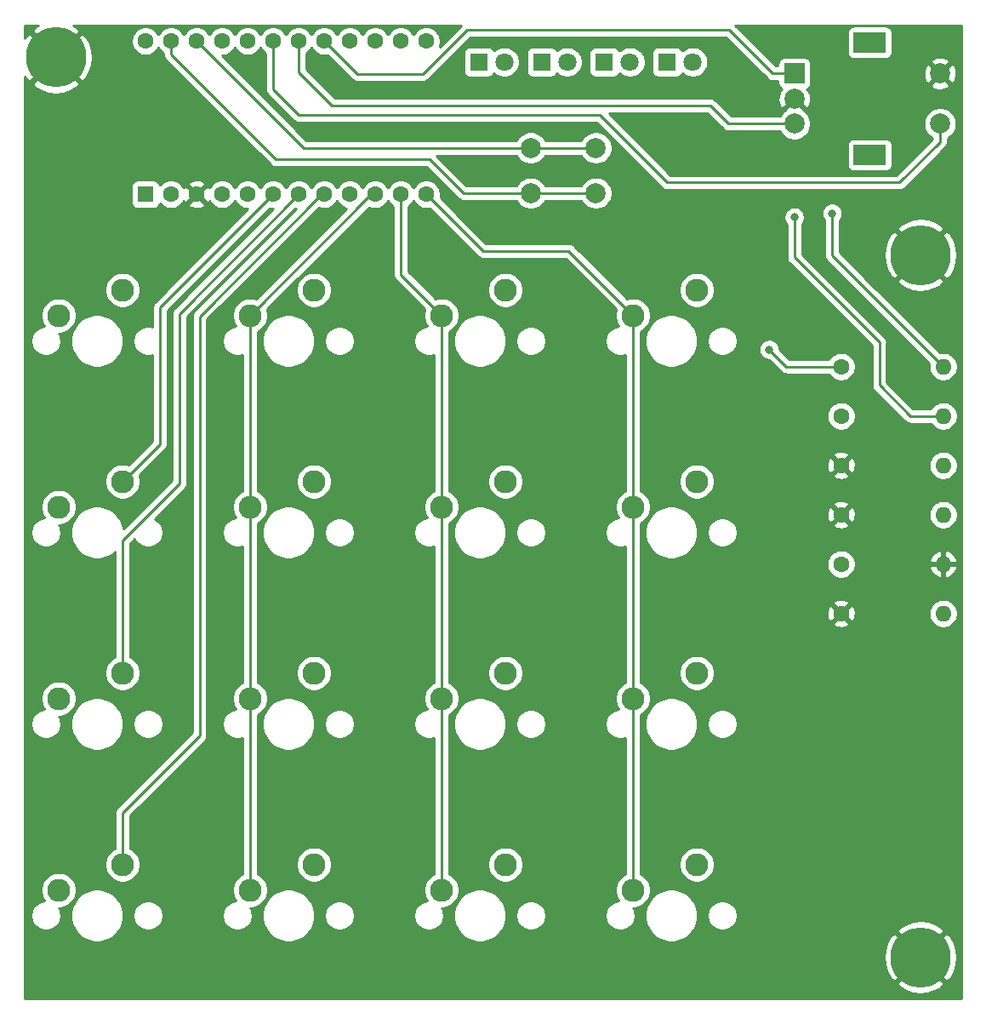
<source format=gbr>
%TF.GenerationSoftware,KiCad,Pcbnew,(5.1.6)-1*%
%TF.CreationDate,2021-05-12T17:33:29+01:00*%
%TF.ProjectId,HID_KEYPAD,4849445f-4b45-4595-9041-442e6b696361,rev?*%
%TF.SameCoordinates,Original*%
%TF.FileFunction,Copper,L2,Bot*%
%TF.FilePolarity,Positive*%
%FSLAX46Y46*%
G04 Gerber Fmt 4.6, Leading zero omitted, Abs format (unit mm)*
G04 Created by KiCad (PCBNEW (5.1.6)-1) date 2021-05-12 17:33:29*
%MOMM*%
%LPD*%
G01*
G04 APERTURE LIST*
%TA.AperFunction,ComponentPad*%
%ADD10O,1.600000X1.600000*%
%TD*%
%TA.AperFunction,ComponentPad*%
%ADD11C,1.600000*%
%TD*%
%TA.AperFunction,ComponentPad*%
%ADD12C,1.800000*%
%TD*%
%TA.AperFunction,ComponentPad*%
%ADD13R,1.800000X1.800000*%
%TD*%
%TA.AperFunction,ComponentPad*%
%ADD14C,2.000000*%
%TD*%
%TA.AperFunction,ComponentPad*%
%ADD15C,6.000000*%
%TD*%
%TA.AperFunction,ComponentPad*%
%ADD16C,2.286000*%
%TD*%
%TA.AperFunction,ComponentPad*%
%ADD17R,1.600000X1.600000*%
%TD*%
%TA.AperFunction,ComponentPad*%
%ADD18R,2.000000X2.000000*%
%TD*%
%TA.AperFunction,ComponentPad*%
%ADD19R,3.200000X2.000000*%
%TD*%
%TA.AperFunction,ViaPad*%
%ADD20C,0.800000*%
%TD*%
%TA.AperFunction,Conductor*%
%ADD21C,0.250000*%
%TD*%
%TA.AperFunction,Conductor*%
%ADD22C,0.254000*%
%TD*%
G04 APERTURE END LIST*
D10*
%TO.P,R1,2*%
%TO.N,Net-(D1-Pad1)*%
X204760000Y-110200000D03*
D11*
%TO.P,R1,1*%
%TO.N,GND*%
X194600000Y-110200000D03*
%TD*%
D12*
%TO.P,D1,2*%
%TO.N,Net-(D1-Pad2)*%
X161090000Y-55350000D03*
D13*
%TO.P,D1,1*%
%TO.N,Net-(D1-Pad1)*%
X158550000Y-55350000D03*
%TD*%
D14*
%TO.P,SW1,1*%
%TO.N,Net-(SW1-Pad1)*%
X170200000Y-63900000D03*
%TO.P,SW1,2*%
%TO.N,Net-(SW1-Pad2)*%
X170200000Y-68400000D03*
%TO.P,SW1,1*%
%TO.N,Net-(SW1-Pad1)*%
X163700000Y-63900000D03*
%TO.P,SW1,2*%
%TO.N,Net-(SW1-Pad2)*%
X163700000Y-68400000D03*
%TD*%
D15*
%TO.P,H3,1*%
%TO.N,GND*%
X202500000Y-144400000D03*
%TD*%
%TO.P,H2,1*%
%TO.N,GND*%
X202500000Y-74550000D03*
%TD*%
%TO.P,H1,1*%
%TO.N,GND*%
X116450000Y-54900000D03*
%TD*%
D10*
%TO.P,R4,2*%
%TO.N,Net-(D4-Pad1)*%
X204760000Y-95470000D03*
D11*
%TO.P,R4,1*%
%TO.N,GND*%
X194600000Y-95470000D03*
%TD*%
D12*
%TO.P,D4,2*%
%TO.N,Net-(D4-Pad2)*%
X179840000Y-55350000D03*
D13*
%TO.P,D4,1*%
%TO.N,Net-(D4-Pad1)*%
X177300000Y-55350000D03*
%TD*%
D16*
%TO.P,SW18,2*%
%TO.N,/matrix/C4*%
X173890000Y-137710000D03*
%TO.P,SW18,1*%
%TO.N,/matrix/R4*%
X180240000Y-135170000D03*
%TD*%
%TO.P,SW17,2*%
%TO.N,/matrix/C4*%
X173890000Y-118660000D03*
%TO.P,SW17,1*%
%TO.N,/matrix/R3*%
X180240000Y-116120000D03*
%TD*%
%TO.P,SW16,2*%
%TO.N,/matrix/C4*%
X173890000Y-99610000D03*
%TO.P,SW16,1*%
%TO.N,/matrix/R2*%
X180240000Y-97070000D03*
%TD*%
%TO.P,SW15,2*%
%TO.N,/matrix/C4*%
X173890000Y-80560000D03*
%TO.P,SW15,1*%
%TO.N,/matrix/R1*%
X180240000Y-78020000D03*
%TD*%
%TO.P,SW14,2*%
%TO.N,/matrix/C3*%
X154840000Y-137710000D03*
%TO.P,SW14,1*%
%TO.N,/matrix/R4*%
X161190000Y-135170000D03*
%TD*%
%TO.P,SW13,2*%
%TO.N,/matrix/C3*%
X154840000Y-118660000D03*
%TO.P,SW13,1*%
%TO.N,/matrix/R3*%
X161190000Y-116120000D03*
%TD*%
%TO.P,SW12,2*%
%TO.N,/matrix/C3*%
X154840000Y-99610000D03*
%TO.P,SW12,1*%
%TO.N,/matrix/R2*%
X161190000Y-97070000D03*
%TD*%
%TO.P,SW11,2*%
%TO.N,/matrix/C3*%
X154840000Y-80560000D03*
%TO.P,SW11,1*%
%TO.N,/matrix/R1*%
X161190000Y-78020000D03*
%TD*%
%TO.P,SW10,2*%
%TO.N,/matrix/C2*%
X135790000Y-137710000D03*
%TO.P,SW10,1*%
%TO.N,/matrix/R4*%
X142140000Y-135170000D03*
%TD*%
%TO.P,SW9,2*%
%TO.N,/matrix/C2*%
X135790000Y-118660000D03*
%TO.P,SW9,1*%
%TO.N,/matrix/R3*%
X142140000Y-116120000D03*
%TD*%
%TO.P,SW8,2*%
%TO.N,/matrix/C2*%
X135790000Y-99610000D03*
%TO.P,SW8,1*%
%TO.N,/matrix/R2*%
X142140000Y-97070000D03*
%TD*%
%TO.P,SW7,2*%
%TO.N,/matrix/C2*%
X135790000Y-80560000D03*
%TO.P,SW7,1*%
%TO.N,/matrix/R1*%
X142140000Y-78020000D03*
%TD*%
%TO.P,SW6,2*%
%TO.N,/matrix/C1*%
X116740000Y-137710000D03*
%TO.P,SW6,1*%
%TO.N,/matrix/R4*%
X123090000Y-135170000D03*
%TD*%
%TO.P,SW5,2*%
%TO.N,/matrix/C1*%
X116740000Y-118660000D03*
%TO.P,SW5,1*%
%TO.N,/matrix/R3*%
X123090000Y-116120000D03*
%TD*%
%TO.P,SW4,2*%
%TO.N,/matrix/C1*%
X116740000Y-99610000D03*
%TO.P,SW4,1*%
%TO.N,/matrix/R2*%
X123090000Y-97070000D03*
%TD*%
%TO.P,SW3,2*%
%TO.N,/matrix/C1*%
X116740000Y-80560000D03*
%TO.P,SW3,1*%
%TO.N,/matrix/R1*%
X123090000Y-78020000D03*
%TD*%
D11*
%TO.P,U1,24*%
%TO.N,+5V*%
X125380000Y-53280000D03*
%TO.P,U1,23*%
%TO.N,Net-(SW1-Pad2)*%
X127920000Y-53280000D03*
%TO.P,U1,22*%
%TO.N,Net-(SW1-Pad1)*%
X130460000Y-53280000D03*
%TO.P,U1,21*%
%TO.N,Net-(U1-Pad21)*%
X133000000Y-53280000D03*
%TO.P,U1,20*%
%TO.N,Net-(U1-Pad20)*%
X135540000Y-53280000D03*
%TO.P,U1,19*%
%TO.N,SW*%
X138080000Y-53280000D03*
%TO.P,U1,18*%
%TO.N,DT*%
X140620000Y-53280000D03*
%TO.P,U1,17*%
%TO.N,CLK*%
X143160000Y-53280000D03*
%TO.P,U1,16*%
%TO.N,Net-(D1-Pad2)*%
X145700000Y-53280000D03*
%TO.P,U1,15*%
%TO.N,Net-(D2-Pad2)*%
X148240000Y-53280000D03*
%TO.P,U1,14*%
%TO.N,Net-(D3-Pad2)*%
X150780000Y-53280000D03*
%TO.P,U1,13*%
%TO.N,Net-(D4-Pad2)*%
X153320000Y-53280000D03*
%TO.P,U1,12*%
%TO.N,/matrix/C4*%
X153320000Y-68520000D03*
%TO.P,U1,11*%
%TO.N,/matrix/C3*%
X150780000Y-68520000D03*
%TO.P,U1,10*%
%TO.N,/matrix/C2*%
X148240000Y-68520000D03*
%TO.P,U1,9*%
%TO.N,/matrix/C1*%
X145700000Y-68520000D03*
%TO.P,U1,8*%
%TO.N,/matrix/R4*%
X143160000Y-68520000D03*
%TO.P,U1,7*%
%TO.N,/matrix/R3*%
X140620000Y-68520000D03*
%TO.P,U1,6*%
%TO.N,/matrix/R2*%
X138080000Y-68520000D03*
%TO.P,U1,5*%
%TO.N,/matrix/R1*%
X135540000Y-68520000D03*
%TO.P,U1,4*%
%TO.N,Net-(U1-Pad4)*%
X133000000Y-68520000D03*
%TO.P,U1,3*%
%TO.N,GND*%
X130460000Y-68520000D03*
%TO.P,U1,2*%
%TO.N,Net-(U1-Pad2)*%
X127920000Y-68520000D03*
D17*
%TO.P,U1,1*%
%TO.N,Net-(U1-Pad1)*%
X125380000Y-68520000D03*
%TD*%
D18*
%TO.P,SW2,A*%
%TO.N,CLK*%
X189950000Y-56500000D03*
D14*
%TO.P,SW2,C*%
%TO.N,GND*%
X189950000Y-59000000D03*
%TO.P,SW2,B*%
%TO.N,DT*%
X189950000Y-61500000D03*
D19*
%TO.P,SW2,MP*%
%TO.N,N/C*%
X197450000Y-53400000D03*
X197450000Y-64600000D03*
D14*
%TO.P,SW2,S2*%
%TO.N,GND*%
X204450000Y-56500000D03*
%TO.P,SW2,S1*%
%TO.N,SW*%
X204450000Y-61500000D03*
%TD*%
D10*
%TO.P,R6,2*%
%TO.N,CLK*%
X204760000Y-85650000D03*
D11*
%TO.P,R6,1*%
%TO.N,+5V*%
X194600000Y-85650000D03*
%TD*%
D10*
%TO.P,R5,2*%
%TO.N,DT*%
X204760000Y-90560000D03*
D11*
%TO.P,R5,1*%
%TO.N,+5V*%
X194600000Y-90560000D03*
%TD*%
D10*
%TO.P,R3,2*%
%TO.N,Net-(D3-Pad1)*%
X204760000Y-100380000D03*
D11*
%TO.P,R3,1*%
%TO.N,GND*%
X194600000Y-100380000D03*
%TD*%
D10*
%TO.P,R2,2*%
%TO.N,GND*%
X204760000Y-105290000D03*
D11*
%TO.P,R2,1*%
%TO.N,Net-(D2-Pad1)*%
X194600000Y-105290000D03*
%TD*%
D12*
%TO.P,D3,2*%
%TO.N,Net-(D3-Pad2)*%
X173590000Y-55350000D03*
D13*
%TO.P,D3,1*%
%TO.N,Net-(D3-Pad1)*%
X171050000Y-55350000D03*
%TD*%
D12*
%TO.P,D2,2*%
%TO.N,Net-(D2-Pad2)*%
X167340000Y-55350000D03*
D13*
%TO.P,D2,1*%
%TO.N,Net-(D2-Pad1)*%
X164800000Y-55350000D03*
%TD*%
D20*
%TO.N,DT*%
X189950000Y-70800000D03*
%TO.N,+5V*%
X187450000Y-83950000D03*
%TO.N,CLK*%
X193700000Y-70400000D03*
%TD*%
D21*
%TO.N,DT*%
X140620000Y-53280000D02*
X140620000Y-56370000D01*
X140620000Y-56370000D02*
X143950000Y-59700000D01*
X143950000Y-59700000D02*
X181600000Y-59700000D01*
X183400000Y-61500000D02*
X189950000Y-61500000D01*
X181600000Y-59700000D02*
X183400000Y-61500000D01*
X201460000Y-90560000D02*
X204760000Y-90560000D01*
X198400000Y-87500000D02*
X201460000Y-90560000D01*
X198400000Y-83250000D02*
X198400000Y-87500000D01*
X189950000Y-70800000D02*
X189950000Y-74800000D01*
X189950000Y-74800000D02*
X198400000Y-83250000D01*
%TO.N,+5V*%
X189150000Y-85650000D02*
X189300000Y-85650000D01*
X187450000Y-83950000D02*
X189150000Y-85650000D01*
X194600000Y-85650000D02*
X189300000Y-85650000D01*
%TO.N,CLK*%
X189950000Y-56500000D02*
X187800000Y-56500000D01*
X183454999Y-52154999D02*
X157395001Y-52154999D01*
X187800000Y-56500000D02*
X183454999Y-52154999D01*
X157395001Y-52154999D02*
X153000000Y-56550000D01*
X146430000Y-56550000D02*
X143160000Y-53280000D01*
X153000000Y-56550000D02*
X146430000Y-56550000D01*
X193700000Y-74590000D02*
X204760000Y-85650000D01*
X193700000Y-70400000D02*
X193700000Y-74590000D01*
%TO.N,SW*%
X204450000Y-61500000D02*
X204450000Y-63300000D01*
X204450000Y-63300000D02*
X200400000Y-67350000D01*
X200400000Y-67350000D02*
X177300000Y-67350000D01*
X177300000Y-67350000D02*
X170550000Y-60600000D01*
X170550000Y-60600000D02*
X140600000Y-60600000D01*
X138080000Y-58080000D02*
X138080000Y-53280000D01*
X140600000Y-60600000D02*
X138080000Y-58080000D01*
%TO.N,/matrix/R2*%
X126805901Y-93354099D02*
X126805901Y-79794099D01*
X126805901Y-79794099D02*
X138080000Y-68520000D01*
X123090000Y-97070000D02*
X126805901Y-93354099D01*
%TO.N,/matrix/R3*%
X123090000Y-102949666D02*
X128750000Y-97289666D01*
X123090000Y-116120000D02*
X123090000Y-102949666D01*
X128750000Y-80390000D02*
X140620000Y-68520000D01*
X128750000Y-97289666D02*
X128750000Y-80390000D01*
%TO.N,/matrix/R4*%
X123090000Y-135170000D02*
X123090000Y-130010000D01*
X123090000Y-130010000D02*
X130750000Y-122350000D01*
X130750000Y-122350000D02*
X130750000Y-80650000D01*
X142880000Y-68520000D02*
X143160000Y-68520000D01*
X130750000Y-80650000D02*
X142880000Y-68520000D01*
%TO.N,/matrix/C2*%
X135790000Y-137710000D02*
X135790000Y-80560000D01*
X147830000Y-68520000D02*
X148240000Y-68520000D01*
X135790000Y-80560000D02*
X147830000Y-68520000D01*
%TO.N,/matrix/C3*%
X154840000Y-120729666D02*
X154840000Y-80560000D01*
X154840000Y-137710000D02*
X154840000Y-120729666D01*
X150780000Y-76500000D02*
X154840000Y-80560000D01*
X150780000Y-68520000D02*
X150780000Y-76500000D01*
%TO.N,/matrix/C4*%
X173890000Y-80560000D02*
X173890000Y-137710000D01*
X173890000Y-80560000D02*
X167480000Y-74150000D01*
X158950000Y-74150000D02*
X153320000Y-68520000D01*
X167480000Y-74150000D02*
X158950000Y-74150000D01*
%TO.N,Net-(SW1-Pad1)*%
X141080000Y-63900000D02*
X163700000Y-63900000D01*
X130460000Y-53280000D02*
X141080000Y-63900000D01*
X170200000Y-63900000D02*
X163700000Y-63900000D01*
%TO.N,Net-(SW1-Pad2)*%
X163700000Y-68400000D02*
X170200000Y-68400000D01*
X163700000Y-68400000D02*
X157000000Y-68400000D01*
X157000000Y-68400000D02*
X153650000Y-65050000D01*
X153650000Y-65050000D02*
X138350000Y-65050000D01*
X127920000Y-54620000D02*
X128300000Y-55000000D01*
X127920000Y-53280000D02*
X127920000Y-54620000D01*
X138350000Y-65050000D02*
X128300000Y-55000000D01*
%TD*%
D22*
%TO.N,GND*%
G36*
X114434397Y-51853898D02*
G01*
X114407106Y-51872132D01*
X114070919Y-52341314D01*
X116450000Y-54720395D01*
X118829081Y-52341314D01*
X118492894Y-51872132D01*
X118192817Y-51710000D01*
X156765198Y-51710000D01*
X154645567Y-53829631D01*
X154699853Y-53698574D01*
X154755000Y-53421335D01*
X154755000Y-53138665D01*
X154699853Y-52861426D01*
X154591680Y-52600273D01*
X154434637Y-52365241D01*
X154234759Y-52165363D01*
X153999727Y-52008320D01*
X153738574Y-51900147D01*
X153461335Y-51845000D01*
X153178665Y-51845000D01*
X152901426Y-51900147D01*
X152640273Y-52008320D01*
X152405241Y-52165363D01*
X152205363Y-52365241D01*
X152050000Y-52597759D01*
X151894637Y-52365241D01*
X151694759Y-52165363D01*
X151459727Y-52008320D01*
X151198574Y-51900147D01*
X150921335Y-51845000D01*
X150638665Y-51845000D01*
X150361426Y-51900147D01*
X150100273Y-52008320D01*
X149865241Y-52165363D01*
X149665363Y-52365241D01*
X149510000Y-52597759D01*
X149354637Y-52365241D01*
X149154759Y-52165363D01*
X148919727Y-52008320D01*
X148658574Y-51900147D01*
X148381335Y-51845000D01*
X148098665Y-51845000D01*
X147821426Y-51900147D01*
X147560273Y-52008320D01*
X147325241Y-52165363D01*
X147125363Y-52365241D01*
X146970000Y-52597759D01*
X146814637Y-52365241D01*
X146614759Y-52165363D01*
X146379727Y-52008320D01*
X146118574Y-51900147D01*
X145841335Y-51845000D01*
X145558665Y-51845000D01*
X145281426Y-51900147D01*
X145020273Y-52008320D01*
X144785241Y-52165363D01*
X144585363Y-52365241D01*
X144430000Y-52597759D01*
X144274637Y-52365241D01*
X144074759Y-52165363D01*
X143839727Y-52008320D01*
X143578574Y-51900147D01*
X143301335Y-51845000D01*
X143018665Y-51845000D01*
X142741426Y-51900147D01*
X142480273Y-52008320D01*
X142245241Y-52165363D01*
X142045363Y-52365241D01*
X141890000Y-52597759D01*
X141734637Y-52365241D01*
X141534759Y-52165363D01*
X141299727Y-52008320D01*
X141038574Y-51900147D01*
X140761335Y-51845000D01*
X140478665Y-51845000D01*
X140201426Y-51900147D01*
X139940273Y-52008320D01*
X139705241Y-52165363D01*
X139505363Y-52365241D01*
X139350000Y-52597759D01*
X139194637Y-52365241D01*
X138994759Y-52165363D01*
X138759727Y-52008320D01*
X138498574Y-51900147D01*
X138221335Y-51845000D01*
X137938665Y-51845000D01*
X137661426Y-51900147D01*
X137400273Y-52008320D01*
X137165241Y-52165363D01*
X136965363Y-52365241D01*
X136810000Y-52597759D01*
X136654637Y-52365241D01*
X136454759Y-52165363D01*
X136219727Y-52008320D01*
X135958574Y-51900147D01*
X135681335Y-51845000D01*
X135398665Y-51845000D01*
X135121426Y-51900147D01*
X134860273Y-52008320D01*
X134625241Y-52165363D01*
X134425363Y-52365241D01*
X134270000Y-52597759D01*
X134114637Y-52365241D01*
X133914759Y-52165363D01*
X133679727Y-52008320D01*
X133418574Y-51900147D01*
X133141335Y-51845000D01*
X132858665Y-51845000D01*
X132581426Y-51900147D01*
X132320273Y-52008320D01*
X132085241Y-52165363D01*
X131885363Y-52365241D01*
X131730000Y-52597759D01*
X131574637Y-52365241D01*
X131374759Y-52165363D01*
X131139727Y-52008320D01*
X130878574Y-51900147D01*
X130601335Y-51845000D01*
X130318665Y-51845000D01*
X130041426Y-51900147D01*
X129780273Y-52008320D01*
X129545241Y-52165363D01*
X129345363Y-52365241D01*
X129190000Y-52597759D01*
X129034637Y-52365241D01*
X128834759Y-52165363D01*
X128599727Y-52008320D01*
X128338574Y-51900147D01*
X128061335Y-51845000D01*
X127778665Y-51845000D01*
X127501426Y-51900147D01*
X127240273Y-52008320D01*
X127005241Y-52165363D01*
X126805363Y-52365241D01*
X126650000Y-52597759D01*
X126494637Y-52365241D01*
X126294759Y-52165363D01*
X126059727Y-52008320D01*
X125798574Y-51900147D01*
X125521335Y-51845000D01*
X125238665Y-51845000D01*
X124961426Y-51900147D01*
X124700273Y-52008320D01*
X124465241Y-52165363D01*
X124265363Y-52365241D01*
X124108320Y-52600273D01*
X124000147Y-52861426D01*
X123945000Y-53138665D01*
X123945000Y-53421335D01*
X124000147Y-53698574D01*
X124108320Y-53959727D01*
X124265363Y-54194759D01*
X124465241Y-54394637D01*
X124700273Y-54551680D01*
X124961426Y-54659853D01*
X125238665Y-54715000D01*
X125521335Y-54715000D01*
X125798574Y-54659853D01*
X126059727Y-54551680D01*
X126294759Y-54394637D01*
X126494637Y-54194759D01*
X126650000Y-53962241D01*
X126805363Y-54194759D01*
X127005241Y-54394637D01*
X127160001Y-54498044D01*
X127160001Y-54582668D01*
X127156324Y-54620000D01*
X127170998Y-54768985D01*
X127214454Y-54912246D01*
X127285026Y-55044276D01*
X127330911Y-55100186D01*
X127380000Y-55160001D01*
X127408998Y-55183799D01*
X127736201Y-55511002D01*
X137786200Y-65561002D01*
X137809999Y-65590001D01*
X137925724Y-65684974D01*
X138057753Y-65755546D01*
X138201014Y-65799003D01*
X138312667Y-65810000D01*
X138312676Y-65810000D01*
X138349999Y-65813676D01*
X138387322Y-65810000D01*
X153335199Y-65810000D01*
X156436205Y-68911008D01*
X156459999Y-68940001D01*
X156488992Y-68963795D01*
X156488996Y-68963799D01*
X156540424Y-69006004D01*
X156575724Y-69034974D01*
X156707753Y-69105546D01*
X156851014Y-69149003D01*
X156962667Y-69160000D01*
X156962676Y-69160000D01*
X156999999Y-69163676D01*
X157037322Y-69160000D01*
X162245091Y-69160000D01*
X162251082Y-69174463D01*
X162430013Y-69442252D01*
X162657748Y-69669987D01*
X162925537Y-69848918D01*
X163223088Y-69972168D01*
X163538967Y-70035000D01*
X163861033Y-70035000D01*
X164176912Y-69972168D01*
X164474463Y-69848918D01*
X164742252Y-69669987D01*
X164969987Y-69442252D01*
X165148918Y-69174463D01*
X165154909Y-69160000D01*
X168745091Y-69160000D01*
X168751082Y-69174463D01*
X168930013Y-69442252D01*
X169157748Y-69669987D01*
X169425537Y-69848918D01*
X169723088Y-69972168D01*
X170038967Y-70035000D01*
X170361033Y-70035000D01*
X170676912Y-69972168D01*
X170974463Y-69848918D01*
X171242252Y-69669987D01*
X171469987Y-69442252D01*
X171648918Y-69174463D01*
X171772168Y-68876912D01*
X171835000Y-68561033D01*
X171835000Y-68238967D01*
X171772168Y-67923088D01*
X171648918Y-67625537D01*
X171469987Y-67357748D01*
X171242252Y-67130013D01*
X170974463Y-66951082D01*
X170676912Y-66827832D01*
X170361033Y-66765000D01*
X170038967Y-66765000D01*
X169723088Y-66827832D01*
X169425537Y-66951082D01*
X169157748Y-67130013D01*
X168930013Y-67357748D01*
X168751082Y-67625537D01*
X168745091Y-67640000D01*
X165154909Y-67640000D01*
X165148918Y-67625537D01*
X164969987Y-67357748D01*
X164742252Y-67130013D01*
X164474463Y-66951082D01*
X164176912Y-66827832D01*
X163861033Y-66765000D01*
X163538967Y-66765000D01*
X163223088Y-66827832D01*
X162925537Y-66951082D01*
X162657748Y-67130013D01*
X162430013Y-67357748D01*
X162251082Y-67625537D01*
X162245091Y-67640000D01*
X157314803Y-67640000D01*
X154334801Y-64660000D01*
X162245091Y-64660000D01*
X162251082Y-64674463D01*
X162430013Y-64942252D01*
X162657748Y-65169987D01*
X162925537Y-65348918D01*
X163223088Y-65472168D01*
X163538967Y-65535000D01*
X163861033Y-65535000D01*
X164176912Y-65472168D01*
X164474463Y-65348918D01*
X164742252Y-65169987D01*
X164969987Y-64942252D01*
X165148918Y-64674463D01*
X165154909Y-64660000D01*
X168745091Y-64660000D01*
X168751082Y-64674463D01*
X168930013Y-64942252D01*
X169157748Y-65169987D01*
X169425537Y-65348918D01*
X169723088Y-65472168D01*
X170038967Y-65535000D01*
X170361033Y-65535000D01*
X170676912Y-65472168D01*
X170974463Y-65348918D01*
X171242252Y-65169987D01*
X171469987Y-64942252D01*
X171648918Y-64674463D01*
X171772168Y-64376912D01*
X171835000Y-64061033D01*
X171835000Y-63738967D01*
X171772168Y-63423088D01*
X171648918Y-63125537D01*
X171469987Y-62857748D01*
X171242252Y-62630013D01*
X170974463Y-62451082D01*
X170676912Y-62327832D01*
X170361033Y-62265000D01*
X170038967Y-62265000D01*
X169723088Y-62327832D01*
X169425537Y-62451082D01*
X169157748Y-62630013D01*
X168930013Y-62857748D01*
X168751082Y-63125537D01*
X168745091Y-63140000D01*
X165154909Y-63140000D01*
X165148918Y-63125537D01*
X164969987Y-62857748D01*
X164742252Y-62630013D01*
X164474463Y-62451082D01*
X164176912Y-62327832D01*
X163861033Y-62265000D01*
X163538967Y-62265000D01*
X163223088Y-62327832D01*
X162925537Y-62451082D01*
X162657748Y-62630013D01*
X162430013Y-62857748D01*
X162251082Y-63125537D01*
X162245091Y-63140000D01*
X141394802Y-63140000D01*
X132969801Y-54715000D01*
X133141335Y-54715000D01*
X133418574Y-54659853D01*
X133679727Y-54551680D01*
X133914759Y-54394637D01*
X134114637Y-54194759D01*
X134270000Y-53962241D01*
X134425363Y-54194759D01*
X134625241Y-54394637D01*
X134860273Y-54551680D01*
X135121426Y-54659853D01*
X135398665Y-54715000D01*
X135681335Y-54715000D01*
X135958574Y-54659853D01*
X136219727Y-54551680D01*
X136454759Y-54394637D01*
X136654637Y-54194759D01*
X136810000Y-53962241D01*
X136965363Y-54194759D01*
X137165241Y-54394637D01*
X137320001Y-54498044D01*
X137320000Y-58042677D01*
X137316324Y-58080000D01*
X137320000Y-58117322D01*
X137320000Y-58117332D01*
X137330997Y-58228985D01*
X137356759Y-58313912D01*
X137374454Y-58372246D01*
X137445026Y-58504276D01*
X137484644Y-58552550D01*
X137539999Y-58620001D01*
X137569003Y-58643804D01*
X140036200Y-61111002D01*
X140059999Y-61140001D01*
X140175724Y-61234974D01*
X140307753Y-61305546D01*
X140451014Y-61349003D01*
X140562667Y-61360000D01*
X140562676Y-61360000D01*
X140599999Y-61363676D01*
X140637322Y-61360000D01*
X170235199Y-61360000D01*
X176736201Y-67861003D01*
X176759999Y-67890001D01*
X176788997Y-67913799D01*
X176875724Y-67984974D01*
X177007753Y-68055546D01*
X177151014Y-68099003D01*
X177300000Y-68113677D01*
X177337333Y-68110000D01*
X200362678Y-68110000D01*
X200400000Y-68113676D01*
X200437322Y-68110000D01*
X200437333Y-68110000D01*
X200548986Y-68099003D01*
X200692247Y-68055546D01*
X200824276Y-67984974D01*
X200940001Y-67890001D01*
X200963804Y-67860997D01*
X204961003Y-63863799D01*
X204990001Y-63840001D01*
X205063032Y-63751013D01*
X205084974Y-63724277D01*
X205155546Y-63592247D01*
X205199003Y-63448986D01*
X205210000Y-63337333D01*
X205210000Y-63337323D01*
X205213676Y-63300000D01*
X205210000Y-63262677D01*
X205210000Y-62954909D01*
X205224463Y-62948918D01*
X205492252Y-62769987D01*
X205719987Y-62542252D01*
X205898918Y-62274463D01*
X206022168Y-61976912D01*
X206085000Y-61661033D01*
X206085000Y-61338967D01*
X206022168Y-61023088D01*
X205898918Y-60725537D01*
X205719987Y-60457748D01*
X205492252Y-60230013D01*
X205224463Y-60051082D01*
X204926912Y-59927832D01*
X204611033Y-59865000D01*
X204288967Y-59865000D01*
X203973088Y-59927832D01*
X203675537Y-60051082D01*
X203407748Y-60230013D01*
X203180013Y-60457748D01*
X203001082Y-60725537D01*
X202877832Y-61023088D01*
X202815000Y-61338967D01*
X202815000Y-61661033D01*
X202877832Y-61976912D01*
X203001082Y-62274463D01*
X203180013Y-62542252D01*
X203407748Y-62769987D01*
X203675537Y-62948918D01*
X203690001Y-62954909D01*
X203690001Y-62985197D01*
X200085199Y-66590000D01*
X177614802Y-66590000D01*
X174624802Y-63600000D01*
X195211928Y-63600000D01*
X195211928Y-65600000D01*
X195224188Y-65724482D01*
X195260498Y-65844180D01*
X195319463Y-65954494D01*
X195398815Y-66051185D01*
X195495506Y-66130537D01*
X195605820Y-66189502D01*
X195725518Y-66225812D01*
X195850000Y-66238072D01*
X199050000Y-66238072D01*
X199174482Y-66225812D01*
X199294180Y-66189502D01*
X199404494Y-66130537D01*
X199501185Y-66051185D01*
X199580537Y-65954494D01*
X199639502Y-65844180D01*
X199675812Y-65724482D01*
X199688072Y-65600000D01*
X199688072Y-63600000D01*
X199675812Y-63475518D01*
X199639502Y-63355820D01*
X199580537Y-63245506D01*
X199501185Y-63148815D01*
X199404494Y-63069463D01*
X199294180Y-63010498D01*
X199174482Y-62974188D01*
X199050000Y-62961928D01*
X195850000Y-62961928D01*
X195725518Y-62974188D01*
X195605820Y-63010498D01*
X195495506Y-63069463D01*
X195398815Y-63148815D01*
X195319463Y-63245506D01*
X195260498Y-63355820D01*
X195224188Y-63475518D01*
X195211928Y-63600000D01*
X174624802Y-63600000D01*
X171484801Y-60460000D01*
X181285199Y-60460000D01*
X182836205Y-62011008D01*
X182859999Y-62040001D01*
X182888992Y-62063795D01*
X182888996Y-62063799D01*
X182959685Y-62121811D01*
X182975724Y-62134974D01*
X183107753Y-62205546D01*
X183251014Y-62249003D01*
X183362667Y-62260000D01*
X183362676Y-62260000D01*
X183399999Y-62263676D01*
X183437322Y-62260000D01*
X188495091Y-62260000D01*
X188501082Y-62274463D01*
X188680013Y-62542252D01*
X188907748Y-62769987D01*
X189175537Y-62948918D01*
X189473088Y-63072168D01*
X189788967Y-63135000D01*
X190111033Y-63135000D01*
X190426912Y-63072168D01*
X190724463Y-62948918D01*
X190992252Y-62769987D01*
X191219987Y-62542252D01*
X191398918Y-62274463D01*
X191522168Y-61976912D01*
X191585000Y-61661033D01*
X191585000Y-61338967D01*
X191522168Y-61023088D01*
X191398918Y-60725537D01*
X191219987Y-60457748D01*
X190992252Y-60230013D01*
X190895065Y-60165075D01*
X190905808Y-60135413D01*
X189950000Y-59179605D01*
X188994192Y-60135413D01*
X189004935Y-60165075D01*
X188907748Y-60230013D01*
X188680013Y-60457748D01*
X188501082Y-60725537D01*
X188495091Y-60740000D01*
X183714803Y-60740000D01*
X182163803Y-59189002D01*
X182140001Y-59159999D01*
X182024276Y-59065026D01*
X181892247Y-58994454D01*
X181748986Y-58950997D01*
X181637333Y-58940000D01*
X181637322Y-58940000D01*
X181600000Y-58936324D01*
X181562678Y-58940000D01*
X144264802Y-58940000D01*
X141380000Y-56055199D01*
X141380000Y-54498043D01*
X141534759Y-54394637D01*
X141734637Y-54194759D01*
X141890000Y-53962241D01*
X142045363Y-54194759D01*
X142245241Y-54394637D01*
X142480273Y-54551680D01*
X142741426Y-54659853D01*
X143018665Y-54715000D01*
X143301335Y-54715000D01*
X143483886Y-54678688D01*
X145866201Y-57061003D01*
X145889999Y-57090001D01*
X146005724Y-57184974D01*
X146137753Y-57255546D01*
X146281014Y-57299003D01*
X146392667Y-57310000D01*
X146392676Y-57310000D01*
X146429999Y-57313676D01*
X146467322Y-57310000D01*
X152962678Y-57310000D01*
X153000000Y-57313676D01*
X153037322Y-57310000D01*
X153037333Y-57310000D01*
X153148986Y-57299003D01*
X153292247Y-57255546D01*
X153424276Y-57184974D01*
X153540001Y-57090001D01*
X153563804Y-57060997D01*
X156174801Y-54450000D01*
X157011928Y-54450000D01*
X157011928Y-56250000D01*
X157024188Y-56374482D01*
X157060498Y-56494180D01*
X157119463Y-56604494D01*
X157198815Y-56701185D01*
X157295506Y-56780537D01*
X157405820Y-56839502D01*
X157525518Y-56875812D01*
X157650000Y-56888072D01*
X159450000Y-56888072D01*
X159574482Y-56875812D01*
X159694180Y-56839502D01*
X159804494Y-56780537D01*
X159901185Y-56701185D01*
X159980537Y-56604494D01*
X160039502Y-56494180D01*
X160045056Y-56475873D01*
X160111495Y-56542312D01*
X160362905Y-56710299D01*
X160642257Y-56826011D01*
X160938816Y-56885000D01*
X161241184Y-56885000D01*
X161537743Y-56826011D01*
X161817095Y-56710299D01*
X162068505Y-56542312D01*
X162282312Y-56328505D01*
X162450299Y-56077095D01*
X162566011Y-55797743D01*
X162625000Y-55501184D01*
X162625000Y-55198816D01*
X162566011Y-54902257D01*
X162450299Y-54622905D01*
X162334768Y-54450000D01*
X163261928Y-54450000D01*
X163261928Y-56250000D01*
X163274188Y-56374482D01*
X163310498Y-56494180D01*
X163369463Y-56604494D01*
X163448815Y-56701185D01*
X163545506Y-56780537D01*
X163655820Y-56839502D01*
X163775518Y-56875812D01*
X163900000Y-56888072D01*
X165700000Y-56888072D01*
X165824482Y-56875812D01*
X165944180Y-56839502D01*
X166054494Y-56780537D01*
X166151185Y-56701185D01*
X166230537Y-56604494D01*
X166289502Y-56494180D01*
X166295056Y-56475873D01*
X166361495Y-56542312D01*
X166612905Y-56710299D01*
X166892257Y-56826011D01*
X167188816Y-56885000D01*
X167491184Y-56885000D01*
X167787743Y-56826011D01*
X168067095Y-56710299D01*
X168318505Y-56542312D01*
X168532312Y-56328505D01*
X168700299Y-56077095D01*
X168816011Y-55797743D01*
X168875000Y-55501184D01*
X168875000Y-55198816D01*
X168816011Y-54902257D01*
X168700299Y-54622905D01*
X168584768Y-54450000D01*
X169511928Y-54450000D01*
X169511928Y-56250000D01*
X169524188Y-56374482D01*
X169560498Y-56494180D01*
X169619463Y-56604494D01*
X169698815Y-56701185D01*
X169795506Y-56780537D01*
X169905820Y-56839502D01*
X170025518Y-56875812D01*
X170150000Y-56888072D01*
X171950000Y-56888072D01*
X172074482Y-56875812D01*
X172194180Y-56839502D01*
X172304494Y-56780537D01*
X172401185Y-56701185D01*
X172480537Y-56604494D01*
X172539502Y-56494180D01*
X172545056Y-56475873D01*
X172611495Y-56542312D01*
X172862905Y-56710299D01*
X173142257Y-56826011D01*
X173438816Y-56885000D01*
X173741184Y-56885000D01*
X174037743Y-56826011D01*
X174317095Y-56710299D01*
X174568505Y-56542312D01*
X174782312Y-56328505D01*
X174950299Y-56077095D01*
X175066011Y-55797743D01*
X175125000Y-55501184D01*
X175125000Y-55198816D01*
X175066011Y-54902257D01*
X174950299Y-54622905D01*
X174834768Y-54450000D01*
X175761928Y-54450000D01*
X175761928Y-56250000D01*
X175774188Y-56374482D01*
X175810498Y-56494180D01*
X175869463Y-56604494D01*
X175948815Y-56701185D01*
X176045506Y-56780537D01*
X176155820Y-56839502D01*
X176275518Y-56875812D01*
X176400000Y-56888072D01*
X178200000Y-56888072D01*
X178324482Y-56875812D01*
X178444180Y-56839502D01*
X178554494Y-56780537D01*
X178651185Y-56701185D01*
X178730537Y-56604494D01*
X178789502Y-56494180D01*
X178795056Y-56475873D01*
X178861495Y-56542312D01*
X179112905Y-56710299D01*
X179392257Y-56826011D01*
X179688816Y-56885000D01*
X179991184Y-56885000D01*
X180287743Y-56826011D01*
X180567095Y-56710299D01*
X180818505Y-56542312D01*
X181032312Y-56328505D01*
X181200299Y-56077095D01*
X181316011Y-55797743D01*
X181375000Y-55501184D01*
X181375000Y-55198816D01*
X181316011Y-54902257D01*
X181200299Y-54622905D01*
X181032312Y-54371495D01*
X180818505Y-54157688D01*
X180567095Y-53989701D01*
X180287743Y-53873989D01*
X179991184Y-53815000D01*
X179688816Y-53815000D01*
X179392257Y-53873989D01*
X179112905Y-53989701D01*
X178861495Y-54157688D01*
X178795056Y-54224127D01*
X178789502Y-54205820D01*
X178730537Y-54095506D01*
X178651185Y-53998815D01*
X178554494Y-53919463D01*
X178444180Y-53860498D01*
X178324482Y-53824188D01*
X178200000Y-53811928D01*
X176400000Y-53811928D01*
X176275518Y-53824188D01*
X176155820Y-53860498D01*
X176045506Y-53919463D01*
X175948815Y-53998815D01*
X175869463Y-54095506D01*
X175810498Y-54205820D01*
X175774188Y-54325518D01*
X175761928Y-54450000D01*
X174834768Y-54450000D01*
X174782312Y-54371495D01*
X174568505Y-54157688D01*
X174317095Y-53989701D01*
X174037743Y-53873989D01*
X173741184Y-53815000D01*
X173438816Y-53815000D01*
X173142257Y-53873989D01*
X172862905Y-53989701D01*
X172611495Y-54157688D01*
X172545056Y-54224127D01*
X172539502Y-54205820D01*
X172480537Y-54095506D01*
X172401185Y-53998815D01*
X172304494Y-53919463D01*
X172194180Y-53860498D01*
X172074482Y-53824188D01*
X171950000Y-53811928D01*
X170150000Y-53811928D01*
X170025518Y-53824188D01*
X169905820Y-53860498D01*
X169795506Y-53919463D01*
X169698815Y-53998815D01*
X169619463Y-54095506D01*
X169560498Y-54205820D01*
X169524188Y-54325518D01*
X169511928Y-54450000D01*
X168584768Y-54450000D01*
X168532312Y-54371495D01*
X168318505Y-54157688D01*
X168067095Y-53989701D01*
X167787743Y-53873989D01*
X167491184Y-53815000D01*
X167188816Y-53815000D01*
X166892257Y-53873989D01*
X166612905Y-53989701D01*
X166361495Y-54157688D01*
X166295056Y-54224127D01*
X166289502Y-54205820D01*
X166230537Y-54095506D01*
X166151185Y-53998815D01*
X166054494Y-53919463D01*
X165944180Y-53860498D01*
X165824482Y-53824188D01*
X165700000Y-53811928D01*
X163900000Y-53811928D01*
X163775518Y-53824188D01*
X163655820Y-53860498D01*
X163545506Y-53919463D01*
X163448815Y-53998815D01*
X163369463Y-54095506D01*
X163310498Y-54205820D01*
X163274188Y-54325518D01*
X163261928Y-54450000D01*
X162334768Y-54450000D01*
X162282312Y-54371495D01*
X162068505Y-54157688D01*
X161817095Y-53989701D01*
X161537743Y-53873989D01*
X161241184Y-53815000D01*
X160938816Y-53815000D01*
X160642257Y-53873989D01*
X160362905Y-53989701D01*
X160111495Y-54157688D01*
X160045056Y-54224127D01*
X160039502Y-54205820D01*
X159980537Y-54095506D01*
X159901185Y-53998815D01*
X159804494Y-53919463D01*
X159694180Y-53860498D01*
X159574482Y-53824188D01*
X159450000Y-53811928D01*
X157650000Y-53811928D01*
X157525518Y-53824188D01*
X157405820Y-53860498D01*
X157295506Y-53919463D01*
X157198815Y-53998815D01*
X157119463Y-54095506D01*
X157060498Y-54205820D01*
X157024188Y-54325518D01*
X157011928Y-54450000D01*
X156174801Y-54450000D01*
X157709803Y-52914999D01*
X183140198Y-52914999D01*
X187236201Y-57011003D01*
X187259999Y-57040001D01*
X187375724Y-57134974D01*
X187507753Y-57205546D01*
X187651014Y-57249003D01*
X187762667Y-57260000D01*
X187762676Y-57260000D01*
X187799999Y-57263676D01*
X187837322Y-57260000D01*
X188311928Y-57260000D01*
X188311928Y-57500000D01*
X188324188Y-57624482D01*
X188360498Y-57744180D01*
X188419463Y-57854494D01*
X188498815Y-57951185D01*
X188595506Y-58030537D01*
X188699223Y-58085976D01*
X188550186Y-58139956D01*
X188409296Y-58429571D01*
X188327616Y-58741108D01*
X188308282Y-59062595D01*
X188352039Y-59381675D01*
X188457205Y-59686088D01*
X188550186Y-59860044D01*
X188814587Y-59955808D01*
X189770395Y-59000000D01*
X189756253Y-58985858D01*
X189935858Y-58806253D01*
X189950000Y-58820395D01*
X189964143Y-58806253D01*
X190143748Y-58985858D01*
X190129605Y-59000000D01*
X191085413Y-59955808D01*
X191349814Y-59860044D01*
X191490704Y-59570429D01*
X191572384Y-59258892D01*
X191591718Y-58937405D01*
X191547961Y-58618325D01*
X191442795Y-58313912D01*
X191349814Y-58139956D01*
X191200777Y-58085976D01*
X191304494Y-58030537D01*
X191401185Y-57951185D01*
X191480537Y-57854494D01*
X191539502Y-57744180D01*
X191572496Y-57635413D01*
X203494192Y-57635413D01*
X203589956Y-57899814D01*
X203879571Y-58040704D01*
X204191108Y-58122384D01*
X204512595Y-58141718D01*
X204831675Y-58097961D01*
X205136088Y-57992795D01*
X205310044Y-57899814D01*
X205405808Y-57635413D01*
X204450000Y-56679605D01*
X203494192Y-57635413D01*
X191572496Y-57635413D01*
X191575812Y-57624482D01*
X191588072Y-57500000D01*
X191588072Y-56562595D01*
X202808282Y-56562595D01*
X202852039Y-56881675D01*
X202957205Y-57186088D01*
X203050186Y-57360044D01*
X203314587Y-57455808D01*
X204270395Y-56500000D01*
X204629605Y-56500000D01*
X205585413Y-57455808D01*
X205849814Y-57360044D01*
X205990704Y-57070429D01*
X206072384Y-56758892D01*
X206091718Y-56437405D01*
X206047961Y-56118325D01*
X205942795Y-55813912D01*
X205849814Y-55639956D01*
X205585413Y-55544192D01*
X204629605Y-56500000D01*
X204270395Y-56500000D01*
X203314587Y-55544192D01*
X203050186Y-55639956D01*
X202909296Y-55929571D01*
X202827616Y-56241108D01*
X202808282Y-56562595D01*
X191588072Y-56562595D01*
X191588072Y-55500000D01*
X191575812Y-55375518D01*
X191572497Y-55364587D01*
X203494192Y-55364587D01*
X204450000Y-56320395D01*
X205405808Y-55364587D01*
X205310044Y-55100186D01*
X205020429Y-54959296D01*
X204708892Y-54877616D01*
X204387405Y-54858282D01*
X204068325Y-54902039D01*
X203763912Y-55007205D01*
X203589956Y-55100186D01*
X203494192Y-55364587D01*
X191572497Y-55364587D01*
X191539502Y-55255820D01*
X191480537Y-55145506D01*
X191401185Y-55048815D01*
X191304494Y-54969463D01*
X191194180Y-54910498D01*
X191074482Y-54874188D01*
X190950000Y-54861928D01*
X188950000Y-54861928D01*
X188825518Y-54874188D01*
X188705820Y-54910498D01*
X188595506Y-54969463D01*
X188498815Y-55048815D01*
X188419463Y-55145506D01*
X188360498Y-55255820D01*
X188324188Y-55375518D01*
X188311928Y-55500000D01*
X188311928Y-55740000D01*
X188114802Y-55740000D01*
X184774802Y-52400000D01*
X195211928Y-52400000D01*
X195211928Y-54400000D01*
X195224188Y-54524482D01*
X195260498Y-54644180D01*
X195319463Y-54754494D01*
X195398815Y-54851185D01*
X195495506Y-54930537D01*
X195605820Y-54989502D01*
X195725518Y-55025812D01*
X195850000Y-55038072D01*
X199050000Y-55038072D01*
X199174482Y-55025812D01*
X199294180Y-54989502D01*
X199404494Y-54930537D01*
X199501185Y-54851185D01*
X199580537Y-54754494D01*
X199639502Y-54644180D01*
X199675812Y-54524482D01*
X199688072Y-54400000D01*
X199688072Y-52400000D01*
X199675812Y-52275518D01*
X199639502Y-52155820D01*
X199580537Y-52045506D01*
X199501185Y-51948815D01*
X199404494Y-51869463D01*
X199294180Y-51810498D01*
X199174482Y-51774188D01*
X199050000Y-51761928D01*
X195850000Y-51761928D01*
X195725518Y-51774188D01*
X195605820Y-51810498D01*
X195495506Y-51869463D01*
X195398815Y-51948815D01*
X195319463Y-52045506D01*
X195260498Y-52155820D01*
X195224188Y-52275518D01*
X195211928Y-52400000D01*
X184774802Y-52400000D01*
X184084801Y-51710000D01*
X206590000Y-51710000D01*
X206590001Y-148490000D01*
X113360000Y-148490000D01*
X113360000Y-146958686D01*
X200120919Y-146958686D01*
X200457106Y-147427868D01*
X201087068Y-147768237D01*
X201771327Y-147979166D01*
X202483589Y-148052550D01*
X203196482Y-147985569D01*
X203882609Y-147780796D01*
X204515603Y-147446102D01*
X204542894Y-147427868D01*
X204879081Y-146958686D01*
X202500000Y-144579605D01*
X200120919Y-146958686D01*
X113360000Y-146958686D01*
X113360000Y-144383589D01*
X198847450Y-144383589D01*
X198914431Y-145096482D01*
X199119204Y-145782609D01*
X199453898Y-146415603D01*
X199472132Y-146442894D01*
X199941314Y-146779081D01*
X202320395Y-144400000D01*
X202679605Y-144400000D01*
X205058686Y-146779081D01*
X205527868Y-146442894D01*
X205868237Y-145812932D01*
X206079166Y-145128673D01*
X206152550Y-144416411D01*
X206085569Y-143703518D01*
X205880796Y-143017391D01*
X205546102Y-142384397D01*
X205527868Y-142357106D01*
X205058686Y-142020919D01*
X202679605Y-144400000D01*
X202320395Y-144400000D01*
X199941314Y-142020919D01*
X199472132Y-142357106D01*
X199131763Y-142987068D01*
X198920834Y-143671327D01*
X198847450Y-144383589D01*
X113360000Y-144383589D01*
X113360000Y-140103652D01*
X113984100Y-140103652D01*
X113984100Y-140396348D01*
X114041202Y-140683421D01*
X114153212Y-140953838D01*
X114315826Y-141197206D01*
X114522794Y-141404174D01*
X114766162Y-141566788D01*
X115036579Y-141678798D01*
X115323652Y-141735900D01*
X115616348Y-141735900D01*
X115903421Y-141678798D01*
X116173838Y-141566788D01*
X116417206Y-141404174D01*
X116624174Y-141197206D01*
X116786788Y-140953838D01*
X116898798Y-140683421D01*
X116955900Y-140396348D01*
X116955900Y-140103652D01*
X116933508Y-139991076D01*
X117921100Y-139991076D01*
X117921100Y-140508924D01*
X118022127Y-141016822D01*
X118220299Y-141495251D01*
X118508000Y-141925826D01*
X118874174Y-142292000D01*
X119304749Y-142579701D01*
X119783178Y-142777873D01*
X120291076Y-142878900D01*
X120808924Y-142878900D01*
X121316822Y-142777873D01*
X121795251Y-142579701D01*
X122225826Y-142292000D01*
X122592000Y-141925826D01*
X122879701Y-141495251D01*
X123077873Y-141016822D01*
X123178900Y-140508924D01*
X123178900Y-140103652D01*
X124144100Y-140103652D01*
X124144100Y-140396348D01*
X124201202Y-140683421D01*
X124313212Y-140953838D01*
X124475826Y-141197206D01*
X124682794Y-141404174D01*
X124926162Y-141566788D01*
X125196579Y-141678798D01*
X125483652Y-141735900D01*
X125776348Y-141735900D01*
X126063421Y-141678798D01*
X126333838Y-141566788D01*
X126577206Y-141404174D01*
X126784174Y-141197206D01*
X126946788Y-140953838D01*
X127058798Y-140683421D01*
X127115900Y-140396348D01*
X127115900Y-140103652D01*
X127058798Y-139816579D01*
X126946788Y-139546162D01*
X126784174Y-139302794D01*
X126577206Y-139095826D01*
X126333838Y-138933212D01*
X126063421Y-138821202D01*
X125776348Y-138764100D01*
X125483652Y-138764100D01*
X125196579Y-138821202D01*
X124926162Y-138933212D01*
X124682794Y-139095826D01*
X124475826Y-139302794D01*
X124313212Y-139546162D01*
X124201202Y-139816579D01*
X124144100Y-140103652D01*
X123178900Y-140103652D01*
X123178900Y-139991076D01*
X123077873Y-139483178D01*
X122879701Y-139004749D01*
X122592000Y-138574174D01*
X122225826Y-138208000D01*
X121795251Y-137920299D01*
X121316822Y-137722127D01*
X120808924Y-137621100D01*
X120291076Y-137621100D01*
X119783178Y-137722127D01*
X119304749Y-137920299D01*
X118874174Y-138208000D01*
X118508000Y-138574174D01*
X118220299Y-139004749D01*
X118022127Y-139483178D01*
X117921100Y-139991076D01*
X116933508Y-139991076D01*
X116898798Y-139816579D01*
X116786788Y-139546162D01*
X116747925Y-139488000D01*
X116915118Y-139488000D01*
X117258623Y-139419672D01*
X117582199Y-139285643D01*
X117873409Y-139091063D01*
X118121063Y-138843409D01*
X118315643Y-138552199D01*
X118449672Y-138228623D01*
X118518000Y-137885118D01*
X118518000Y-137534882D01*
X118449672Y-137191377D01*
X118315643Y-136867801D01*
X118121063Y-136576591D01*
X117873409Y-136328937D01*
X117582199Y-136134357D01*
X117258623Y-136000328D01*
X116915118Y-135932000D01*
X116564882Y-135932000D01*
X116221377Y-136000328D01*
X115897801Y-136134357D01*
X115606591Y-136328937D01*
X115358937Y-136576591D01*
X115164357Y-136867801D01*
X115030328Y-137191377D01*
X114962000Y-137534882D01*
X114962000Y-137885118D01*
X115030328Y-138228623D01*
X115164357Y-138552199D01*
X115308022Y-138767209D01*
X115036579Y-138821202D01*
X114766162Y-138933212D01*
X114522794Y-139095826D01*
X114315826Y-139302794D01*
X114153212Y-139546162D01*
X114041202Y-139816579D01*
X113984100Y-140103652D01*
X113360000Y-140103652D01*
X113360000Y-121053652D01*
X113984100Y-121053652D01*
X113984100Y-121346348D01*
X114041202Y-121633421D01*
X114153212Y-121903838D01*
X114315826Y-122147206D01*
X114522794Y-122354174D01*
X114766162Y-122516788D01*
X115036579Y-122628798D01*
X115323652Y-122685900D01*
X115616348Y-122685900D01*
X115903421Y-122628798D01*
X116173838Y-122516788D01*
X116417206Y-122354174D01*
X116624174Y-122147206D01*
X116786788Y-121903838D01*
X116898798Y-121633421D01*
X116955900Y-121346348D01*
X116955900Y-121053652D01*
X116933508Y-120941076D01*
X117921100Y-120941076D01*
X117921100Y-121458924D01*
X118022127Y-121966822D01*
X118220299Y-122445251D01*
X118508000Y-122875826D01*
X118874174Y-123242000D01*
X119304749Y-123529701D01*
X119783178Y-123727873D01*
X120291076Y-123828900D01*
X120808924Y-123828900D01*
X121316822Y-123727873D01*
X121795251Y-123529701D01*
X122225826Y-123242000D01*
X122592000Y-122875826D01*
X122879701Y-122445251D01*
X123077873Y-121966822D01*
X123178900Y-121458924D01*
X123178900Y-121053652D01*
X124144100Y-121053652D01*
X124144100Y-121346348D01*
X124201202Y-121633421D01*
X124313212Y-121903838D01*
X124475826Y-122147206D01*
X124682794Y-122354174D01*
X124926162Y-122516788D01*
X125196579Y-122628798D01*
X125483652Y-122685900D01*
X125776348Y-122685900D01*
X126063421Y-122628798D01*
X126333838Y-122516788D01*
X126577206Y-122354174D01*
X126784174Y-122147206D01*
X126946788Y-121903838D01*
X127058798Y-121633421D01*
X127115900Y-121346348D01*
X127115900Y-121053652D01*
X127058798Y-120766579D01*
X126946788Y-120496162D01*
X126784174Y-120252794D01*
X126577206Y-120045826D01*
X126333838Y-119883212D01*
X126063421Y-119771202D01*
X125776348Y-119714100D01*
X125483652Y-119714100D01*
X125196579Y-119771202D01*
X124926162Y-119883212D01*
X124682794Y-120045826D01*
X124475826Y-120252794D01*
X124313212Y-120496162D01*
X124201202Y-120766579D01*
X124144100Y-121053652D01*
X123178900Y-121053652D01*
X123178900Y-120941076D01*
X123077873Y-120433178D01*
X122879701Y-119954749D01*
X122592000Y-119524174D01*
X122225826Y-119158000D01*
X121795251Y-118870299D01*
X121316822Y-118672127D01*
X120808924Y-118571100D01*
X120291076Y-118571100D01*
X119783178Y-118672127D01*
X119304749Y-118870299D01*
X118874174Y-119158000D01*
X118508000Y-119524174D01*
X118220299Y-119954749D01*
X118022127Y-120433178D01*
X117921100Y-120941076D01*
X116933508Y-120941076D01*
X116898798Y-120766579D01*
X116786788Y-120496162D01*
X116747925Y-120438000D01*
X116915118Y-120438000D01*
X117258623Y-120369672D01*
X117582199Y-120235643D01*
X117873409Y-120041063D01*
X118121063Y-119793409D01*
X118315643Y-119502199D01*
X118449672Y-119178623D01*
X118518000Y-118835118D01*
X118518000Y-118484882D01*
X118449672Y-118141377D01*
X118315643Y-117817801D01*
X118121063Y-117526591D01*
X117873409Y-117278937D01*
X117582199Y-117084357D01*
X117258623Y-116950328D01*
X116915118Y-116882000D01*
X116564882Y-116882000D01*
X116221377Y-116950328D01*
X115897801Y-117084357D01*
X115606591Y-117278937D01*
X115358937Y-117526591D01*
X115164357Y-117817801D01*
X115030328Y-118141377D01*
X114962000Y-118484882D01*
X114962000Y-118835118D01*
X115030328Y-119178623D01*
X115164357Y-119502199D01*
X115308022Y-119717209D01*
X115036579Y-119771202D01*
X114766162Y-119883212D01*
X114522794Y-120045826D01*
X114315826Y-120252794D01*
X114153212Y-120496162D01*
X114041202Y-120766579D01*
X113984100Y-121053652D01*
X113360000Y-121053652D01*
X113360000Y-102003652D01*
X113984100Y-102003652D01*
X113984100Y-102296348D01*
X114041202Y-102583421D01*
X114153212Y-102853838D01*
X114315826Y-103097206D01*
X114522794Y-103304174D01*
X114766162Y-103466788D01*
X115036579Y-103578798D01*
X115323652Y-103635900D01*
X115616348Y-103635900D01*
X115903421Y-103578798D01*
X116173838Y-103466788D01*
X116417206Y-103304174D01*
X116624174Y-103097206D01*
X116786788Y-102853838D01*
X116898798Y-102583421D01*
X116955900Y-102296348D01*
X116955900Y-102003652D01*
X116933508Y-101891076D01*
X117921100Y-101891076D01*
X117921100Y-102408924D01*
X118022127Y-102916822D01*
X118220299Y-103395251D01*
X118508000Y-103825826D01*
X118874174Y-104192000D01*
X119304749Y-104479701D01*
X119783178Y-104677873D01*
X120291076Y-104778900D01*
X120808924Y-104778900D01*
X121316822Y-104677873D01*
X121795251Y-104479701D01*
X122225826Y-104192000D01*
X122330001Y-104087825D01*
X122330000Y-114510309D01*
X122247801Y-114544357D01*
X121956591Y-114738937D01*
X121708937Y-114986591D01*
X121514357Y-115277801D01*
X121380328Y-115601377D01*
X121312000Y-115944882D01*
X121312000Y-116295118D01*
X121380328Y-116638623D01*
X121514357Y-116962199D01*
X121708937Y-117253409D01*
X121956591Y-117501063D01*
X122247801Y-117695643D01*
X122571377Y-117829672D01*
X122914882Y-117898000D01*
X123265118Y-117898000D01*
X123608623Y-117829672D01*
X123932199Y-117695643D01*
X124223409Y-117501063D01*
X124471063Y-117253409D01*
X124665643Y-116962199D01*
X124799672Y-116638623D01*
X124868000Y-116295118D01*
X124868000Y-115944882D01*
X124799672Y-115601377D01*
X124665643Y-115277801D01*
X124471063Y-114986591D01*
X124223409Y-114738937D01*
X123932199Y-114544357D01*
X123850000Y-114510309D01*
X123850000Y-103264467D01*
X124297811Y-102816656D01*
X124313212Y-102853838D01*
X124475826Y-103097206D01*
X124682794Y-103304174D01*
X124926162Y-103466788D01*
X125196579Y-103578798D01*
X125483652Y-103635900D01*
X125776348Y-103635900D01*
X126063421Y-103578798D01*
X126333838Y-103466788D01*
X126577206Y-103304174D01*
X126784174Y-103097206D01*
X126946788Y-102853838D01*
X127058798Y-102583421D01*
X127115900Y-102296348D01*
X127115900Y-102003652D01*
X127058798Y-101716579D01*
X126946788Y-101446162D01*
X126784174Y-101202794D01*
X126577206Y-100995826D01*
X126333838Y-100833212D01*
X126296656Y-100817811D01*
X129261004Y-97853464D01*
X129290001Y-97829667D01*
X129384974Y-97713942D01*
X129455546Y-97581913D01*
X129499003Y-97438652D01*
X129510000Y-97326999D01*
X129510000Y-97326991D01*
X129513676Y-97289666D01*
X129510000Y-97252341D01*
X129510000Y-80704801D01*
X140296114Y-69918688D01*
X140388194Y-69937004D01*
X130238998Y-80086201D01*
X130210000Y-80109999D01*
X130186202Y-80138997D01*
X130186201Y-80138998D01*
X130115026Y-80225724D01*
X130044454Y-80357754D01*
X130014180Y-80457558D01*
X130000998Y-80501014D01*
X129995188Y-80559999D01*
X129986324Y-80650000D01*
X129990001Y-80687333D01*
X129990000Y-122035198D01*
X122578998Y-129446201D01*
X122550000Y-129469999D01*
X122526202Y-129498997D01*
X122526201Y-129498998D01*
X122455026Y-129585724D01*
X122384454Y-129717754D01*
X122340998Y-129861015D01*
X122326324Y-130010000D01*
X122330001Y-130047332D01*
X122330000Y-133560309D01*
X122247801Y-133594357D01*
X121956591Y-133788937D01*
X121708937Y-134036591D01*
X121514357Y-134327801D01*
X121380328Y-134651377D01*
X121312000Y-134994882D01*
X121312000Y-135345118D01*
X121380328Y-135688623D01*
X121514357Y-136012199D01*
X121708937Y-136303409D01*
X121956591Y-136551063D01*
X122247801Y-136745643D01*
X122571377Y-136879672D01*
X122914882Y-136948000D01*
X123265118Y-136948000D01*
X123608623Y-136879672D01*
X123932199Y-136745643D01*
X124223409Y-136551063D01*
X124471063Y-136303409D01*
X124665643Y-136012199D01*
X124799672Y-135688623D01*
X124868000Y-135345118D01*
X124868000Y-134994882D01*
X124799672Y-134651377D01*
X124665643Y-134327801D01*
X124471063Y-134036591D01*
X124223409Y-133788937D01*
X123932199Y-133594357D01*
X123850000Y-133560309D01*
X123850000Y-130324801D01*
X131261004Y-122913798D01*
X131290001Y-122890001D01*
X131316332Y-122857917D01*
X131384974Y-122774277D01*
X131455546Y-122642247D01*
X131459626Y-122628798D01*
X131499003Y-122498986D01*
X131510000Y-122387333D01*
X131510000Y-122387323D01*
X131513676Y-122350000D01*
X131510000Y-122312677D01*
X131510000Y-80964801D01*
X142623709Y-69851093D01*
X142741426Y-69899853D01*
X143018665Y-69955000D01*
X143301335Y-69955000D01*
X143578574Y-69899853D01*
X143839727Y-69791680D01*
X144074759Y-69634637D01*
X144274637Y-69434759D01*
X144430000Y-69202241D01*
X144585363Y-69434759D01*
X144785241Y-69634637D01*
X145020273Y-69791680D01*
X145281426Y-69899853D01*
X145359763Y-69915435D01*
X136390823Y-78884376D01*
X136308623Y-78850328D01*
X135965118Y-78782000D01*
X135614882Y-78782000D01*
X135271377Y-78850328D01*
X134947801Y-78984357D01*
X134656591Y-79178937D01*
X134408937Y-79426591D01*
X134214357Y-79717801D01*
X134080328Y-80041377D01*
X134012000Y-80384882D01*
X134012000Y-80735118D01*
X134080328Y-81078623D01*
X134214357Y-81402199D01*
X134358022Y-81617209D01*
X134086579Y-81671202D01*
X133816162Y-81783212D01*
X133572794Y-81945826D01*
X133365826Y-82152794D01*
X133203212Y-82396162D01*
X133091202Y-82666579D01*
X133034100Y-82953652D01*
X133034100Y-83246348D01*
X133091202Y-83533421D01*
X133203212Y-83803838D01*
X133365826Y-84047206D01*
X133572794Y-84254174D01*
X133816162Y-84416788D01*
X134086579Y-84528798D01*
X134373652Y-84585900D01*
X134666348Y-84585900D01*
X134953421Y-84528798D01*
X135030001Y-84497078D01*
X135030001Y-98000309D01*
X134947801Y-98034357D01*
X134656591Y-98228937D01*
X134408937Y-98476591D01*
X134214357Y-98767801D01*
X134080328Y-99091377D01*
X134012000Y-99434882D01*
X134012000Y-99785118D01*
X134080328Y-100128623D01*
X134214357Y-100452199D01*
X134358022Y-100667209D01*
X134086579Y-100721202D01*
X133816162Y-100833212D01*
X133572794Y-100995826D01*
X133365826Y-101202794D01*
X133203212Y-101446162D01*
X133091202Y-101716579D01*
X133034100Y-102003652D01*
X133034100Y-102296348D01*
X133091202Y-102583421D01*
X133203212Y-102853838D01*
X133365826Y-103097206D01*
X133572794Y-103304174D01*
X133816162Y-103466788D01*
X134086579Y-103578798D01*
X134373652Y-103635900D01*
X134666348Y-103635900D01*
X134953421Y-103578798D01*
X135030001Y-103547078D01*
X135030000Y-117050309D01*
X134947801Y-117084357D01*
X134656591Y-117278937D01*
X134408937Y-117526591D01*
X134214357Y-117817801D01*
X134080328Y-118141377D01*
X134012000Y-118484882D01*
X134012000Y-118835118D01*
X134080328Y-119178623D01*
X134214357Y-119502199D01*
X134358022Y-119717209D01*
X134086579Y-119771202D01*
X133816162Y-119883212D01*
X133572794Y-120045826D01*
X133365826Y-120252794D01*
X133203212Y-120496162D01*
X133091202Y-120766579D01*
X133034100Y-121053652D01*
X133034100Y-121346348D01*
X133091202Y-121633421D01*
X133203212Y-121903838D01*
X133365826Y-122147206D01*
X133572794Y-122354174D01*
X133816162Y-122516788D01*
X134086579Y-122628798D01*
X134373652Y-122685900D01*
X134666348Y-122685900D01*
X134953421Y-122628798D01*
X135030000Y-122597078D01*
X135030000Y-136100309D01*
X134947801Y-136134357D01*
X134656591Y-136328937D01*
X134408937Y-136576591D01*
X134214357Y-136867801D01*
X134080328Y-137191377D01*
X134012000Y-137534882D01*
X134012000Y-137885118D01*
X134080328Y-138228623D01*
X134214357Y-138552199D01*
X134358022Y-138767209D01*
X134086579Y-138821202D01*
X133816162Y-138933212D01*
X133572794Y-139095826D01*
X133365826Y-139302794D01*
X133203212Y-139546162D01*
X133091202Y-139816579D01*
X133034100Y-140103652D01*
X133034100Y-140396348D01*
X133091202Y-140683421D01*
X133203212Y-140953838D01*
X133365826Y-141197206D01*
X133572794Y-141404174D01*
X133816162Y-141566788D01*
X134086579Y-141678798D01*
X134373652Y-141735900D01*
X134666348Y-141735900D01*
X134953421Y-141678798D01*
X135223838Y-141566788D01*
X135467206Y-141404174D01*
X135674174Y-141197206D01*
X135836788Y-140953838D01*
X135948798Y-140683421D01*
X136005900Y-140396348D01*
X136005900Y-140103652D01*
X135983508Y-139991076D01*
X136971100Y-139991076D01*
X136971100Y-140508924D01*
X137072127Y-141016822D01*
X137270299Y-141495251D01*
X137558000Y-141925826D01*
X137924174Y-142292000D01*
X138354749Y-142579701D01*
X138833178Y-142777873D01*
X139341076Y-142878900D01*
X139858924Y-142878900D01*
X140366822Y-142777873D01*
X140845251Y-142579701D01*
X141275826Y-142292000D01*
X141642000Y-141925826D01*
X141929701Y-141495251D01*
X142127873Y-141016822D01*
X142228900Y-140508924D01*
X142228900Y-140103652D01*
X143194100Y-140103652D01*
X143194100Y-140396348D01*
X143251202Y-140683421D01*
X143363212Y-140953838D01*
X143525826Y-141197206D01*
X143732794Y-141404174D01*
X143976162Y-141566788D01*
X144246579Y-141678798D01*
X144533652Y-141735900D01*
X144826348Y-141735900D01*
X145113421Y-141678798D01*
X145383838Y-141566788D01*
X145627206Y-141404174D01*
X145834174Y-141197206D01*
X145996788Y-140953838D01*
X146108798Y-140683421D01*
X146165900Y-140396348D01*
X146165900Y-140103652D01*
X146108798Y-139816579D01*
X145996788Y-139546162D01*
X145834174Y-139302794D01*
X145627206Y-139095826D01*
X145383838Y-138933212D01*
X145113421Y-138821202D01*
X144826348Y-138764100D01*
X144533652Y-138764100D01*
X144246579Y-138821202D01*
X143976162Y-138933212D01*
X143732794Y-139095826D01*
X143525826Y-139302794D01*
X143363212Y-139546162D01*
X143251202Y-139816579D01*
X143194100Y-140103652D01*
X142228900Y-140103652D01*
X142228900Y-139991076D01*
X142127873Y-139483178D01*
X141929701Y-139004749D01*
X141642000Y-138574174D01*
X141275826Y-138208000D01*
X140845251Y-137920299D01*
X140366822Y-137722127D01*
X139858924Y-137621100D01*
X139341076Y-137621100D01*
X138833178Y-137722127D01*
X138354749Y-137920299D01*
X137924174Y-138208000D01*
X137558000Y-138574174D01*
X137270299Y-139004749D01*
X137072127Y-139483178D01*
X136971100Y-139991076D01*
X135983508Y-139991076D01*
X135948798Y-139816579D01*
X135836788Y-139546162D01*
X135797925Y-139488000D01*
X135965118Y-139488000D01*
X136308623Y-139419672D01*
X136632199Y-139285643D01*
X136923409Y-139091063D01*
X137171063Y-138843409D01*
X137365643Y-138552199D01*
X137499672Y-138228623D01*
X137568000Y-137885118D01*
X137568000Y-137534882D01*
X137499672Y-137191377D01*
X137365643Y-136867801D01*
X137171063Y-136576591D01*
X136923409Y-136328937D01*
X136632199Y-136134357D01*
X136550000Y-136100309D01*
X136550000Y-134994882D01*
X140362000Y-134994882D01*
X140362000Y-135345118D01*
X140430328Y-135688623D01*
X140564357Y-136012199D01*
X140758937Y-136303409D01*
X141006591Y-136551063D01*
X141297801Y-136745643D01*
X141621377Y-136879672D01*
X141964882Y-136948000D01*
X142315118Y-136948000D01*
X142658623Y-136879672D01*
X142982199Y-136745643D01*
X143273409Y-136551063D01*
X143521063Y-136303409D01*
X143715643Y-136012199D01*
X143849672Y-135688623D01*
X143918000Y-135345118D01*
X143918000Y-134994882D01*
X143849672Y-134651377D01*
X143715643Y-134327801D01*
X143521063Y-134036591D01*
X143273409Y-133788937D01*
X142982199Y-133594357D01*
X142658623Y-133460328D01*
X142315118Y-133392000D01*
X141964882Y-133392000D01*
X141621377Y-133460328D01*
X141297801Y-133594357D01*
X141006591Y-133788937D01*
X140758937Y-134036591D01*
X140564357Y-134327801D01*
X140430328Y-134651377D01*
X140362000Y-134994882D01*
X136550000Y-134994882D01*
X136550000Y-120941076D01*
X136971100Y-120941076D01*
X136971100Y-121458924D01*
X137072127Y-121966822D01*
X137270299Y-122445251D01*
X137558000Y-122875826D01*
X137924174Y-123242000D01*
X138354749Y-123529701D01*
X138833178Y-123727873D01*
X139341076Y-123828900D01*
X139858924Y-123828900D01*
X140366822Y-123727873D01*
X140845251Y-123529701D01*
X141275826Y-123242000D01*
X141642000Y-122875826D01*
X141929701Y-122445251D01*
X142127873Y-121966822D01*
X142228900Y-121458924D01*
X142228900Y-121053652D01*
X143194100Y-121053652D01*
X143194100Y-121346348D01*
X143251202Y-121633421D01*
X143363212Y-121903838D01*
X143525826Y-122147206D01*
X143732794Y-122354174D01*
X143976162Y-122516788D01*
X144246579Y-122628798D01*
X144533652Y-122685900D01*
X144826348Y-122685900D01*
X145113421Y-122628798D01*
X145383838Y-122516788D01*
X145627206Y-122354174D01*
X145834174Y-122147206D01*
X145996788Y-121903838D01*
X146108798Y-121633421D01*
X146165900Y-121346348D01*
X146165900Y-121053652D01*
X146108798Y-120766579D01*
X145996788Y-120496162D01*
X145834174Y-120252794D01*
X145627206Y-120045826D01*
X145383838Y-119883212D01*
X145113421Y-119771202D01*
X144826348Y-119714100D01*
X144533652Y-119714100D01*
X144246579Y-119771202D01*
X143976162Y-119883212D01*
X143732794Y-120045826D01*
X143525826Y-120252794D01*
X143363212Y-120496162D01*
X143251202Y-120766579D01*
X143194100Y-121053652D01*
X142228900Y-121053652D01*
X142228900Y-120941076D01*
X142127873Y-120433178D01*
X141929701Y-119954749D01*
X141642000Y-119524174D01*
X141275826Y-119158000D01*
X140845251Y-118870299D01*
X140366822Y-118672127D01*
X139858924Y-118571100D01*
X139341076Y-118571100D01*
X138833178Y-118672127D01*
X138354749Y-118870299D01*
X137924174Y-119158000D01*
X137558000Y-119524174D01*
X137270299Y-119954749D01*
X137072127Y-120433178D01*
X136971100Y-120941076D01*
X136550000Y-120941076D01*
X136550000Y-120269691D01*
X136632199Y-120235643D01*
X136923409Y-120041063D01*
X137171063Y-119793409D01*
X137365643Y-119502199D01*
X137499672Y-119178623D01*
X137568000Y-118835118D01*
X137568000Y-118484882D01*
X137499672Y-118141377D01*
X137365643Y-117817801D01*
X137171063Y-117526591D01*
X136923409Y-117278937D01*
X136632199Y-117084357D01*
X136550000Y-117050309D01*
X136550000Y-115944882D01*
X140362000Y-115944882D01*
X140362000Y-116295118D01*
X140430328Y-116638623D01*
X140564357Y-116962199D01*
X140758937Y-117253409D01*
X141006591Y-117501063D01*
X141297801Y-117695643D01*
X141621377Y-117829672D01*
X141964882Y-117898000D01*
X142315118Y-117898000D01*
X142658623Y-117829672D01*
X142982199Y-117695643D01*
X143273409Y-117501063D01*
X143521063Y-117253409D01*
X143715643Y-116962199D01*
X143849672Y-116638623D01*
X143918000Y-116295118D01*
X143918000Y-115944882D01*
X143849672Y-115601377D01*
X143715643Y-115277801D01*
X143521063Y-114986591D01*
X143273409Y-114738937D01*
X142982199Y-114544357D01*
X142658623Y-114410328D01*
X142315118Y-114342000D01*
X141964882Y-114342000D01*
X141621377Y-114410328D01*
X141297801Y-114544357D01*
X141006591Y-114738937D01*
X140758937Y-114986591D01*
X140564357Y-115277801D01*
X140430328Y-115601377D01*
X140362000Y-115944882D01*
X136550000Y-115944882D01*
X136550000Y-101891076D01*
X136971100Y-101891076D01*
X136971100Y-102408924D01*
X137072127Y-102916822D01*
X137270299Y-103395251D01*
X137558000Y-103825826D01*
X137924174Y-104192000D01*
X138354749Y-104479701D01*
X138833178Y-104677873D01*
X139341076Y-104778900D01*
X139858924Y-104778900D01*
X140366822Y-104677873D01*
X140845251Y-104479701D01*
X141275826Y-104192000D01*
X141642000Y-103825826D01*
X141929701Y-103395251D01*
X142127873Y-102916822D01*
X142228900Y-102408924D01*
X142228900Y-102003652D01*
X143194100Y-102003652D01*
X143194100Y-102296348D01*
X143251202Y-102583421D01*
X143363212Y-102853838D01*
X143525826Y-103097206D01*
X143732794Y-103304174D01*
X143976162Y-103466788D01*
X144246579Y-103578798D01*
X144533652Y-103635900D01*
X144826348Y-103635900D01*
X145113421Y-103578798D01*
X145383838Y-103466788D01*
X145627206Y-103304174D01*
X145834174Y-103097206D01*
X145996788Y-102853838D01*
X146108798Y-102583421D01*
X146165900Y-102296348D01*
X146165900Y-102003652D01*
X146108798Y-101716579D01*
X145996788Y-101446162D01*
X145834174Y-101202794D01*
X145627206Y-100995826D01*
X145383838Y-100833212D01*
X145113421Y-100721202D01*
X144826348Y-100664100D01*
X144533652Y-100664100D01*
X144246579Y-100721202D01*
X143976162Y-100833212D01*
X143732794Y-100995826D01*
X143525826Y-101202794D01*
X143363212Y-101446162D01*
X143251202Y-101716579D01*
X143194100Y-102003652D01*
X142228900Y-102003652D01*
X142228900Y-101891076D01*
X142127873Y-101383178D01*
X141929701Y-100904749D01*
X141642000Y-100474174D01*
X141275826Y-100108000D01*
X140845251Y-99820299D01*
X140366822Y-99622127D01*
X139858924Y-99521100D01*
X139341076Y-99521100D01*
X138833178Y-99622127D01*
X138354749Y-99820299D01*
X137924174Y-100108000D01*
X137558000Y-100474174D01*
X137270299Y-100904749D01*
X137072127Y-101383178D01*
X136971100Y-101891076D01*
X136550000Y-101891076D01*
X136550000Y-101219691D01*
X136632199Y-101185643D01*
X136923409Y-100991063D01*
X137171063Y-100743409D01*
X137365643Y-100452199D01*
X137499672Y-100128623D01*
X137568000Y-99785118D01*
X137568000Y-99434882D01*
X137499672Y-99091377D01*
X137365643Y-98767801D01*
X137171063Y-98476591D01*
X136923409Y-98228937D01*
X136632199Y-98034357D01*
X136550000Y-98000309D01*
X136550000Y-96894882D01*
X140362000Y-96894882D01*
X140362000Y-97245118D01*
X140430328Y-97588623D01*
X140564357Y-97912199D01*
X140758937Y-98203409D01*
X141006591Y-98451063D01*
X141297801Y-98645643D01*
X141621377Y-98779672D01*
X141964882Y-98848000D01*
X142315118Y-98848000D01*
X142658623Y-98779672D01*
X142982199Y-98645643D01*
X143273409Y-98451063D01*
X143521063Y-98203409D01*
X143715643Y-97912199D01*
X143849672Y-97588623D01*
X143918000Y-97245118D01*
X143918000Y-96894882D01*
X143849672Y-96551377D01*
X143715643Y-96227801D01*
X143521063Y-95936591D01*
X143273409Y-95688937D01*
X142982199Y-95494357D01*
X142658623Y-95360328D01*
X142315118Y-95292000D01*
X141964882Y-95292000D01*
X141621377Y-95360328D01*
X141297801Y-95494357D01*
X141006591Y-95688937D01*
X140758937Y-95936591D01*
X140564357Y-96227801D01*
X140430328Y-96551377D01*
X140362000Y-96894882D01*
X136550000Y-96894882D01*
X136550000Y-82841076D01*
X136971100Y-82841076D01*
X136971100Y-83358924D01*
X137072127Y-83866822D01*
X137270299Y-84345251D01*
X137558000Y-84775826D01*
X137924174Y-85142000D01*
X138354749Y-85429701D01*
X138833178Y-85627873D01*
X139341076Y-85728900D01*
X139858924Y-85728900D01*
X140366822Y-85627873D01*
X140845251Y-85429701D01*
X141275826Y-85142000D01*
X141642000Y-84775826D01*
X141929701Y-84345251D01*
X142127873Y-83866822D01*
X142228900Y-83358924D01*
X142228900Y-82953652D01*
X143194100Y-82953652D01*
X143194100Y-83246348D01*
X143251202Y-83533421D01*
X143363212Y-83803838D01*
X143525826Y-84047206D01*
X143732794Y-84254174D01*
X143976162Y-84416788D01*
X144246579Y-84528798D01*
X144533652Y-84585900D01*
X144826348Y-84585900D01*
X145113421Y-84528798D01*
X145383838Y-84416788D01*
X145627206Y-84254174D01*
X145834174Y-84047206D01*
X145996788Y-83803838D01*
X146108798Y-83533421D01*
X146165900Y-83246348D01*
X146165900Y-82953652D01*
X146108798Y-82666579D01*
X145996788Y-82396162D01*
X145834174Y-82152794D01*
X145627206Y-81945826D01*
X145383838Y-81783212D01*
X145113421Y-81671202D01*
X144826348Y-81614100D01*
X144533652Y-81614100D01*
X144246579Y-81671202D01*
X143976162Y-81783212D01*
X143732794Y-81945826D01*
X143525826Y-82152794D01*
X143363212Y-82396162D01*
X143251202Y-82666579D01*
X143194100Y-82953652D01*
X142228900Y-82953652D01*
X142228900Y-82841076D01*
X142127873Y-82333178D01*
X141929701Y-81854749D01*
X141642000Y-81424174D01*
X141275826Y-81058000D01*
X140845251Y-80770299D01*
X140366822Y-80572127D01*
X139858924Y-80471100D01*
X139341076Y-80471100D01*
X138833178Y-80572127D01*
X138354749Y-80770299D01*
X137924174Y-81058000D01*
X137558000Y-81424174D01*
X137270299Y-81854749D01*
X137072127Y-82333178D01*
X136971100Y-82841076D01*
X136550000Y-82841076D01*
X136550000Y-82169691D01*
X136632199Y-82135643D01*
X136923409Y-81941063D01*
X137171063Y-81693409D01*
X137365643Y-81402199D01*
X137499672Y-81078623D01*
X137568000Y-80735118D01*
X137568000Y-80384882D01*
X137499672Y-80041377D01*
X137465624Y-79959177D01*
X139579919Y-77844882D01*
X140362000Y-77844882D01*
X140362000Y-78195118D01*
X140430328Y-78538623D01*
X140564357Y-78862199D01*
X140758937Y-79153409D01*
X141006591Y-79401063D01*
X141297801Y-79595643D01*
X141621377Y-79729672D01*
X141964882Y-79798000D01*
X142315118Y-79798000D01*
X142658623Y-79729672D01*
X142982199Y-79595643D01*
X143273409Y-79401063D01*
X143521063Y-79153409D01*
X143715643Y-78862199D01*
X143849672Y-78538623D01*
X143918000Y-78195118D01*
X143918000Y-77844882D01*
X143849672Y-77501377D01*
X143715643Y-77177801D01*
X143521063Y-76886591D01*
X143273409Y-76638937D01*
X142982199Y-76444357D01*
X142658623Y-76310328D01*
X142315118Y-76242000D01*
X141964882Y-76242000D01*
X141621377Y-76310328D01*
X141297801Y-76444357D01*
X141006591Y-76638937D01*
X140758937Y-76886591D01*
X140564357Y-77177801D01*
X140430328Y-77501377D01*
X140362000Y-77844882D01*
X139579919Y-77844882D01*
X147611785Y-69813017D01*
X147821426Y-69899853D01*
X148098665Y-69955000D01*
X148381335Y-69955000D01*
X148658574Y-69899853D01*
X148919727Y-69791680D01*
X149154759Y-69634637D01*
X149354637Y-69434759D01*
X149510000Y-69202241D01*
X149665363Y-69434759D01*
X149865241Y-69634637D01*
X150020000Y-69738044D01*
X150020001Y-76462668D01*
X150016324Y-76500000D01*
X150030998Y-76648985D01*
X150074454Y-76792246D01*
X150145026Y-76924276D01*
X150216201Y-77011002D01*
X150240000Y-77040001D01*
X150268998Y-77063799D01*
X153164376Y-79959178D01*
X153130328Y-80041377D01*
X153062000Y-80384882D01*
X153062000Y-80735118D01*
X153130328Y-81078623D01*
X153264357Y-81402199D01*
X153408022Y-81617209D01*
X153136579Y-81671202D01*
X152866162Y-81783212D01*
X152622794Y-81945826D01*
X152415826Y-82152794D01*
X152253212Y-82396162D01*
X152141202Y-82666579D01*
X152084100Y-82953652D01*
X152084100Y-83246348D01*
X152141202Y-83533421D01*
X152253212Y-83803838D01*
X152415826Y-84047206D01*
X152622794Y-84254174D01*
X152866162Y-84416788D01*
X153136579Y-84528798D01*
X153423652Y-84585900D01*
X153716348Y-84585900D01*
X154003421Y-84528798D01*
X154080001Y-84497078D01*
X154080001Y-98000309D01*
X153997801Y-98034357D01*
X153706591Y-98228937D01*
X153458937Y-98476591D01*
X153264357Y-98767801D01*
X153130328Y-99091377D01*
X153062000Y-99434882D01*
X153062000Y-99785118D01*
X153130328Y-100128623D01*
X153264357Y-100452199D01*
X153408022Y-100667209D01*
X153136579Y-100721202D01*
X152866162Y-100833212D01*
X152622794Y-100995826D01*
X152415826Y-101202794D01*
X152253212Y-101446162D01*
X152141202Y-101716579D01*
X152084100Y-102003652D01*
X152084100Y-102296348D01*
X152141202Y-102583421D01*
X152253212Y-102853838D01*
X152415826Y-103097206D01*
X152622794Y-103304174D01*
X152866162Y-103466788D01*
X153136579Y-103578798D01*
X153423652Y-103635900D01*
X153716348Y-103635900D01*
X154003421Y-103578798D01*
X154080000Y-103547078D01*
X154080000Y-117050309D01*
X153997801Y-117084357D01*
X153706591Y-117278937D01*
X153458937Y-117526591D01*
X153264357Y-117817801D01*
X153130328Y-118141377D01*
X153062000Y-118484882D01*
X153062000Y-118835118D01*
X153130328Y-119178623D01*
X153264357Y-119502199D01*
X153408022Y-119717209D01*
X153136579Y-119771202D01*
X152866162Y-119883212D01*
X152622794Y-120045826D01*
X152415826Y-120252794D01*
X152253212Y-120496162D01*
X152141202Y-120766579D01*
X152084100Y-121053652D01*
X152084100Y-121346348D01*
X152141202Y-121633421D01*
X152253212Y-121903838D01*
X152415826Y-122147206D01*
X152622794Y-122354174D01*
X152866162Y-122516788D01*
X153136579Y-122628798D01*
X153423652Y-122685900D01*
X153716348Y-122685900D01*
X154003421Y-122628798D01*
X154080001Y-122597078D01*
X154080000Y-136100309D01*
X153997801Y-136134357D01*
X153706591Y-136328937D01*
X153458937Y-136576591D01*
X153264357Y-136867801D01*
X153130328Y-137191377D01*
X153062000Y-137534882D01*
X153062000Y-137885118D01*
X153130328Y-138228623D01*
X153264357Y-138552199D01*
X153408022Y-138767209D01*
X153136579Y-138821202D01*
X152866162Y-138933212D01*
X152622794Y-139095826D01*
X152415826Y-139302794D01*
X152253212Y-139546162D01*
X152141202Y-139816579D01*
X152084100Y-140103652D01*
X152084100Y-140396348D01*
X152141202Y-140683421D01*
X152253212Y-140953838D01*
X152415826Y-141197206D01*
X152622794Y-141404174D01*
X152866162Y-141566788D01*
X153136579Y-141678798D01*
X153423652Y-141735900D01*
X153716348Y-141735900D01*
X154003421Y-141678798D01*
X154273838Y-141566788D01*
X154517206Y-141404174D01*
X154724174Y-141197206D01*
X154886788Y-140953838D01*
X154998798Y-140683421D01*
X155055900Y-140396348D01*
X155055900Y-140103652D01*
X155033508Y-139991076D01*
X156021100Y-139991076D01*
X156021100Y-140508924D01*
X156122127Y-141016822D01*
X156320299Y-141495251D01*
X156608000Y-141925826D01*
X156974174Y-142292000D01*
X157404749Y-142579701D01*
X157883178Y-142777873D01*
X158391076Y-142878900D01*
X158908924Y-142878900D01*
X159416822Y-142777873D01*
X159895251Y-142579701D01*
X160325826Y-142292000D01*
X160692000Y-141925826D01*
X160979701Y-141495251D01*
X161177873Y-141016822D01*
X161278900Y-140508924D01*
X161278900Y-140103652D01*
X162244100Y-140103652D01*
X162244100Y-140396348D01*
X162301202Y-140683421D01*
X162413212Y-140953838D01*
X162575826Y-141197206D01*
X162782794Y-141404174D01*
X163026162Y-141566788D01*
X163296579Y-141678798D01*
X163583652Y-141735900D01*
X163876348Y-141735900D01*
X164163421Y-141678798D01*
X164433838Y-141566788D01*
X164677206Y-141404174D01*
X164884174Y-141197206D01*
X165046788Y-140953838D01*
X165158798Y-140683421D01*
X165215900Y-140396348D01*
X165215900Y-140103652D01*
X165158798Y-139816579D01*
X165046788Y-139546162D01*
X164884174Y-139302794D01*
X164677206Y-139095826D01*
X164433838Y-138933212D01*
X164163421Y-138821202D01*
X163876348Y-138764100D01*
X163583652Y-138764100D01*
X163296579Y-138821202D01*
X163026162Y-138933212D01*
X162782794Y-139095826D01*
X162575826Y-139302794D01*
X162413212Y-139546162D01*
X162301202Y-139816579D01*
X162244100Y-140103652D01*
X161278900Y-140103652D01*
X161278900Y-139991076D01*
X161177873Y-139483178D01*
X160979701Y-139004749D01*
X160692000Y-138574174D01*
X160325826Y-138208000D01*
X159895251Y-137920299D01*
X159416822Y-137722127D01*
X158908924Y-137621100D01*
X158391076Y-137621100D01*
X157883178Y-137722127D01*
X157404749Y-137920299D01*
X156974174Y-138208000D01*
X156608000Y-138574174D01*
X156320299Y-139004749D01*
X156122127Y-139483178D01*
X156021100Y-139991076D01*
X155033508Y-139991076D01*
X154998798Y-139816579D01*
X154886788Y-139546162D01*
X154847925Y-139488000D01*
X155015118Y-139488000D01*
X155358623Y-139419672D01*
X155682199Y-139285643D01*
X155973409Y-139091063D01*
X156221063Y-138843409D01*
X156415643Y-138552199D01*
X156549672Y-138228623D01*
X156618000Y-137885118D01*
X156618000Y-137534882D01*
X156549672Y-137191377D01*
X156415643Y-136867801D01*
X156221063Y-136576591D01*
X155973409Y-136328937D01*
X155682199Y-136134357D01*
X155600000Y-136100309D01*
X155600000Y-134994882D01*
X159412000Y-134994882D01*
X159412000Y-135345118D01*
X159480328Y-135688623D01*
X159614357Y-136012199D01*
X159808937Y-136303409D01*
X160056591Y-136551063D01*
X160347801Y-136745643D01*
X160671377Y-136879672D01*
X161014882Y-136948000D01*
X161365118Y-136948000D01*
X161708623Y-136879672D01*
X162032199Y-136745643D01*
X162323409Y-136551063D01*
X162571063Y-136303409D01*
X162765643Y-136012199D01*
X162899672Y-135688623D01*
X162968000Y-135345118D01*
X162968000Y-134994882D01*
X162899672Y-134651377D01*
X162765643Y-134327801D01*
X162571063Y-134036591D01*
X162323409Y-133788937D01*
X162032199Y-133594357D01*
X161708623Y-133460328D01*
X161365118Y-133392000D01*
X161014882Y-133392000D01*
X160671377Y-133460328D01*
X160347801Y-133594357D01*
X160056591Y-133788937D01*
X159808937Y-134036591D01*
X159614357Y-134327801D01*
X159480328Y-134651377D01*
X159412000Y-134994882D01*
X155600000Y-134994882D01*
X155600000Y-120941076D01*
X156021100Y-120941076D01*
X156021100Y-121458924D01*
X156122127Y-121966822D01*
X156320299Y-122445251D01*
X156608000Y-122875826D01*
X156974174Y-123242000D01*
X157404749Y-123529701D01*
X157883178Y-123727873D01*
X158391076Y-123828900D01*
X158908924Y-123828900D01*
X159416822Y-123727873D01*
X159895251Y-123529701D01*
X160325826Y-123242000D01*
X160692000Y-122875826D01*
X160979701Y-122445251D01*
X161177873Y-121966822D01*
X161278900Y-121458924D01*
X161278900Y-121053652D01*
X162244100Y-121053652D01*
X162244100Y-121346348D01*
X162301202Y-121633421D01*
X162413212Y-121903838D01*
X162575826Y-122147206D01*
X162782794Y-122354174D01*
X163026162Y-122516788D01*
X163296579Y-122628798D01*
X163583652Y-122685900D01*
X163876348Y-122685900D01*
X164163421Y-122628798D01*
X164433838Y-122516788D01*
X164677206Y-122354174D01*
X164884174Y-122147206D01*
X165046788Y-121903838D01*
X165158798Y-121633421D01*
X165215900Y-121346348D01*
X165215900Y-121053652D01*
X165158798Y-120766579D01*
X165046788Y-120496162D01*
X164884174Y-120252794D01*
X164677206Y-120045826D01*
X164433838Y-119883212D01*
X164163421Y-119771202D01*
X163876348Y-119714100D01*
X163583652Y-119714100D01*
X163296579Y-119771202D01*
X163026162Y-119883212D01*
X162782794Y-120045826D01*
X162575826Y-120252794D01*
X162413212Y-120496162D01*
X162301202Y-120766579D01*
X162244100Y-121053652D01*
X161278900Y-121053652D01*
X161278900Y-120941076D01*
X161177873Y-120433178D01*
X160979701Y-119954749D01*
X160692000Y-119524174D01*
X160325826Y-119158000D01*
X159895251Y-118870299D01*
X159416822Y-118672127D01*
X158908924Y-118571100D01*
X158391076Y-118571100D01*
X157883178Y-118672127D01*
X157404749Y-118870299D01*
X156974174Y-119158000D01*
X156608000Y-119524174D01*
X156320299Y-119954749D01*
X156122127Y-120433178D01*
X156021100Y-120941076D01*
X155600000Y-120941076D01*
X155600000Y-120269691D01*
X155682199Y-120235643D01*
X155973409Y-120041063D01*
X156221063Y-119793409D01*
X156415643Y-119502199D01*
X156549672Y-119178623D01*
X156618000Y-118835118D01*
X156618000Y-118484882D01*
X156549672Y-118141377D01*
X156415643Y-117817801D01*
X156221063Y-117526591D01*
X155973409Y-117278937D01*
X155682199Y-117084357D01*
X155600000Y-117050309D01*
X155600000Y-115944882D01*
X159412000Y-115944882D01*
X159412000Y-116295118D01*
X159480328Y-116638623D01*
X159614357Y-116962199D01*
X159808937Y-117253409D01*
X160056591Y-117501063D01*
X160347801Y-117695643D01*
X160671377Y-117829672D01*
X161014882Y-117898000D01*
X161365118Y-117898000D01*
X161708623Y-117829672D01*
X162032199Y-117695643D01*
X162323409Y-117501063D01*
X162571063Y-117253409D01*
X162765643Y-116962199D01*
X162899672Y-116638623D01*
X162968000Y-116295118D01*
X162968000Y-115944882D01*
X162899672Y-115601377D01*
X162765643Y-115277801D01*
X162571063Y-114986591D01*
X162323409Y-114738937D01*
X162032199Y-114544357D01*
X161708623Y-114410328D01*
X161365118Y-114342000D01*
X161014882Y-114342000D01*
X160671377Y-114410328D01*
X160347801Y-114544357D01*
X160056591Y-114738937D01*
X159808937Y-114986591D01*
X159614357Y-115277801D01*
X159480328Y-115601377D01*
X159412000Y-115944882D01*
X155600000Y-115944882D01*
X155600000Y-101891076D01*
X156021100Y-101891076D01*
X156021100Y-102408924D01*
X156122127Y-102916822D01*
X156320299Y-103395251D01*
X156608000Y-103825826D01*
X156974174Y-104192000D01*
X157404749Y-104479701D01*
X157883178Y-104677873D01*
X158391076Y-104778900D01*
X158908924Y-104778900D01*
X159416822Y-104677873D01*
X159895251Y-104479701D01*
X160325826Y-104192000D01*
X160692000Y-103825826D01*
X160979701Y-103395251D01*
X161177873Y-102916822D01*
X161278900Y-102408924D01*
X161278900Y-102003652D01*
X162244100Y-102003652D01*
X162244100Y-102296348D01*
X162301202Y-102583421D01*
X162413212Y-102853838D01*
X162575826Y-103097206D01*
X162782794Y-103304174D01*
X163026162Y-103466788D01*
X163296579Y-103578798D01*
X163583652Y-103635900D01*
X163876348Y-103635900D01*
X164163421Y-103578798D01*
X164433838Y-103466788D01*
X164677206Y-103304174D01*
X164884174Y-103097206D01*
X165046788Y-102853838D01*
X165158798Y-102583421D01*
X165215900Y-102296348D01*
X165215900Y-102003652D01*
X165158798Y-101716579D01*
X165046788Y-101446162D01*
X164884174Y-101202794D01*
X164677206Y-100995826D01*
X164433838Y-100833212D01*
X164163421Y-100721202D01*
X163876348Y-100664100D01*
X163583652Y-100664100D01*
X163296579Y-100721202D01*
X163026162Y-100833212D01*
X162782794Y-100995826D01*
X162575826Y-101202794D01*
X162413212Y-101446162D01*
X162301202Y-101716579D01*
X162244100Y-102003652D01*
X161278900Y-102003652D01*
X161278900Y-101891076D01*
X161177873Y-101383178D01*
X160979701Y-100904749D01*
X160692000Y-100474174D01*
X160325826Y-100108000D01*
X159895251Y-99820299D01*
X159416822Y-99622127D01*
X158908924Y-99521100D01*
X158391076Y-99521100D01*
X157883178Y-99622127D01*
X157404749Y-99820299D01*
X156974174Y-100108000D01*
X156608000Y-100474174D01*
X156320299Y-100904749D01*
X156122127Y-101383178D01*
X156021100Y-101891076D01*
X155600000Y-101891076D01*
X155600000Y-101219691D01*
X155682199Y-101185643D01*
X155973409Y-100991063D01*
X156221063Y-100743409D01*
X156415643Y-100452199D01*
X156549672Y-100128623D01*
X156618000Y-99785118D01*
X156618000Y-99434882D01*
X156549672Y-99091377D01*
X156415643Y-98767801D01*
X156221063Y-98476591D01*
X155973409Y-98228937D01*
X155682199Y-98034357D01*
X155600000Y-98000309D01*
X155600000Y-96894882D01*
X159412000Y-96894882D01*
X159412000Y-97245118D01*
X159480328Y-97588623D01*
X159614357Y-97912199D01*
X159808937Y-98203409D01*
X160056591Y-98451063D01*
X160347801Y-98645643D01*
X160671377Y-98779672D01*
X161014882Y-98848000D01*
X161365118Y-98848000D01*
X161708623Y-98779672D01*
X162032199Y-98645643D01*
X162323409Y-98451063D01*
X162571063Y-98203409D01*
X162765643Y-97912199D01*
X162899672Y-97588623D01*
X162968000Y-97245118D01*
X162968000Y-96894882D01*
X162899672Y-96551377D01*
X162765643Y-96227801D01*
X162571063Y-95936591D01*
X162323409Y-95688937D01*
X162032199Y-95494357D01*
X161708623Y-95360328D01*
X161365118Y-95292000D01*
X161014882Y-95292000D01*
X160671377Y-95360328D01*
X160347801Y-95494357D01*
X160056591Y-95688937D01*
X159808937Y-95936591D01*
X159614357Y-96227801D01*
X159480328Y-96551377D01*
X159412000Y-96894882D01*
X155600000Y-96894882D01*
X155600000Y-82841076D01*
X156021100Y-82841076D01*
X156021100Y-83358924D01*
X156122127Y-83866822D01*
X156320299Y-84345251D01*
X156608000Y-84775826D01*
X156974174Y-85142000D01*
X157404749Y-85429701D01*
X157883178Y-85627873D01*
X158391076Y-85728900D01*
X158908924Y-85728900D01*
X159416822Y-85627873D01*
X159895251Y-85429701D01*
X160325826Y-85142000D01*
X160692000Y-84775826D01*
X160979701Y-84345251D01*
X161177873Y-83866822D01*
X161278900Y-83358924D01*
X161278900Y-82953652D01*
X162244100Y-82953652D01*
X162244100Y-83246348D01*
X162301202Y-83533421D01*
X162413212Y-83803838D01*
X162575826Y-84047206D01*
X162782794Y-84254174D01*
X163026162Y-84416788D01*
X163296579Y-84528798D01*
X163583652Y-84585900D01*
X163876348Y-84585900D01*
X164163421Y-84528798D01*
X164433838Y-84416788D01*
X164677206Y-84254174D01*
X164884174Y-84047206D01*
X165046788Y-83803838D01*
X165158798Y-83533421D01*
X165215900Y-83246348D01*
X165215900Y-82953652D01*
X165158798Y-82666579D01*
X165046788Y-82396162D01*
X164884174Y-82152794D01*
X164677206Y-81945826D01*
X164433838Y-81783212D01*
X164163421Y-81671202D01*
X163876348Y-81614100D01*
X163583652Y-81614100D01*
X163296579Y-81671202D01*
X163026162Y-81783212D01*
X162782794Y-81945826D01*
X162575826Y-82152794D01*
X162413212Y-82396162D01*
X162301202Y-82666579D01*
X162244100Y-82953652D01*
X161278900Y-82953652D01*
X161278900Y-82841076D01*
X161177873Y-82333178D01*
X160979701Y-81854749D01*
X160692000Y-81424174D01*
X160325826Y-81058000D01*
X159895251Y-80770299D01*
X159416822Y-80572127D01*
X158908924Y-80471100D01*
X158391076Y-80471100D01*
X157883178Y-80572127D01*
X157404749Y-80770299D01*
X156974174Y-81058000D01*
X156608000Y-81424174D01*
X156320299Y-81854749D01*
X156122127Y-82333178D01*
X156021100Y-82841076D01*
X155600000Y-82841076D01*
X155600000Y-82169691D01*
X155682199Y-82135643D01*
X155973409Y-81941063D01*
X156221063Y-81693409D01*
X156415643Y-81402199D01*
X156549672Y-81078623D01*
X156618000Y-80735118D01*
X156618000Y-80384882D01*
X156549672Y-80041377D01*
X156415643Y-79717801D01*
X156221063Y-79426591D01*
X155973409Y-79178937D01*
X155682199Y-78984357D01*
X155358623Y-78850328D01*
X155015118Y-78782000D01*
X154664882Y-78782000D01*
X154321377Y-78850328D01*
X154239178Y-78884376D01*
X153199684Y-77844882D01*
X159412000Y-77844882D01*
X159412000Y-78195118D01*
X159480328Y-78538623D01*
X159614357Y-78862199D01*
X159808937Y-79153409D01*
X160056591Y-79401063D01*
X160347801Y-79595643D01*
X160671377Y-79729672D01*
X161014882Y-79798000D01*
X161365118Y-79798000D01*
X161708623Y-79729672D01*
X162032199Y-79595643D01*
X162323409Y-79401063D01*
X162571063Y-79153409D01*
X162765643Y-78862199D01*
X162899672Y-78538623D01*
X162968000Y-78195118D01*
X162968000Y-77844882D01*
X162899672Y-77501377D01*
X162765643Y-77177801D01*
X162571063Y-76886591D01*
X162323409Y-76638937D01*
X162032199Y-76444357D01*
X161708623Y-76310328D01*
X161365118Y-76242000D01*
X161014882Y-76242000D01*
X160671377Y-76310328D01*
X160347801Y-76444357D01*
X160056591Y-76638937D01*
X159808937Y-76886591D01*
X159614357Y-77177801D01*
X159480328Y-77501377D01*
X159412000Y-77844882D01*
X153199684Y-77844882D01*
X151540000Y-76185199D01*
X151540000Y-69738043D01*
X151694759Y-69634637D01*
X151894637Y-69434759D01*
X152050000Y-69202241D01*
X152205363Y-69434759D01*
X152405241Y-69634637D01*
X152640273Y-69791680D01*
X152901426Y-69899853D01*
X153178665Y-69955000D01*
X153461335Y-69955000D01*
X153643887Y-69918688D01*
X158386200Y-74661002D01*
X158409999Y-74690001D01*
X158525724Y-74784974D01*
X158657753Y-74855546D01*
X158801014Y-74899003D01*
X158912667Y-74910000D01*
X158912676Y-74910000D01*
X158949999Y-74913676D01*
X158987322Y-74910000D01*
X167165199Y-74910000D01*
X172214376Y-79959178D01*
X172180328Y-80041377D01*
X172112000Y-80384882D01*
X172112000Y-80735118D01*
X172180328Y-81078623D01*
X172314357Y-81402199D01*
X172458022Y-81617209D01*
X172186579Y-81671202D01*
X171916162Y-81783212D01*
X171672794Y-81945826D01*
X171465826Y-82152794D01*
X171303212Y-82396162D01*
X171191202Y-82666579D01*
X171134100Y-82953652D01*
X171134100Y-83246348D01*
X171191202Y-83533421D01*
X171303212Y-83803838D01*
X171465826Y-84047206D01*
X171672794Y-84254174D01*
X171916162Y-84416788D01*
X172186579Y-84528798D01*
X172473652Y-84585900D01*
X172766348Y-84585900D01*
X173053421Y-84528798D01*
X173130000Y-84497078D01*
X173130000Y-98000309D01*
X173047801Y-98034357D01*
X172756591Y-98228937D01*
X172508937Y-98476591D01*
X172314357Y-98767801D01*
X172180328Y-99091377D01*
X172112000Y-99434882D01*
X172112000Y-99785118D01*
X172180328Y-100128623D01*
X172314357Y-100452199D01*
X172458022Y-100667209D01*
X172186579Y-100721202D01*
X171916162Y-100833212D01*
X171672794Y-100995826D01*
X171465826Y-101202794D01*
X171303212Y-101446162D01*
X171191202Y-101716579D01*
X171134100Y-102003652D01*
X171134100Y-102296348D01*
X171191202Y-102583421D01*
X171303212Y-102853838D01*
X171465826Y-103097206D01*
X171672794Y-103304174D01*
X171916162Y-103466788D01*
X172186579Y-103578798D01*
X172473652Y-103635900D01*
X172766348Y-103635900D01*
X173053421Y-103578798D01*
X173130000Y-103547078D01*
X173130001Y-117050309D01*
X173047801Y-117084357D01*
X172756591Y-117278937D01*
X172508937Y-117526591D01*
X172314357Y-117817801D01*
X172180328Y-118141377D01*
X172112000Y-118484882D01*
X172112000Y-118835118D01*
X172180328Y-119178623D01*
X172314357Y-119502199D01*
X172458022Y-119717209D01*
X172186579Y-119771202D01*
X171916162Y-119883212D01*
X171672794Y-120045826D01*
X171465826Y-120252794D01*
X171303212Y-120496162D01*
X171191202Y-120766579D01*
X171134100Y-121053652D01*
X171134100Y-121346348D01*
X171191202Y-121633421D01*
X171303212Y-121903838D01*
X171465826Y-122147206D01*
X171672794Y-122354174D01*
X171916162Y-122516788D01*
X172186579Y-122628798D01*
X172473652Y-122685900D01*
X172766348Y-122685900D01*
X173053421Y-122628798D01*
X173130001Y-122597078D01*
X173130001Y-136100309D01*
X173047801Y-136134357D01*
X172756591Y-136328937D01*
X172508937Y-136576591D01*
X172314357Y-136867801D01*
X172180328Y-137191377D01*
X172112000Y-137534882D01*
X172112000Y-137885118D01*
X172180328Y-138228623D01*
X172314357Y-138552199D01*
X172458022Y-138767209D01*
X172186579Y-138821202D01*
X171916162Y-138933212D01*
X171672794Y-139095826D01*
X171465826Y-139302794D01*
X171303212Y-139546162D01*
X171191202Y-139816579D01*
X171134100Y-140103652D01*
X171134100Y-140396348D01*
X171191202Y-140683421D01*
X171303212Y-140953838D01*
X171465826Y-141197206D01*
X171672794Y-141404174D01*
X171916162Y-141566788D01*
X172186579Y-141678798D01*
X172473652Y-141735900D01*
X172766348Y-141735900D01*
X173053421Y-141678798D01*
X173323838Y-141566788D01*
X173567206Y-141404174D01*
X173774174Y-141197206D01*
X173936788Y-140953838D01*
X174048798Y-140683421D01*
X174105900Y-140396348D01*
X174105900Y-140103652D01*
X174083508Y-139991076D01*
X175071100Y-139991076D01*
X175071100Y-140508924D01*
X175172127Y-141016822D01*
X175370299Y-141495251D01*
X175658000Y-141925826D01*
X176024174Y-142292000D01*
X176454749Y-142579701D01*
X176933178Y-142777873D01*
X177441076Y-142878900D01*
X177958924Y-142878900D01*
X178466822Y-142777873D01*
X178945251Y-142579701D01*
X179375826Y-142292000D01*
X179742000Y-141925826D01*
X179798469Y-141841314D01*
X200120919Y-141841314D01*
X202500000Y-144220395D01*
X204879081Y-141841314D01*
X204542894Y-141372132D01*
X203912932Y-141031763D01*
X203228673Y-140820834D01*
X202516411Y-140747450D01*
X201803518Y-140814431D01*
X201117391Y-141019204D01*
X200484397Y-141353898D01*
X200457106Y-141372132D01*
X200120919Y-141841314D01*
X179798469Y-141841314D01*
X180029701Y-141495251D01*
X180227873Y-141016822D01*
X180328900Y-140508924D01*
X180328900Y-140103652D01*
X181294100Y-140103652D01*
X181294100Y-140396348D01*
X181351202Y-140683421D01*
X181463212Y-140953838D01*
X181625826Y-141197206D01*
X181832794Y-141404174D01*
X182076162Y-141566788D01*
X182346579Y-141678798D01*
X182633652Y-141735900D01*
X182926348Y-141735900D01*
X183213421Y-141678798D01*
X183483838Y-141566788D01*
X183727206Y-141404174D01*
X183934174Y-141197206D01*
X184096788Y-140953838D01*
X184208798Y-140683421D01*
X184265900Y-140396348D01*
X184265900Y-140103652D01*
X184208798Y-139816579D01*
X184096788Y-139546162D01*
X183934174Y-139302794D01*
X183727206Y-139095826D01*
X183483838Y-138933212D01*
X183213421Y-138821202D01*
X182926348Y-138764100D01*
X182633652Y-138764100D01*
X182346579Y-138821202D01*
X182076162Y-138933212D01*
X181832794Y-139095826D01*
X181625826Y-139302794D01*
X181463212Y-139546162D01*
X181351202Y-139816579D01*
X181294100Y-140103652D01*
X180328900Y-140103652D01*
X180328900Y-139991076D01*
X180227873Y-139483178D01*
X180029701Y-139004749D01*
X179742000Y-138574174D01*
X179375826Y-138208000D01*
X178945251Y-137920299D01*
X178466822Y-137722127D01*
X177958924Y-137621100D01*
X177441076Y-137621100D01*
X176933178Y-137722127D01*
X176454749Y-137920299D01*
X176024174Y-138208000D01*
X175658000Y-138574174D01*
X175370299Y-139004749D01*
X175172127Y-139483178D01*
X175071100Y-139991076D01*
X174083508Y-139991076D01*
X174048798Y-139816579D01*
X173936788Y-139546162D01*
X173897925Y-139488000D01*
X174065118Y-139488000D01*
X174408623Y-139419672D01*
X174732199Y-139285643D01*
X175023409Y-139091063D01*
X175271063Y-138843409D01*
X175465643Y-138552199D01*
X175599672Y-138228623D01*
X175668000Y-137885118D01*
X175668000Y-137534882D01*
X175599672Y-137191377D01*
X175465643Y-136867801D01*
X175271063Y-136576591D01*
X175023409Y-136328937D01*
X174732199Y-136134357D01*
X174650000Y-136100309D01*
X174650000Y-134994882D01*
X178462000Y-134994882D01*
X178462000Y-135345118D01*
X178530328Y-135688623D01*
X178664357Y-136012199D01*
X178858937Y-136303409D01*
X179106591Y-136551063D01*
X179397801Y-136745643D01*
X179721377Y-136879672D01*
X180064882Y-136948000D01*
X180415118Y-136948000D01*
X180758623Y-136879672D01*
X181082199Y-136745643D01*
X181373409Y-136551063D01*
X181621063Y-136303409D01*
X181815643Y-136012199D01*
X181949672Y-135688623D01*
X182018000Y-135345118D01*
X182018000Y-134994882D01*
X181949672Y-134651377D01*
X181815643Y-134327801D01*
X181621063Y-134036591D01*
X181373409Y-133788937D01*
X181082199Y-133594357D01*
X180758623Y-133460328D01*
X180415118Y-133392000D01*
X180064882Y-133392000D01*
X179721377Y-133460328D01*
X179397801Y-133594357D01*
X179106591Y-133788937D01*
X178858937Y-134036591D01*
X178664357Y-134327801D01*
X178530328Y-134651377D01*
X178462000Y-134994882D01*
X174650000Y-134994882D01*
X174650000Y-120941076D01*
X175071100Y-120941076D01*
X175071100Y-121458924D01*
X175172127Y-121966822D01*
X175370299Y-122445251D01*
X175658000Y-122875826D01*
X176024174Y-123242000D01*
X176454749Y-123529701D01*
X176933178Y-123727873D01*
X177441076Y-123828900D01*
X177958924Y-123828900D01*
X178466822Y-123727873D01*
X178945251Y-123529701D01*
X179375826Y-123242000D01*
X179742000Y-122875826D01*
X180029701Y-122445251D01*
X180227873Y-121966822D01*
X180328900Y-121458924D01*
X180328900Y-121053652D01*
X181294100Y-121053652D01*
X181294100Y-121346348D01*
X181351202Y-121633421D01*
X181463212Y-121903838D01*
X181625826Y-122147206D01*
X181832794Y-122354174D01*
X182076162Y-122516788D01*
X182346579Y-122628798D01*
X182633652Y-122685900D01*
X182926348Y-122685900D01*
X183213421Y-122628798D01*
X183483838Y-122516788D01*
X183727206Y-122354174D01*
X183934174Y-122147206D01*
X184096788Y-121903838D01*
X184208798Y-121633421D01*
X184265900Y-121346348D01*
X184265900Y-121053652D01*
X184208798Y-120766579D01*
X184096788Y-120496162D01*
X183934174Y-120252794D01*
X183727206Y-120045826D01*
X183483838Y-119883212D01*
X183213421Y-119771202D01*
X182926348Y-119714100D01*
X182633652Y-119714100D01*
X182346579Y-119771202D01*
X182076162Y-119883212D01*
X181832794Y-120045826D01*
X181625826Y-120252794D01*
X181463212Y-120496162D01*
X181351202Y-120766579D01*
X181294100Y-121053652D01*
X180328900Y-121053652D01*
X180328900Y-120941076D01*
X180227873Y-120433178D01*
X180029701Y-119954749D01*
X179742000Y-119524174D01*
X179375826Y-119158000D01*
X178945251Y-118870299D01*
X178466822Y-118672127D01*
X177958924Y-118571100D01*
X177441076Y-118571100D01*
X176933178Y-118672127D01*
X176454749Y-118870299D01*
X176024174Y-119158000D01*
X175658000Y-119524174D01*
X175370299Y-119954749D01*
X175172127Y-120433178D01*
X175071100Y-120941076D01*
X174650000Y-120941076D01*
X174650000Y-120269691D01*
X174732199Y-120235643D01*
X175023409Y-120041063D01*
X175271063Y-119793409D01*
X175465643Y-119502199D01*
X175599672Y-119178623D01*
X175668000Y-118835118D01*
X175668000Y-118484882D01*
X175599672Y-118141377D01*
X175465643Y-117817801D01*
X175271063Y-117526591D01*
X175023409Y-117278937D01*
X174732199Y-117084357D01*
X174650000Y-117050309D01*
X174650000Y-115944882D01*
X178462000Y-115944882D01*
X178462000Y-116295118D01*
X178530328Y-116638623D01*
X178664357Y-116962199D01*
X178858937Y-117253409D01*
X179106591Y-117501063D01*
X179397801Y-117695643D01*
X179721377Y-117829672D01*
X180064882Y-117898000D01*
X180415118Y-117898000D01*
X180758623Y-117829672D01*
X181082199Y-117695643D01*
X181373409Y-117501063D01*
X181621063Y-117253409D01*
X181815643Y-116962199D01*
X181949672Y-116638623D01*
X182018000Y-116295118D01*
X182018000Y-115944882D01*
X181949672Y-115601377D01*
X181815643Y-115277801D01*
X181621063Y-114986591D01*
X181373409Y-114738937D01*
X181082199Y-114544357D01*
X180758623Y-114410328D01*
X180415118Y-114342000D01*
X180064882Y-114342000D01*
X179721377Y-114410328D01*
X179397801Y-114544357D01*
X179106591Y-114738937D01*
X178858937Y-114986591D01*
X178664357Y-115277801D01*
X178530328Y-115601377D01*
X178462000Y-115944882D01*
X174650000Y-115944882D01*
X174650000Y-111192702D01*
X193786903Y-111192702D01*
X193858486Y-111436671D01*
X194113996Y-111557571D01*
X194388184Y-111626300D01*
X194670512Y-111640217D01*
X194950130Y-111598787D01*
X195216292Y-111503603D01*
X195341514Y-111436671D01*
X195413097Y-111192702D01*
X194600000Y-110379605D01*
X193786903Y-111192702D01*
X174650000Y-111192702D01*
X174650000Y-110270512D01*
X193159783Y-110270512D01*
X193201213Y-110550130D01*
X193296397Y-110816292D01*
X193363329Y-110941514D01*
X193607298Y-111013097D01*
X194420395Y-110200000D01*
X194779605Y-110200000D01*
X195592702Y-111013097D01*
X195836671Y-110941514D01*
X195957571Y-110686004D01*
X196026300Y-110411816D01*
X196040217Y-110129488D01*
X196029724Y-110058665D01*
X203325000Y-110058665D01*
X203325000Y-110341335D01*
X203380147Y-110618574D01*
X203488320Y-110879727D01*
X203645363Y-111114759D01*
X203845241Y-111314637D01*
X204080273Y-111471680D01*
X204341426Y-111579853D01*
X204618665Y-111635000D01*
X204901335Y-111635000D01*
X205178574Y-111579853D01*
X205439727Y-111471680D01*
X205674759Y-111314637D01*
X205874637Y-111114759D01*
X206031680Y-110879727D01*
X206139853Y-110618574D01*
X206195000Y-110341335D01*
X206195000Y-110058665D01*
X206139853Y-109781426D01*
X206031680Y-109520273D01*
X205874637Y-109285241D01*
X205674759Y-109085363D01*
X205439727Y-108928320D01*
X205178574Y-108820147D01*
X204901335Y-108765000D01*
X204618665Y-108765000D01*
X204341426Y-108820147D01*
X204080273Y-108928320D01*
X203845241Y-109085363D01*
X203645363Y-109285241D01*
X203488320Y-109520273D01*
X203380147Y-109781426D01*
X203325000Y-110058665D01*
X196029724Y-110058665D01*
X195998787Y-109849870D01*
X195903603Y-109583708D01*
X195836671Y-109458486D01*
X195592702Y-109386903D01*
X194779605Y-110200000D01*
X194420395Y-110200000D01*
X193607298Y-109386903D01*
X193363329Y-109458486D01*
X193242429Y-109713996D01*
X193173700Y-109988184D01*
X193159783Y-110270512D01*
X174650000Y-110270512D01*
X174650000Y-109207298D01*
X193786903Y-109207298D01*
X194600000Y-110020395D01*
X195413097Y-109207298D01*
X195341514Y-108963329D01*
X195086004Y-108842429D01*
X194811816Y-108773700D01*
X194529488Y-108759783D01*
X194249870Y-108801213D01*
X193983708Y-108896397D01*
X193858486Y-108963329D01*
X193786903Y-109207298D01*
X174650000Y-109207298D01*
X174650000Y-105148665D01*
X193165000Y-105148665D01*
X193165000Y-105431335D01*
X193220147Y-105708574D01*
X193328320Y-105969727D01*
X193485363Y-106204759D01*
X193685241Y-106404637D01*
X193920273Y-106561680D01*
X194181426Y-106669853D01*
X194458665Y-106725000D01*
X194741335Y-106725000D01*
X195018574Y-106669853D01*
X195279727Y-106561680D01*
X195514759Y-106404637D01*
X195714637Y-106204759D01*
X195871680Y-105969727D01*
X195979853Y-105708574D01*
X195993684Y-105639039D01*
X203368096Y-105639039D01*
X203408754Y-105773087D01*
X203528963Y-106027420D01*
X203696481Y-106253414D01*
X203904869Y-106442385D01*
X204146119Y-106587070D01*
X204410960Y-106681909D01*
X204633000Y-106560624D01*
X204633000Y-105417000D01*
X204887000Y-105417000D01*
X204887000Y-106560624D01*
X205109040Y-106681909D01*
X205373881Y-106587070D01*
X205615131Y-106442385D01*
X205823519Y-106253414D01*
X205991037Y-106027420D01*
X206111246Y-105773087D01*
X206151904Y-105639039D01*
X206029915Y-105417000D01*
X204887000Y-105417000D01*
X204633000Y-105417000D01*
X203490085Y-105417000D01*
X203368096Y-105639039D01*
X195993684Y-105639039D01*
X196035000Y-105431335D01*
X196035000Y-105148665D01*
X195993685Y-104940961D01*
X203368096Y-104940961D01*
X203490085Y-105163000D01*
X204633000Y-105163000D01*
X204633000Y-104019376D01*
X204887000Y-104019376D01*
X204887000Y-105163000D01*
X206029915Y-105163000D01*
X206151904Y-104940961D01*
X206111246Y-104806913D01*
X205991037Y-104552580D01*
X205823519Y-104326586D01*
X205615131Y-104137615D01*
X205373881Y-103992930D01*
X205109040Y-103898091D01*
X204887000Y-104019376D01*
X204633000Y-104019376D01*
X204410960Y-103898091D01*
X204146119Y-103992930D01*
X203904869Y-104137615D01*
X203696481Y-104326586D01*
X203528963Y-104552580D01*
X203408754Y-104806913D01*
X203368096Y-104940961D01*
X195993685Y-104940961D01*
X195979853Y-104871426D01*
X195871680Y-104610273D01*
X195714637Y-104375241D01*
X195514759Y-104175363D01*
X195279727Y-104018320D01*
X195018574Y-103910147D01*
X194741335Y-103855000D01*
X194458665Y-103855000D01*
X194181426Y-103910147D01*
X193920273Y-104018320D01*
X193685241Y-104175363D01*
X193485363Y-104375241D01*
X193328320Y-104610273D01*
X193220147Y-104871426D01*
X193165000Y-105148665D01*
X174650000Y-105148665D01*
X174650000Y-101891076D01*
X175071100Y-101891076D01*
X175071100Y-102408924D01*
X175172127Y-102916822D01*
X175370299Y-103395251D01*
X175658000Y-103825826D01*
X176024174Y-104192000D01*
X176454749Y-104479701D01*
X176933178Y-104677873D01*
X177441076Y-104778900D01*
X177958924Y-104778900D01*
X178466822Y-104677873D01*
X178945251Y-104479701D01*
X179375826Y-104192000D01*
X179742000Y-103825826D01*
X180029701Y-103395251D01*
X180227873Y-102916822D01*
X180328900Y-102408924D01*
X180328900Y-102003652D01*
X181294100Y-102003652D01*
X181294100Y-102296348D01*
X181351202Y-102583421D01*
X181463212Y-102853838D01*
X181625826Y-103097206D01*
X181832794Y-103304174D01*
X182076162Y-103466788D01*
X182346579Y-103578798D01*
X182633652Y-103635900D01*
X182926348Y-103635900D01*
X183213421Y-103578798D01*
X183483838Y-103466788D01*
X183727206Y-103304174D01*
X183934174Y-103097206D01*
X184096788Y-102853838D01*
X184208798Y-102583421D01*
X184265900Y-102296348D01*
X184265900Y-102003652D01*
X184208798Y-101716579D01*
X184096788Y-101446162D01*
X184047704Y-101372702D01*
X193786903Y-101372702D01*
X193858486Y-101616671D01*
X194113996Y-101737571D01*
X194388184Y-101806300D01*
X194670512Y-101820217D01*
X194950130Y-101778787D01*
X195216292Y-101683603D01*
X195341514Y-101616671D01*
X195413097Y-101372702D01*
X194600000Y-100559605D01*
X193786903Y-101372702D01*
X184047704Y-101372702D01*
X183934174Y-101202794D01*
X183727206Y-100995826D01*
X183483838Y-100833212D01*
X183213421Y-100721202D01*
X182926348Y-100664100D01*
X182633652Y-100664100D01*
X182346579Y-100721202D01*
X182076162Y-100833212D01*
X181832794Y-100995826D01*
X181625826Y-101202794D01*
X181463212Y-101446162D01*
X181351202Y-101716579D01*
X181294100Y-102003652D01*
X180328900Y-102003652D01*
X180328900Y-101891076D01*
X180227873Y-101383178D01*
X180029701Y-100904749D01*
X179742000Y-100474174D01*
X179718338Y-100450512D01*
X193159783Y-100450512D01*
X193201213Y-100730130D01*
X193296397Y-100996292D01*
X193363329Y-101121514D01*
X193607298Y-101193097D01*
X194420395Y-100380000D01*
X194779605Y-100380000D01*
X195592702Y-101193097D01*
X195836671Y-101121514D01*
X195957571Y-100866004D01*
X196026300Y-100591816D01*
X196040217Y-100309488D01*
X196029724Y-100238665D01*
X203325000Y-100238665D01*
X203325000Y-100521335D01*
X203380147Y-100798574D01*
X203488320Y-101059727D01*
X203645363Y-101294759D01*
X203845241Y-101494637D01*
X204080273Y-101651680D01*
X204341426Y-101759853D01*
X204618665Y-101815000D01*
X204901335Y-101815000D01*
X205178574Y-101759853D01*
X205439727Y-101651680D01*
X205674759Y-101494637D01*
X205874637Y-101294759D01*
X206031680Y-101059727D01*
X206139853Y-100798574D01*
X206195000Y-100521335D01*
X206195000Y-100238665D01*
X206139853Y-99961426D01*
X206031680Y-99700273D01*
X205874637Y-99465241D01*
X205674759Y-99265363D01*
X205439727Y-99108320D01*
X205178574Y-99000147D01*
X204901335Y-98945000D01*
X204618665Y-98945000D01*
X204341426Y-99000147D01*
X204080273Y-99108320D01*
X203845241Y-99265363D01*
X203645363Y-99465241D01*
X203488320Y-99700273D01*
X203380147Y-99961426D01*
X203325000Y-100238665D01*
X196029724Y-100238665D01*
X195998787Y-100029870D01*
X195903603Y-99763708D01*
X195836671Y-99638486D01*
X195592702Y-99566903D01*
X194779605Y-100380000D01*
X194420395Y-100380000D01*
X193607298Y-99566903D01*
X193363329Y-99638486D01*
X193242429Y-99893996D01*
X193173700Y-100168184D01*
X193159783Y-100450512D01*
X179718338Y-100450512D01*
X179375826Y-100108000D01*
X178945251Y-99820299D01*
X178466822Y-99622127D01*
X177958924Y-99521100D01*
X177441076Y-99521100D01*
X176933178Y-99622127D01*
X176454749Y-99820299D01*
X176024174Y-100108000D01*
X175658000Y-100474174D01*
X175370299Y-100904749D01*
X175172127Y-101383178D01*
X175071100Y-101891076D01*
X174650000Y-101891076D01*
X174650000Y-101219691D01*
X174732199Y-101185643D01*
X175023409Y-100991063D01*
X175271063Y-100743409D01*
X175465643Y-100452199D01*
X175599672Y-100128623D01*
X175668000Y-99785118D01*
X175668000Y-99434882D01*
X175658535Y-99387298D01*
X193786903Y-99387298D01*
X194600000Y-100200395D01*
X195413097Y-99387298D01*
X195341514Y-99143329D01*
X195086004Y-99022429D01*
X194811816Y-98953700D01*
X194529488Y-98939783D01*
X194249870Y-98981213D01*
X193983708Y-99076397D01*
X193858486Y-99143329D01*
X193786903Y-99387298D01*
X175658535Y-99387298D01*
X175599672Y-99091377D01*
X175465643Y-98767801D01*
X175271063Y-98476591D01*
X175023409Y-98228937D01*
X174732199Y-98034357D01*
X174650000Y-98000309D01*
X174650000Y-96894882D01*
X178462000Y-96894882D01*
X178462000Y-97245118D01*
X178530328Y-97588623D01*
X178664357Y-97912199D01*
X178858937Y-98203409D01*
X179106591Y-98451063D01*
X179397801Y-98645643D01*
X179721377Y-98779672D01*
X180064882Y-98848000D01*
X180415118Y-98848000D01*
X180758623Y-98779672D01*
X181082199Y-98645643D01*
X181373409Y-98451063D01*
X181621063Y-98203409D01*
X181815643Y-97912199D01*
X181949672Y-97588623D01*
X182018000Y-97245118D01*
X182018000Y-96894882D01*
X181949672Y-96551377D01*
X181912942Y-96462702D01*
X193786903Y-96462702D01*
X193858486Y-96706671D01*
X194113996Y-96827571D01*
X194388184Y-96896300D01*
X194670512Y-96910217D01*
X194950130Y-96868787D01*
X195216292Y-96773603D01*
X195341514Y-96706671D01*
X195413097Y-96462702D01*
X194600000Y-95649605D01*
X193786903Y-96462702D01*
X181912942Y-96462702D01*
X181815643Y-96227801D01*
X181621063Y-95936591D01*
X181373409Y-95688937D01*
X181151275Y-95540512D01*
X193159783Y-95540512D01*
X193201213Y-95820130D01*
X193296397Y-96086292D01*
X193363329Y-96211514D01*
X193607298Y-96283097D01*
X194420395Y-95470000D01*
X194779605Y-95470000D01*
X195592702Y-96283097D01*
X195836671Y-96211514D01*
X195957571Y-95956004D01*
X196026300Y-95681816D01*
X196040217Y-95399488D01*
X196029724Y-95328665D01*
X203325000Y-95328665D01*
X203325000Y-95611335D01*
X203380147Y-95888574D01*
X203488320Y-96149727D01*
X203645363Y-96384759D01*
X203845241Y-96584637D01*
X204080273Y-96741680D01*
X204341426Y-96849853D01*
X204618665Y-96905000D01*
X204901335Y-96905000D01*
X205178574Y-96849853D01*
X205439727Y-96741680D01*
X205674759Y-96584637D01*
X205874637Y-96384759D01*
X206031680Y-96149727D01*
X206139853Y-95888574D01*
X206195000Y-95611335D01*
X206195000Y-95328665D01*
X206139853Y-95051426D01*
X206031680Y-94790273D01*
X205874637Y-94555241D01*
X205674759Y-94355363D01*
X205439727Y-94198320D01*
X205178574Y-94090147D01*
X204901335Y-94035000D01*
X204618665Y-94035000D01*
X204341426Y-94090147D01*
X204080273Y-94198320D01*
X203845241Y-94355363D01*
X203645363Y-94555241D01*
X203488320Y-94790273D01*
X203380147Y-95051426D01*
X203325000Y-95328665D01*
X196029724Y-95328665D01*
X195998787Y-95119870D01*
X195903603Y-94853708D01*
X195836671Y-94728486D01*
X195592702Y-94656903D01*
X194779605Y-95470000D01*
X194420395Y-95470000D01*
X193607298Y-94656903D01*
X193363329Y-94728486D01*
X193242429Y-94983996D01*
X193173700Y-95258184D01*
X193159783Y-95540512D01*
X181151275Y-95540512D01*
X181082199Y-95494357D01*
X180758623Y-95360328D01*
X180415118Y-95292000D01*
X180064882Y-95292000D01*
X179721377Y-95360328D01*
X179397801Y-95494357D01*
X179106591Y-95688937D01*
X178858937Y-95936591D01*
X178664357Y-96227801D01*
X178530328Y-96551377D01*
X178462000Y-96894882D01*
X174650000Y-96894882D01*
X174650000Y-94477298D01*
X193786903Y-94477298D01*
X194600000Y-95290395D01*
X195413097Y-94477298D01*
X195341514Y-94233329D01*
X195086004Y-94112429D01*
X194811816Y-94043700D01*
X194529488Y-94029783D01*
X194249870Y-94071213D01*
X193983708Y-94166397D01*
X193858486Y-94233329D01*
X193786903Y-94477298D01*
X174650000Y-94477298D01*
X174650000Y-90418665D01*
X193165000Y-90418665D01*
X193165000Y-90701335D01*
X193220147Y-90978574D01*
X193328320Y-91239727D01*
X193485363Y-91474759D01*
X193685241Y-91674637D01*
X193920273Y-91831680D01*
X194181426Y-91939853D01*
X194458665Y-91995000D01*
X194741335Y-91995000D01*
X195018574Y-91939853D01*
X195279727Y-91831680D01*
X195514759Y-91674637D01*
X195714637Y-91474759D01*
X195871680Y-91239727D01*
X195979853Y-90978574D01*
X196035000Y-90701335D01*
X196035000Y-90418665D01*
X195979853Y-90141426D01*
X195871680Y-89880273D01*
X195714637Y-89645241D01*
X195514759Y-89445363D01*
X195279727Y-89288320D01*
X195018574Y-89180147D01*
X194741335Y-89125000D01*
X194458665Y-89125000D01*
X194181426Y-89180147D01*
X193920273Y-89288320D01*
X193685241Y-89445363D01*
X193485363Y-89645241D01*
X193328320Y-89880273D01*
X193220147Y-90141426D01*
X193165000Y-90418665D01*
X174650000Y-90418665D01*
X174650000Y-82841076D01*
X175071100Y-82841076D01*
X175071100Y-83358924D01*
X175172127Y-83866822D01*
X175370299Y-84345251D01*
X175658000Y-84775826D01*
X176024174Y-85142000D01*
X176454749Y-85429701D01*
X176933178Y-85627873D01*
X177441076Y-85728900D01*
X177958924Y-85728900D01*
X178466822Y-85627873D01*
X178945251Y-85429701D01*
X179375826Y-85142000D01*
X179742000Y-84775826D01*
X180029701Y-84345251D01*
X180227873Y-83866822D01*
X180328900Y-83358924D01*
X180328900Y-82953652D01*
X181294100Y-82953652D01*
X181294100Y-83246348D01*
X181351202Y-83533421D01*
X181463212Y-83803838D01*
X181625826Y-84047206D01*
X181832794Y-84254174D01*
X182076162Y-84416788D01*
X182346579Y-84528798D01*
X182633652Y-84585900D01*
X182926348Y-84585900D01*
X183213421Y-84528798D01*
X183483838Y-84416788D01*
X183727206Y-84254174D01*
X183934174Y-84047206D01*
X184067239Y-83848061D01*
X186415000Y-83848061D01*
X186415000Y-84051939D01*
X186454774Y-84251898D01*
X186532795Y-84440256D01*
X186646063Y-84609774D01*
X186790226Y-84753937D01*
X186959744Y-84867205D01*
X187148102Y-84945226D01*
X187348061Y-84985000D01*
X187410199Y-84985000D01*
X188586201Y-86161003D01*
X188609999Y-86190001D01*
X188638997Y-86213799D01*
X188725723Y-86284974D01*
X188857753Y-86355546D01*
X189001014Y-86399003D01*
X189112667Y-86410000D01*
X189112676Y-86410000D01*
X189149999Y-86413676D01*
X189187322Y-86410000D01*
X193381957Y-86410000D01*
X193485363Y-86564759D01*
X193685241Y-86764637D01*
X193920273Y-86921680D01*
X194181426Y-87029853D01*
X194458665Y-87085000D01*
X194741335Y-87085000D01*
X195018574Y-87029853D01*
X195279727Y-86921680D01*
X195514759Y-86764637D01*
X195714637Y-86564759D01*
X195871680Y-86329727D01*
X195979853Y-86068574D01*
X196035000Y-85791335D01*
X196035000Y-85508665D01*
X195979853Y-85231426D01*
X195871680Y-84970273D01*
X195714637Y-84735241D01*
X195514759Y-84535363D01*
X195279727Y-84378320D01*
X195018574Y-84270147D01*
X194741335Y-84215000D01*
X194458665Y-84215000D01*
X194181426Y-84270147D01*
X193920273Y-84378320D01*
X193685241Y-84535363D01*
X193485363Y-84735241D01*
X193381957Y-84890000D01*
X189464802Y-84890000D01*
X188485000Y-83910199D01*
X188485000Y-83848061D01*
X188445226Y-83648102D01*
X188367205Y-83459744D01*
X188253937Y-83290226D01*
X188109774Y-83146063D01*
X187940256Y-83032795D01*
X187751898Y-82954774D01*
X187551939Y-82915000D01*
X187348061Y-82915000D01*
X187148102Y-82954774D01*
X186959744Y-83032795D01*
X186790226Y-83146063D01*
X186646063Y-83290226D01*
X186532795Y-83459744D01*
X186454774Y-83648102D01*
X186415000Y-83848061D01*
X184067239Y-83848061D01*
X184096788Y-83803838D01*
X184208798Y-83533421D01*
X184265900Y-83246348D01*
X184265900Y-82953652D01*
X184208798Y-82666579D01*
X184096788Y-82396162D01*
X183934174Y-82152794D01*
X183727206Y-81945826D01*
X183483838Y-81783212D01*
X183213421Y-81671202D01*
X182926348Y-81614100D01*
X182633652Y-81614100D01*
X182346579Y-81671202D01*
X182076162Y-81783212D01*
X181832794Y-81945826D01*
X181625826Y-82152794D01*
X181463212Y-82396162D01*
X181351202Y-82666579D01*
X181294100Y-82953652D01*
X180328900Y-82953652D01*
X180328900Y-82841076D01*
X180227873Y-82333178D01*
X180029701Y-81854749D01*
X179742000Y-81424174D01*
X179375826Y-81058000D01*
X178945251Y-80770299D01*
X178466822Y-80572127D01*
X177958924Y-80471100D01*
X177441076Y-80471100D01*
X176933178Y-80572127D01*
X176454749Y-80770299D01*
X176024174Y-81058000D01*
X175658000Y-81424174D01*
X175370299Y-81854749D01*
X175172127Y-82333178D01*
X175071100Y-82841076D01*
X174650000Y-82841076D01*
X174650000Y-82169691D01*
X174732199Y-82135643D01*
X175023409Y-81941063D01*
X175271063Y-81693409D01*
X175465643Y-81402199D01*
X175599672Y-81078623D01*
X175668000Y-80735118D01*
X175668000Y-80384882D01*
X175599672Y-80041377D01*
X175465643Y-79717801D01*
X175271063Y-79426591D01*
X175023409Y-79178937D01*
X174732199Y-78984357D01*
X174408623Y-78850328D01*
X174065118Y-78782000D01*
X173714882Y-78782000D01*
X173371377Y-78850328D01*
X173289178Y-78884376D01*
X172249684Y-77844882D01*
X178462000Y-77844882D01*
X178462000Y-78195118D01*
X178530328Y-78538623D01*
X178664357Y-78862199D01*
X178858937Y-79153409D01*
X179106591Y-79401063D01*
X179397801Y-79595643D01*
X179721377Y-79729672D01*
X180064882Y-79798000D01*
X180415118Y-79798000D01*
X180758623Y-79729672D01*
X181082199Y-79595643D01*
X181373409Y-79401063D01*
X181621063Y-79153409D01*
X181815643Y-78862199D01*
X181949672Y-78538623D01*
X182018000Y-78195118D01*
X182018000Y-77844882D01*
X181949672Y-77501377D01*
X181815643Y-77177801D01*
X181621063Y-76886591D01*
X181373409Y-76638937D01*
X181082199Y-76444357D01*
X180758623Y-76310328D01*
X180415118Y-76242000D01*
X180064882Y-76242000D01*
X179721377Y-76310328D01*
X179397801Y-76444357D01*
X179106591Y-76638937D01*
X178858937Y-76886591D01*
X178664357Y-77177801D01*
X178530328Y-77501377D01*
X178462000Y-77844882D01*
X172249684Y-77844882D01*
X168043804Y-73639003D01*
X168020001Y-73609999D01*
X167904276Y-73515026D01*
X167772247Y-73444454D01*
X167628986Y-73400997D01*
X167517333Y-73390000D01*
X167517322Y-73390000D01*
X167480000Y-73386324D01*
X167442678Y-73390000D01*
X159264802Y-73390000D01*
X156572863Y-70698061D01*
X188915000Y-70698061D01*
X188915000Y-70901939D01*
X188954774Y-71101898D01*
X189032795Y-71290256D01*
X189146063Y-71459774D01*
X189190000Y-71503711D01*
X189190001Y-74762668D01*
X189186324Y-74800000D01*
X189200998Y-74948985D01*
X189244454Y-75092246D01*
X189315026Y-75224276D01*
X189386201Y-75311002D01*
X189410000Y-75340001D01*
X189438998Y-75363799D01*
X197640000Y-83564802D01*
X197640001Y-87462668D01*
X197636324Y-87500000D01*
X197650998Y-87648985D01*
X197694454Y-87792246D01*
X197765026Y-87924276D01*
X197836201Y-88011002D01*
X197860000Y-88040001D01*
X197888998Y-88063799D01*
X200896201Y-91071003D01*
X200919999Y-91100001D01*
X200948997Y-91123799D01*
X201035724Y-91194974D01*
X201167753Y-91265546D01*
X201311014Y-91309003D01*
X201460000Y-91323677D01*
X201497333Y-91320000D01*
X203541957Y-91320000D01*
X203645363Y-91474759D01*
X203845241Y-91674637D01*
X204080273Y-91831680D01*
X204341426Y-91939853D01*
X204618665Y-91995000D01*
X204901335Y-91995000D01*
X205178574Y-91939853D01*
X205439727Y-91831680D01*
X205674759Y-91674637D01*
X205874637Y-91474759D01*
X206031680Y-91239727D01*
X206139853Y-90978574D01*
X206195000Y-90701335D01*
X206195000Y-90418665D01*
X206139853Y-90141426D01*
X206031680Y-89880273D01*
X205874637Y-89645241D01*
X205674759Y-89445363D01*
X205439727Y-89288320D01*
X205178574Y-89180147D01*
X204901335Y-89125000D01*
X204618665Y-89125000D01*
X204341426Y-89180147D01*
X204080273Y-89288320D01*
X203845241Y-89445363D01*
X203645363Y-89645241D01*
X203541957Y-89800000D01*
X201774802Y-89800000D01*
X199160000Y-87185199D01*
X199160000Y-83287333D01*
X199163677Y-83250000D01*
X199149003Y-83101014D01*
X199105546Y-82957753D01*
X199034974Y-82825724D01*
X198963799Y-82738997D01*
X198940001Y-82709999D01*
X198911004Y-82686202D01*
X190710000Y-74485199D01*
X190710000Y-71503711D01*
X190753937Y-71459774D01*
X190867205Y-71290256D01*
X190945226Y-71101898D01*
X190985000Y-70901939D01*
X190985000Y-70698061D01*
X190945226Y-70498102D01*
X190867205Y-70309744D01*
X190859399Y-70298061D01*
X192665000Y-70298061D01*
X192665000Y-70501939D01*
X192704774Y-70701898D01*
X192782795Y-70890256D01*
X192896063Y-71059774D01*
X192940000Y-71103711D01*
X192940001Y-74552668D01*
X192936324Y-74590000D01*
X192950998Y-74738985D01*
X192994454Y-74882246D01*
X193065026Y-75014276D01*
X193129015Y-75092246D01*
X193160000Y-75130001D01*
X193188998Y-75153799D01*
X203361312Y-85326114D01*
X203325000Y-85508665D01*
X203325000Y-85791335D01*
X203380147Y-86068574D01*
X203488320Y-86329727D01*
X203645363Y-86564759D01*
X203845241Y-86764637D01*
X204080273Y-86921680D01*
X204341426Y-87029853D01*
X204618665Y-87085000D01*
X204901335Y-87085000D01*
X205178574Y-87029853D01*
X205439727Y-86921680D01*
X205674759Y-86764637D01*
X205874637Y-86564759D01*
X206031680Y-86329727D01*
X206139853Y-86068574D01*
X206195000Y-85791335D01*
X206195000Y-85508665D01*
X206139853Y-85231426D01*
X206031680Y-84970273D01*
X205874637Y-84735241D01*
X205674759Y-84535363D01*
X205439727Y-84378320D01*
X205178574Y-84270147D01*
X204901335Y-84215000D01*
X204618665Y-84215000D01*
X204436114Y-84251312D01*
X197293488Y-77108686D01*
X200120919Y-77108686D01*
X200457106Y-77577868D01*
X201087068Y-77918237D01*
X201771327Y-78129166D01*
X202483589Y-78202550D01*
X203196482Y-78135569D01*
X203882609Y-77930796D01*
X204515603Y-77596102D01*
X204542894Y-77577868D01*
X204879081Y-77108686D01*
X202500000Y-74729605D01*
X200120919Y-77108686D01*
X197293488Y-77108686D01*
X194718391Y-74533589D01*
X198847450Y-74533589D01*
X198914431Y-75246482D01*
X199119204Y-75932609D01*
X199453898Y-76565603D01*
X199472132Y-76592894D01*
X199941314Y-76929081D01*
X202320395Y-74550000D01*
X202679605Y-74550000D01*
X205058686Y-76929081D01*
X205527868Y-76592894D01*
X205868237Y-75962932D01*
X206079166Y-75278673D01*
X206152550Y-74566411D01*
X206085569Y-73853518D01*
X205880796Y-73167391D01*
X205546102Y-72534397D01*
X205527868Y-72507106D01*
X205058686Y-72170919D01*
X202679605Y-74550000D01*
X202320395Y-74550000D01*
X199941314Y-72170919D01*
X199472132Y-72507106D01*
X199131763Y-73137068D01*
X198920834Y-73821327D01*
X198847450Y-74533589D01*
X194718391Y-74533589D01*
X194460000Y-74275199D01*
X194460000Y-71991314D01*
X200120919Y-71991314D01*
X202500000Y-74370395D01*
X204879081Y-71991314D01*
X204542894Y-71522132D01*
X203912932Y-71181763D01*
X203228673Y-70970834D01*
X202516411Y-70897450D01*
X201803518Y-70964431D01*
X201117391Y-71169204D01*
X200484397Y-71503898D01*
X200457106Y-71522132D01*
X200120919Y-71991314D01*
X194460000Y-71991314D01*
X194460000Y-71103711D01*
X194503937Y-71059774D01*
X194617205Y-70890256D01*
X194695226Y-70701898D01*
X194735000Y-70501939D01*
X194735000Y-70298061D01*
X194695226Y-70098102D01*
X194617205Y-69909744D01*
X194503937Y-69740226D01*
X194359774Y-69596063D01*
X194190256Y-69482795D01*
X194001898Y-69404774D01*
X193801939Y-69365000D01*
X193598061Y-69365000D01*
X193398102Y-69404774D01*
X193209744Y-69482795D01*
X193040226Y-69596063D01*
X192896063Y-69740226D01*
X192782795Y-69909744D01*
X192704774Y-70098102D01*
X192665000Y-70298061D01*
X190859399Y-70298061D01*
X190753937Y-70140226D01*
X190609774Y-69996063D01*
X190440256Y-69882795D01*
X190251898Y-69804774D01*
X190051939Y-69765000D01*
X189848061Y-69765000D01*
X189648102Y-69804774D01*
X189459744Y-69882795D01*
X189290226Y-69996063D01*
X189146063Y-70140226D01*
X189032795Y-70309744D01*
X188954774Y-70498102D01*
X188915000Y-70698061D01*
X156572863Y-70698061D01*
X154718688Y-68843887D01*
X154755000Y-68661335D01*
X154755000Y-68378665D01*
X154699853Y-68101426D01*
X154591680Y-67840273D01*
X154434637Y-67605241D01*
X154234759Y-67405363D01*
X153999727Y-67248320D01*
X153738574Y-67140147D01*
X153461335Y-67085000D01*
X153178665Y-67085000D01*
X152901426Y-67140147D01*
X152640273Y-67248320D01*
X152405241Y-67405363D01*
X152205363Y-67605241D01*
X152050000Y-67837759D01*
X151894637Y-67605241D01*
X151694759Y-67405363D01*
X151459727Y-67248320D01*
X151198574Y-67140147D01*
X150921335Y-67085000D01*
X150638665Y-67085000D01*
X150361426Y-67140147D01*
X150100273Y-67248320D01*
X149865241Y-67405363D01*
X149665363Y-67605241D01*
X149510000Y-67837759D01*
X149354637Y-67605241D01*
X149154759Y-67405363D01*
X148919727Y-67248320D01*
X148658574Y-67140147D01*
X148381335Y-67085000D01*
X148098665Y-67085000D01*
X147821426Y-67140147D01*
X147560273Y-67248320D01*
X147325241Y-67405363D01*
X147125363Y-67605241D01*
X146970000Y-67837759D01*
X146814637Y-67605241D01*
X146614759Y-67405363D01*
X146379727Y-67248320D01*
X146118574Y-67140147D01*
X145841335Y-67085000D01*
X145558665Y-67085000D01*
X145281426Y-67140147D01*
X145020273Y-67248320D01*
X144785241Y-67405363D01*
X144585363Y-67605241D01*
X144430000Y-67837759D01*
X144274637Y-67605241D01*
X144074759Y-67405363D01*
X143839727Y-67248320D01*
X143578574Y-67140147D01*
X143301335Y-67085000D01*
X143018665Y-67085000D01*
X142741426Y-67140147D01*
X142480273Y-67248320D01*
X142245241Y-67405363D01*
X142045363Y-67605241D01*
X141890000Y-67837759D01*
X141734637Y-67605241D01*
X141534759Y-67405363D01*
X141299727Y-67248320D01*
X141038574Y-67140147D01*
X140761335Y-67085000D01*
X140478665Y-67085000D01*
X140201426Y-67140147D01*
X139940273Y-67248320D01*
X139705241Y-67405363D01*
X139505363Y-67605241D01*
X139350000Y-67837759D01*
X139194637Y-67605241D01*
X138994759Y-67405363D01*
X138759727Y-67248320D01*
X138498574Y-67140147D01*
X138221335Y-67085000D01*
X137938665Y-67085000D01*
X137661426Y-67140147D01*
X137400273Y-67248320D01*
X137165241Y-67405363D01*
X136965363Y-67605241D01*
X136810000Y-67837759D01*
X136654637Y-67605241D01*
X136454759Y-67405363D01*
X136219727Y-67248320D01*
X135958574Y-67140147D01*
X135681335Y-67085000D01*
X135398665Y-67085000D01*
X135121426Y-67140147D01*
X134860273Y-67248320D01*
X134625241Y-67405363D01*
X134425363Y-67605241D01*
X134270000Y-67837759D01*
X134114637Y-67605241D01*
X133914759Y-67405363D01*
X133679727Y-67248320D01*
X133418574Y-67140147D01*
X133141335Y-67085000D01*
X132858665Y-67085000D01*
X132581426Y-67140147D01*
X132320273Y-67248320D01*
X132085241Y-67405363D01*
X131885363Y-67605241D01*
X131729085Y-67839128D01*
X131696671Y-67778486D01*
X131452702Y-67706903D01*
X130639605Y-68520000D01*
X131452702Y-69333097D01*
X131696671Y-69261514D01*
X131727194Y-69197008D01*
X131728320Y-69199727D01*
X131885363Y-69434759D01*
X132085241Y-69634637D01*
X132320273Y-69791680D01*
X132581426Y-69899853D01*
X132858665Y-69955000D01*
X133141335Y-69955000D01*
X133418574Y-69899853D01*
X133679727Y-69791680D01*
X133914759Y-69634637D01*
X134114637Y-69434759D01*
X134270000Y-69202241D01*
X134425363Y-69434759D01*
X134625241Y-69634637D01*
X134860273Y-69791680D01*
X135121426Y-69899853D01*
X135398665Y-69955000D01*
X135570198Y-69955000D01*
X126294899Y-79230300D01*
X126265901Y-79254098D01*
X126242103Y-79283096D01*
X126242102Y-79283097D01*
X126170927Y-79369823D01*
X126100355Y-79501853D01*
X126056899Y-79645114D01*
X126042225Y-79794099D01*
X126045902Y-79831431D01*
X126045902Y-81667717D01*
X125776348Y-81614100D01*
X125483652Y-81614100D01*
X125196579Y-81671202D01*
X124926162Y-81783212D01*
X124682794Y-81945826D01*
X124475826Y-82152794D01*
X124313212Y-82396162D01*
X124201202Y-82666579D01*
X124144100Y-82953652D01*
X124144100Y-83246348D01*
X124201202Y-83533421D01*
X124313212Y-83803838D01*
X124475826Y-84047206D01*
X124682794Y-84254174D01*
X124926162Y-84416788D01*
X125196579Y-84528798D01*
X125483652Y-84585900D01*
X125776348Y-84585900D01*
X126045902Y-84532283D01*
X126045901Y-93039297D01*
X123690823Y-95394376D01*
X123608623Y-95360328D01*
X123265118Y-95292000D01*
X122914882Y-95292000D01*
X122571377Y-95360328D01*
X122247801Y-95494357D01*
X121956591Y-95688937D01*
X121708937Y-95936591D01*
X121514357Y-96227801D01*
X121380328Y-96551377D01*
X121312000Y-96894882D01*
X121312000Y-97245118D01*
X121380328Y-97588623D01*
X121514357Y-97912199D01*
X121708937Y-98203409D01*
X121956591Y-98451063D01*
X122247801Y-98645643D01*
X122571377Y-98779672D01*
X122914882Y-98848000D01*
X123265118Y-98848000D01*
X123608623Y-98779672D01*
X123932199Y-98645643D01*
X124223409Y-98451063D01*
X124471063Y-98203409D01*
X124665643Y-97912199D01*
X124799672Y-97588623D01*
X124868000Y-97245118D01*
X124868000Y-96894882D01*
X124799672Y-96551377D01*
X124765624Y-96469177D01*
X127316905Y-93917897D01*
X127345902Y-93894100D01*
X127440875Y-93778375D01*
X127511447Y-93646346D01*
X127554904Y-93503085D01*
X127565901Y-93391432D01*
X127565901Y-93391431D01*
X127569578Y-93354099D01*
X127565901Y-93316766D01*
X127565901Y-80108900D01*
X137756114Y-69918688D01*
X137938665Y-69955000D01*
X138110198Y-69955000D01*
X128238998Y-79826201D01*
X128210000Y-79849999D01*
X128186202Y-79878997D01*
X128186201Y-79878998D01*
X128115026Y-79965724D01*
X128044454Y-80097754D01*
X128000998Y-80241015D01*
X127986324Y-80390000D01*
X127990001Y-80427333D01*
X127990000Y-96974864D01*
X123161461Y-101803404D01*
X123077873Y-101383178D01*
X122879701Y-100904749D01*
X122592000Y-100474174D01*
X122225826Y-100108000D01*
X121795251Y-99820299D01*
X121316822Y-99622127D01*
X120808924Y-99521100D01*
X120291076Y-99521100D01*
X119783178Y-99622127D01*
X119304749Y-99820299D01*
X118874174Y-100108000D01*
X118508000Y-100474174D01*
X118220299Y-100904749D01*
X118022127Y-101383178D01*
X117921100Y-101891076D01*
X116933508Y-101891076D01*
X116898798Y-101716579D01*
X116786788Y-101446162D01*
X116747925Y-101388000D01*
X116915118Y-101388000D01*
X117258623Y-101319672D01*
X117582199Y-101185643D01*
X117873409Y-100991063D01*
X118121063Y-100743409D01*
X118315643Y-100452199D01*
X118449672Y-100128623D01*
X118518000Y-99785118D01*
X118518000Y-99434882D01*
X118449672Y-99091377D01*
X118315643Y-98767801D01*
X118121063Y-98476591D01*
X117873409Y-98228937D01*
X117582199Y-98034357D01*
X117258623Y-97900328D01*
X116915118Y-97832000D01*
X116564882Y-97832000D01*
X116221377Y-97900328D01*
X115897801Y-98034357D01*
X115606591Y-98228937D01*
X115358937Y-98476591D01*
X115164357Y-98767801D01*
X115030328Y-99091377D01*
X114962000Y-99434882D01*
X114962000Y-99785118D01*
X115030328Y-100128623D01*
X115164357Y-100452199D01*
X115308022Y-100667209D01*
X115036579Y-100721202D01*
X114766162Y-100833212D01*
X114522794Y-100995826D01*
X114315826Y-101202794D01*
X114153212Y-101446162D01*
X114041202Y-101716579D01*
X113984100Y-102003652D01*
X113360000Y-102003652D01*
X113360000Y-82953652D01*
X113984100Y-82953652D01*
X113984100Y-83246348D01*
X114041202Y-83533421D01*
X114153212Y-83803838D01*
X114315826Y-84047206D01*
X114522794Y-84254174D01*
X114766162Y-84416788D01*
X115036579Y-84528798D01*
X115323652Y-84585900D01*
X115616348Y-84585900D01*
X115903421Y-84528798D01*
X116173838Y-84416788D01*
X116417206Y-84254174D01*
X116624174Y-84047206D01*
X116786788Y-83803838D01*
X116898798Y-83533421D01*
X116955900Y-83246348D01*
X116955900Y-82953652D01*
X116933508Y-82841076D01*
X117921100Y-82841076D01*
X117921100Y-83358924D01*
X118022127Y-83866822D01*
X118220299Y-84345251D01*
X118508000Y-84775826D01*
X118874174Y-85142000D01*
X119304749Y-85429701D01*
X119783178Y-85627873D01*
X120291076Y-85728900D01*
X120808924Y-85728900D01*
X121316822Y-85627873D01*
X121795251Y-85429701D01*
X122225826Y-85142000D01*
X122592000Y-84775826D01*
X122879701Y-84345251D01*
X123077873Y-83866822D01*
X123178900Y-83358924D01*
X123178900Y-82841076D01*
X123077873Y-82333178D01*
X122879701Y-81854749D01*
X122592000Y-81424174D01*
X122225826Y-81058000D01*
X121795251Y-80770299D01*
X121316822Y-80572127D01*
X120808924Y-80471100D01*
X120291076Y-80471100D01*
X119783178Y-80572127D01*
X119304749Y-80770299D01*
X118874174Y-81058000D01*
X118508000Y-81424174D01*
X118220299Y-81854749D01*
X118022127Y-82333178D01*
X117921100Y-82841076D01*
X116933508Y-82841076D01*
X116898798Y-82666579D01*
X116786788Y-82396162D01*
X116747925Y-82338000D01*
X116915118Y-82338000D01*
X117258623Y-82269672D01*
X117582199Y-82135643D01*
X117873409Y-81941063D01*
X118121063Y-81693409D01*
X118315643Y-81402199D01*
X118449672Y-81078623D01*
X118518000Y-80735118D01*
X118518000Y-80384882D01*
X118449672Y-80041377D01*
X118315643Y-79717801D01*
X118121063Y-79426591D01*
X117873409Y-79178937D01*
X117582199Y-78984357D01*
X117258623Y-78850328D01*
X116915118Y-78782000D01*
X116564882Y-78782000D01*
X116221377Y-78850328D01*
X115897801Y-78984357D01*
X115606591Y-79178937D01*
X115358937Y-79426591D01*
X115164357Y-79717801D01*
X115030328Y-80041377D01*
X114962000Y-80384882D01*
X114962000Y-80735118D01*
X115030328Y-81078623D01*
X115164357Y-81402199D01*
X115308022Y-81617209D01*
X115036579Y-81671202D01*
X114766162Y-81783212D01*
X114522794Y-81945826D01*
X114315826Y-82152794D01*
X114153212Y-82396162D01*
X114041202Y-82666579D01*
X113984100Y-82953652D01*
X113360000Y-82953652D01*
X113360000Y-77844882D01*
X121312000Y-77844882D01*
X121312000Y-78195118D01*
X121380328Y-78538623D01*
X121514357Y-78862199D01*
X121708937Y-79153409D01*
X121956591Y-79401063D01*
X122247801Y-79595643D01*
X122571377Y-79729672D01*
X122914882Y-79798000D01*
X123265118Y-79798000D01*
X123608623Y-79729672D01*
X123932199Y-79595643D01*
X124223409Y-79401063D01*
X124471063Y-79153409D01*
X124665643Y-78862199D01*
X124799672Y-78538623D01*
X124868000Y-78195118D01*
X124868000Y-77844882D01*
X124799672Y-77501377D01*
X124665643Y-77177801D01*
X124471063Y-76886591D01*
X124223409Y-76638937D01*
X123932199Y-76444357D01*
X123608623Y-76310328D01*
X123265118Y-76242000D01*
X122914882Y-76242000D01*
X122571377Y-76310328D01*
X122247801Y-76444357D01*
X121956591Y-76638937D01*
X121708937Y-76886591D01*
X121514357Y-77177801D01*
X121380328Y-77501377D01*
X121312000Y-77844882D01*
X113360000Y-77844882D01*
X113360000Y-67720000D01*
X123941928Y-67720000D01*
X123941928Y-69320000D01*
X123954188Y-69444482D01*
X123990498Y-69564180D01*
X124049463Y-69674494D01*
X124128815Y-69771185D01*
X124225506Y-69850537D01*
X124335820Y-69909502D01*
X124455518Y-69945812D01*
X124580000Y-69958072D01*
X126180000Y-69958072D01*
X126304482Y-69945812D01*
X126424180Y-69909502D01*
X126534494Y-69850537D01*
X126631185Y-69771185D01*
X126710537Y-69674494D01*
X126769502Y-69564180D01*
X126805812Y-69444482D01*
X126806643Y-69436039D01*
X127005241Y-69634637D01*
X127240273Y-69791680D01*
X127501426Y-69899853D01*
X127778665Y-69955000D01*
X128061335Y-69955000D01*
X128338574Y-69899853D01*
X128599727Y-69791680D01*
X128834759Y-69634637D01*
X128956694Y-69512702D01*
X129646903Y-69512702D01*
X129718486Y-69756671D01*
X129973996Y-69877571D01*
X130248184Y-69946300D01*
X130530512Y-69960217D01*
X130810130Y-69918787D01*
X131076292Y-69823603D01*
X131201514Y-69756671D01*
X131273097Y-69512702D01*
X130460000Y-68699605D01*
X129646903Y-69512702D01*
X128956694Y-69512702D01*
X129034637Y-69434759D01*
X129190915Y-69200872D01*
X129223329Y-69261514D01*
X129467298Y-69333097D01*
X130280395Y-68520000D01*
X129467298Y-67706903D01*
X129223329Y-67778486D01*
X129192806Y-67842992D01*
X129191680Y-67840273D01*
X129034637Y-67605241D01*
X128956694Y-67527298D01*
X129646903Y-67527298D01*
X130460000Y-68340395D01*
X131273097Y-67527298D01*
X131201514Y-67283329D01*
X130946004Y-67162429D01*
X130671816Y-67093700D01*
X130389488Y-67079783D01*
X130109870Y-67121213D01*
X129843708Y-67216397D01*
X129718486Y-67283329D01*
X129646903Y-67527298D01*
X128956694Y-67527298D01*
X128834759Y-67405363D01*
X128599727Y-67248320D01*
X128338574Y-67140147D01*
X128061335Y-67085000D01*
X127778665Y-67085000D01*
X127501426Y-67140147D01*
X127240273Y-67248320D01*
X127005241Y-67405363D01*
X126806643Y-67603961D01*
X126805812Y-67595518D01*
X126769502Y-67475820D01*
X126710537Y-67365506D01*
X126631185Y-67268815D01*
X126534494Y-67189463D01*
X126424180Y-67130498D01*
X126304482Y-67094188D01*
X126180000Y-67081928D01*
X124580000Y-67081928D01*
X124455518Y-67094188D01*
X124335820Y-67130498D01*
X124225506Y-67189463D01*
X124128815Y-67268815D01*
X124049463Y-67365506D01*
X123990498Y-67475820D01*
X123954188Y-67595518D01*
X123941928Y-67720000D01*
X113360000Y-67720000D01*
X113360000Y-57458686D01*
X114070919Y-57458686D01*
X114407106Y-57927868D01*
X115037068Y-58268237D01*
X115721327Y-58479166D01*
X116433589Y-58552550D01*
X117146482Y-58485569D01*
X117832609Y-58280796D01*
X118465603Y-57946102D01*
X118492894Y-57927868D01*
X118829081Y-57458686D01*
X116450000Y-55079605D01*
X114070919Y-57458686D01*
X113360000Y-57458686D01*
X113360000Y-56832580D01*
X113403898Y-56915603D01*
X113422132Y-56942894D01*
X113891314Y-57279081D01*
X116270395Y-54900000D01*
X116629605Y-54900000D01*
X119008686Y-57279081D01*
X119477868Y-56942894D01*
X119818237Y-56312932D01*
X120029166Y-55628673D01*
X120102550Y-54916411D01*
X120035569Y-54203518D01*
X119830796Y-53517391D01*
X119496102Y-52884397D01*
X119477868Y-52857106D01*
X119008686Y-52520919D01*
X116629605Y-54900000D01*
X116270395Y-54900000D01*
X113891314Y-52520919D01*
X113422132Y-52857106D01*
X113360000Y-52972101D01*
X113360000Y-51710000D01*
X114706546Y-51710000D01*
X114434397Y-51853898D01*
G37*
X114434397Y-51853898D02*
X114407106Y-51872132D01*
X114070919Y-52341314D01*
X116450000Y-54720395D01*
X118829081Y-52341314D01*
X118492894Y-51872132D01*
X118192817Y-51710000D01*
X156765198Y-51710000D01*
X154645567Y-53829631D01*
X154699853Y-53698574D01*
X154755000Y-53421335D01*
X154755000Y-53138665D01*
X154699853Y-52861426D01*
X154591680Y-52600273D01*
X154434637Y-52365241D01*
X154234759Y-52165363D01*
X153999727Y-52008320D01*
X153738574Y-51900147D01*
X153461335Y-51845000D01*
X153178665Y-51845000D01*
X152901426Y-51900147D01*
X152640273Y-52008320D01*
X152405241Y-52165363D01*
X152205363Y-52365241D01*
X152050000Y-52597759D01*
X151894637Y-52365241D01*
X151694759Y-52165363D01*
X151459727Y-52008320D01*
X151198574Y-51900147D01*
X150921335Y-51845000D01*
X150638665Y-51845000D01*
X150361426Y-51900147D01*
X150100273Y-52008320D01*
X149865241Y-52165363D01*
X149665363Y-52365241D01*
X149510000Y-52597759D01*
X149354637Y-52365241D01*
X149154759Y-52165363D01*
X148919727Y-52008320D01*
X148658574Y-51900147D01*
X148381335Y-51845000D01*
X148098665Y-51845000D01*
X147821426Y-51900147D01*
X147560273Y-52008320D01*
X147325241Y-52165363D01*
X147125363Y-52365241D01*
X146970000Y-52597759D01*
X146814637Y-52365241D01*
X146614759Y-52165363D01*
X146379727Y-52008320D01*
X146118574Y-51900147D01*
X145841335Y-51845000D01*
X145558665Y-51845000D01*
X145281426Y-51900147D01*
X145020273Y-52008320D01*
X144785241Y-52165363D01*
X144585363Y-52365241D01*
X144430000Y-52597759D01*
X144274637Y-52365241D01*
X144074759Y-52165363D01*
X143839727Y-52008320D01*
X143578574Y-51900147D01*
X143301335Y-51845000D01*
X143018665Y-51845000D01*
X142741426Y-51900147D01*
X142480273Y-52008320D01*
X142245241Y-52165363D01*
X142045363Y-52365241D01*
X141890000Y-52597759D01*
X141734637Y-52365241D01*
X141534759Y-52165363D01*
X141299727Y-52008320D01*
X141038574Y-51900147D01*
X140761335Y-51845000D01*
X140478665Y-51845000D01*
X140201426Y-51900147D01*
X139940273Y-52008320D01*
X139705241Y-52165363D01*
X139505363Y-52365241D01*
X139350000Y-52597759D01*
X139194637Y-52365241D01*
X138994759Y-52165363D01*
X138759727Y-52008320D01*
X138498574Y-51900147D01*
X138221335Y-51845000D01*
X137938665Y-51845000D01*
X137661426Y-51900147D01*
X137400273Y-52008320D01*
X137165241Y-52165363D01*
X136965363Y-52365241D01*
X136810000Y-52597759D01*
X136654637Y-52365241D01*
X136454759Y-52165363D01*
X136219727Y-52008320D01*
X135958574Y-51900147D01*
X135681335Y-51845000D01*
X135398665Y-51845000D01*
X135121426Y-51900147D01*
X134860273Y-52008320D01*
X134625241Y-52165363D01*
X134425363Y-52365241D01*
X134270000Y-52597759D01*
X134114637Y-52365241D01*
X133914759Y-52165363D01*
X133679727Y-52008320D01*
X133418574Y-51900147D01*
X133141335Y-51845000D01*
X132858665Y-51845000D01*
X132581426Y-51900147D01*
X132320273Y-52008320D01*
X132085241Y-52165363D01*
X131885363Y-52365241D01*
X131730000Y-52597759D01*
X131574637Y-52365241D01*
X131374759Y-52165363D01*
X131139727Y-52008320D01*
X130878574Y-51900147D01*
X130601335Y-51845000D01*
X130318665Y-51845000D01*
X130041426Y-51900147D01*
X129780273Y-52008320D01*
X129545241Y-52165363D01*
X129345363Y-52365241D01*
X129190000Y-52597759D01*
X129034637Y-52365241D01*
X128834759Y-52165363D01*
X128599727Y-52008320D01*
X128338574Y-51900147D01*
X128061335Y-51845000D01*
X127778665Y-51845000D01*
X127501426Y-51900147D01*
X127240273Y-52008320D01*
X127005241Y-52165363D01*
X126805363Y-52365241D01*
X126650000Y-52597759D01*
X126494637Y-52365241D01*
X126294759Y-52165363D01*
X126059727Y-52008320D01*
X125798574Y-51900147D01*
X125521335Y-51845000D01*
X125238665Y-51845000D01*
X124961426Y-51900147D01*
X124700273Y-52008320D01*
X124465241Y-52165363D01*
X124265363Y-52365241D01*
X124108320Y-52600273D01*
X124000147Y-52861426D01*
X123945000Y-53138665D01*
X123945000Y-53421335D01*
X124000147Y-53698574D01*
X124108320Y-53959727D01*
X124265363Y-54194759D01*
X124465241Y-54394637D01*
X124700273Y-54551680D01*
X124961426Y-54659853D01*
X125238665Y-54715000D01*
X125521335Y-54715000D01*
X125798574Y-54659853D01*
X126059727Y-54551680D01*
X126294759Y-54394637D01*
X126494637Y-54194759D01*
X126650000Y-53962241D01*
X126805363Y-54194759D01*
X127005241Y-54394637D01*
X127160001Y-54498044D01*
X127160001Y-54582668D01*
X127156324Y-54620000D01*
X127170998Y-54768985D01*
X127214454Y-54912246D01*
X127285026Y-55044276D01*
X127330911Y-55100186D01*
X127380000Y-55160001D01*
X127408998Y-55183799D01*
X127736201Y-55511002D01*
X137786200Y-65561002D01*
X137809999Y-65590001D01*
X137925724Y-65684974D01*
X138057753Y-65755546D01*
X138201014Y-65799003D01*
X138312667Y-65810000D01*
X138312676Y-65810000D01*
X138349999Y-65813676D01*
X138387322Y-65810000D01*
X153335199Y-65810000D01*
X156436205Y-68911008D01*
X156459999Y-68940001D01*
X156488992Y-68963795D01*
X156488996Y-68963799D01*
X156540424Y-69006004D01*
X156575724Y-69034974D01*
X156707753Y-69105546D01*
X156851014Y-69149003D01*
X156962667Y-69160000D01*
X156962676Y-69160000D01*
X156999999Y-69163676D01*
X157037322Y-69160000D01*
X162245091Y-69160000D01*
X162251082Y-69174463D01*
X162430013Y-69442252D01*
X162657748Y-69669987D01*
X162925537Y-69848918D01*
X163223088Y-69972168D01*
X163538967Y-70035000D01*
X163861033Y-70035000D01*
X164176912Y-69972168D01*
X164474463Y-69848918D01*
X164742252Y-69669987D01*
X164969987Y-69442252D01*
X165148918Y-69174463D01*
X165154909Y-69160000D01*
X168745091Y-69160000D01*
X168751082Y-69174463D01*
X168930013Y-69442252D01*
X169157748Y-69669987D01*
X169425537Y-69848918D01*
X169723088Y-69972168D01*
X170038967Y-70035000D01*
X170361033Y-70035000D01*
X170676912Y-69972168D01*
X170974463Y-69848918D01*
X171242252Y-69669987D01*
X171469987Y-69442252D01*
X171648918Y-69174463D01*
X171772168Y-68876912D01*
X171835000Y-68561033D01*
X171835000Y-68238967D01*
X171772168Y-67923088D01*
X171648918Y-67625537D01*
X171469987Y-67357748D01*
X171242252Y-67130013D01*
X170974463Y-66951082D01*
X170676912Y-66827832D01*
X170361033Y-66765000D01*
X170038967Y-66765000D01*
X169723088Y-66827832D01*
X169425537Y-66951082D01*
X169157748Y-67130013D01*
X168930013Y-67357748D01*
X168751082Y-67625537D01*
X168745091Y-67640000D01*
X165154909Y-67640000D01*
X165148918Y-67625537D01*
X164969987Y-67357748D01*
X164742252Y-67130013D01*
X164474463Y-66951082D01*
X164176912Y-66827832D01*
X163861033Y-66765000D01*
X163538967Y-66765000D01*
X163223088Y-66827832D01*
X162925537Y-66951082D01*
X162657748Y-67130013D01*
X162430013Y-67357748D01*
X162251082Y-67625537D01*
X162245091Y-67640000D01*
X157314803Y-67640000D01*
X154334801Y-64660000D01*
X162245091Y-64660000D01*
X162251082Y-64674463D01*
X162430013Y-64942252D01*
X162657748Y-65169987D01*
X162925537Y-65348918D01*
X163223088Y-65472168D01*
X163538967Y-65535000D01*
X163861033Y-65535000D01*
X164176912Y-65472168D01*
X164474463Y-65348918D01*
X164742252Y-65169987D01*
X164969987Y-64942252D01*
X165148918Y-64674463D01*
X165154909Y-64660000D01*
X168745091Y-64660000D01*
X168751082Y-64674463D01*
X168930013Y-64942252D01*
X169157748Y-65169987D01*
X169425537Y-65348918D01*
X169723088Y-65472168D01*
X170038967Y-65535000D01*
X170361033Y-65535000D01*
X170676912Y-65472168D01*
X170974463Y-65348918D01*
X171242252Y-65169987D01*
X171469987Y-64942252D01*
X171648918Y-64674463D01*
X171772168Y-64376912D01*
X171835000Y-64061033D01*
X171835000Y-63738967D01*
X171772168Y-63423088D01*
X171648918Y-63125537D01*
X171469987Y-62857748D01*
X171242252Y-62630013D01*
X170974463Y-62451082D01*
X170676912Y-62327832D01*
X170361033Y-62265000D01*
X170038967Y-62265000D01*
X169723088Y-62327832D01*
X169425537Y-62451082D01*
X169157748Y-62630013D01*
X168930013Y-62857748D01*
X168751082Y-63125537D01*
X168745091Y-63140000D01*
X165154909Y-63140000D01*
X165148918Y-63125537D01*
X164969987Y-62857748D01*
X164742252Y-62630013D01*
X164474463Y-62451082D01*
X164176912Y-62327832D01*
X163861033Y-62265000D01*
X163538967Y-62265000D01*
X163223088Y-62327832D01*
X162925537Y-62451082D01*
X162657748Y-62630013D01*
X162430013Y-62857748D01*
X162251082Y-63125537D01*
X162245091Y-63140000D01*
X141394802Y-63140000D01*
X132969801Y-54715000D01*
X133141335Y-54715000D01*
X133418574Y-54659853D01*
X133679727Y-54551680D01*
X133914759Y-54394637D01*
X134114637Y-54194759D01*
X134270000Y-53962241D01*
X134425363Y-54194759D01*
X134625241Y-54394637D01*
X134860273Y-54551680D01*
X135121426Y-54659853D01*
X135398665Y-54715000D01*
X135681335Y-54715000D01*
X135958574Y-54659853D01*
X136219727Y-54551680D01*
X136454759Y-54394637D01*
X136654637Y-54194759D01*
X136810000Y-53962241D01*
X136965363Y-54194759D01*
X137165241Y-54394637D01*
X137320001Y-54498044D01*
X137320000Y-58042677D01*
X137316324Y-58080000D01*
X137320000Y-58117322D01*
X137320000Y-58117332D01*
X137330997Y-58228985D01*
X137356759Y-58313912D01*
X137374454Y-58372246D01*
X137445026Y-58504276D01*
X137484644Y-58552550D01*
X137539999Y-58620001D01*
X137569003Y-58643804D01*
X140036200Y-61111002D01*
X140059999Y-61140001D01*
X140175724Y-61234974D01*
X140307753Y-61305546D01*
X140451014Y-61349003D01*
X140562667Y-61360000D01*
X140562676Y-61360000D01*
X140599999Y-61363676D01*
X140637322Y-61360000D01*
X170235199Y-61360000D01*
X176736201Y-67861003D01*
X176759999Y-67890001D01*
X176788997Y-67913799D01*
X176875724Y-67984974D01*
X177007753Y-68055546D01*
X177151014Y-68099003D01*
X177300000Y-68113677D01*
X177337333Y-68110000D01*
X200362678Y-68110000D01*
X200400000Y-68113676D01*
X200437322Y-68110000D01*
X200437333Y-68110000D01*
X200548986Y-68099003D01*
X200692247Y-68055546D01*
X200824276Y-67984974D01*
X200940001Y-67890001D01*
X200963804Y-67860997D01*
X204961003Y-63863799D01*
X204990001Y-63840001D01*
X205063032Y-63751013D01*
X205084974Y-63724277D01*
X205155546Y-63592247D01*
X205199003Y-63448986D01*
X205210000Y-63337333D01*
X205210000Y-63337323D01*
X205213676Y-63300000D01*
X205210000Y-63262677D01*
X205210000Y-62954909D01*
X205224463Y-62948918D01*
X205492252Y-62769987D01*
X205719987Y-62542252D01*
X205898918Y-62274463D01*
X206022168Y-61976912D01*
X206085000Y-61661033D01*
X206085000Y-61338967D01*
X206022168Y-61023088D01*
X205898918Y-60725537D01*
X205719987Y-60457748D01*
X205492252Y-60230013D01*
X205224463Y-60051082D01*
X204926912Y-59927832D01*
X204611033Y-59865000D01*
X204288967Y-59865000D01*
X203973088Y-59927832D01*
X203675537Y-60051082D01*
X203407748Y-60230013D01*
X203180013Y-60457748D01*
X203001082Y-60725537D01*
X202877832Y-61023088D01*
X202815000Y-61338967D01*
X202815000Y-61661033D01*
X202877832Y-61976912D01*
X203001082Y-62274463D01*
X203180013Y-62542252D01*
X203407748Y-62769987D01*
X203675537Y-62948918D01*
X203690001Y-62954909D01*
X203690001Y-62985197D01*
X200085199Y-66590000D01*
X177614802Y-66590000D01*
X174624802Y-63600000D01*
X195211928Y-63600000D01*
X195211928Y-65600000D01*
X195224188Y-65724482D01*
X195260498Y-65844180D01*
X195319463Y-65954494D01*
X195398815Y-66051185D01*
X195495506Y-66130537D01*
X195605820Y-66189502D01*
X195725518Y-66225812D01*
X195850000Y-66238072D01*
X199050000Y-66238072D01*
X199174482Y-66225812D01*
X199294180Y-66189502D01*
X199404494Y-66130537D01*
X199501185Y-66051185D01*
X199580537Y-65954494D01*
X199639502Y-65844180D01*
X199675812Y-65724482D01*
X199688072Y-65600000D01*
X199688072Y-63600000D01*
X199675812Y-63475518D01*
X199639502Y-63355820D01*
X199580537Y-63245506D01*
X199501185Y-63148815D01*
X199404494Y-63069463D01*
X199294180Y-63010498D01*
X199174482Y-62974188D01*
X199050000Y-62961928D01*
X195850000Y-62961928D01*
X195725518Y-62974188D01*
X195605820Y-63010498D01*
X195495506Y-63069463D01*
X195398815Y-63148815D01*
X195319463Y-63245506D01*
X195260498Y-63355820D01*
X195224188Y-63475518D01*
X195211928Y-63600000D01*
X174624802Y-63600000D01*
X171484801Y-60460000D01*
X181285199Y-60460000D01*
X182836205Y-62011008D01*
X182859999Y-62040001D01*
X182888992Y-62063795D01*
X182888996Y-62063799D01*
X182959685Y-62121811D01*
X182975724Y-62134974D01*
X183107753Y-62205546D01*
X183251014Y-62249003D01*
X183362667Y-62260000D01*
X183362676Y-62260000D01*
X183399999Y-62263676D01*
X183437322Y-62260000D01*
X188495091Y-62260000D01*
X188501082Y-62274463D01*
X188680013Y-62542252D01*
X188907748Y-62769987D01*
X189175537Y-62948918D01*
X189473088Y-63072168D01*
X189788967Y-63135000D01*
X190111033Y-63135000D01*
X190426912Y-63072168D01*
X190724463Y-62948918D01*
X190992252Y-62769987D01*
X191219987Y-62542252D01*
X191398918Y-62274463D01*
X191522168Y-61976912D01*
X191585000Y-61661033D01*
X191585000Y-61338967D01*
X191522168Y-61023088D01*
X191398918Y-60725537D01*
X191219987Y-60457748D01*
X190992252Y-60230013D01*
X190895065Y-60165075D01*
X190905808Y-60135413D01*
X189950000Y-59179605D01*
X188994192Y-60135413D01*
X189004935Y-60165075D01*
X188907748Y-60230013D01*
X188680013Y-60457748D01*
X188501082Y-60725537D01*
X188495091Y-60740000D01*
X183714803Y-60740000D01*
X182163803Y-59189002D01*
X182140001Y-59159999D01*
X182024276Y-59065026D01*
X181892247Y-58994454D01*
X181748986Y-58950997D01*
X181637333Y-58940000D01*
X181637322Y-58940000D01*
X181600000Y-58936324D01*
X181562678Y-58940000D01*
X144264802Y-58940000D01*
X141380000Y-56055199D01*
X141380000Y-54498043D01*
X141534759Y-54394637D01*
X141734637Y-54194759D01*
X141890000Y-53962241D01*
X142045363Y-54194759D01*
X142245241Y-54394637D01*
X142480273Y-54551680D01*
X142741426Y-54659853D01*
X143018665Y-54715000D01*
X143301335Y-54715000D01*
X143483886Y-54678688D01*
X145866201Y-57061003D01*
X145889999Y-57090001D01*
X146005724Y-57184974D01*
X146137753Y-57255546D01*
X146281014Y-57299003D01*
X146392667Y-57310000D01*
X146392676Y-57310000D01*
X146429999Y-57313676D01*
X146467322Y-57310000D01*
X152962678Y-57310000D01*
X153000000Y-57313676D01*
X153037322Y-57310000D01*
X153037333Y-57310000D01*
X153148986Y-57299003D01*
X153292247Y-57255546D01*
X153424276Y-57184974D01*
X153540001Y-57090001D01*
X153563804Y-57060997D01*
X156174801Y-54450000D01*
X157011928Y-54450000D01*
X157011928Y-56250000D01*
X157024188Y-56374482D01*
X157060498Y-56494180D01*
X157119463Y-56604494D01*
X157198815Y-56701185D01*
X157295506Y-56780537D01*
X157405820Y-56839502D01*
X157525518Y-56875812D01*
X157650000Y-56888072D01*
X159450000Y-56888072D01*
X159574482Y-56875812D01*
X159694180Y-56839502D01*
X159804494Y-56780537D01*
X159901185Y-56701185D01*
X159980537Y-56604494D01*
X160039502Y-56494180D01*
X160045056Y-56475873D01*
X160111495Y-56542312D01*
X160362905Y-56710299D01*
X160642257Y-56826011D01*
X160938816Y-56885000D01*
X161241184Y-56885000D01*
X161537743Y-56826011D01*
X161817095Y-56710299D01*
X162068505Y-56542312D01*
X162282312Y-56328505D01*
X162450299Y-56077095D01*
X162566011Y-55797743D01*
X162625000Y-55501184D01*
X162625000Y-55198816D01*
X162566011Y-54902257D01*
X162450299Y-54622905D01*
X162334768Y-54450000D01*
X163261928Y-54450000D01*
X163261928Y-56250000D01*
X163274188Y-56374482D01*
X163310498Y-56494180D01*
X163369463Y-56604494D01*
X163448815Y-56701185D01*
X163545506Y-56780537D01*
X163655820Y-56839502D01*
X163775518Y-56875812D01*
X163900000Y-56888072D01*
X165700000Y-56888072D01*
X165824482Y-56875812D01*
X165944180Y-56839502D01*
X166054494Y-56780537D01*
X166151185Y-56701185D01*
X166230537Y-56604494D01*
X166289502Y-56494180D01*
X166295056Y-56475873D01*
X166361495Y-56542312D01*
X166612905Y-56710299D01*
X166892257Y-56826011D01*
X167188816Y-56885000D01*
X167491184Y-56885000D01*
X167787743Y-56826011D01*
X168067095Y-56710299D01*
X168318505Y-56542312D01*
X168532312Y-56328505D01*
X168700299Y-56077095D01*
X168816011Y-55797743D01*
X168875000Y-55501184D01*
X168875000Y-55198816D01*
X168816011Y-54902257D01*
X168700299Y-54622905D01*
X168584768Y-54450000D01*
X169511928Y-54450000D01*
X169511928Y-56250000D01*
X169524188Y-56374482D01*
X169560498Y-56494180D01*
X169619463Y-56604494D01*
X169698815Y-56701185D01*
X169795506Y-56780537D01*
X169905820Y-56839502D01*
X170025518Y-56875812D01*
X170150000Y-56888072D01*
X171950000Y-56888072D01*
X172074482Y-56875812D01*
X172194180Y-56839502D01*
X172304494Y-56780537D01*
X172401185Y-56701185D01*
X172480537Y-56604494D01*
X172539502Y-56494180D01*
X172545056Y-56475873D01*
X172611495Y-56542312D01*
X172862905Y-56710299D01*
X173142257Y-56826011D01*
X173438816Y-56885000D01*
X173741184Y-56885000D01*
X174037743Y-56826011D01*
X174317095Y-56710299D01*
X174568505Y-56542312D01*
X174782312Y-56328505D01*
X174950299Y-56077095D01*
X175066011Y-55797743D01*
X175125000Y-55501184D01*
X175125000Y-55198816D01*
X175066011Y-54902257D01*
X174950299Y-54622905D01*
X174834768Y-54450000D01*
X175761928Y-54450000D01*
X175761928Y-56250000D01*
X175774188Y-56374482D01*
X175810498Y-56494180D01*
X175869463Y-56604494D01*
X175948815Y-56701185D01*
X176045506Y-56780537D01*
X176155820Y-56839502D01*
X176275518Y-56875812D01*
X176400000Y-56888072D01*
X178200000Y-56888072D01*
X178324482Y-56875812D01*
X178444180Y-56839502D01*
X178554494Y-56780537D01*
X178651185Y-56701185D01*
X178730537Y-56604494D01*
X178789502Y-56494180D01*
X178795056Y-56475873D01*
X178861495Y-56542312D01*
X179112905Y-56710299D01*
X179392257Y-56826011D01*
X179688816Y-56885000D01*
X179991184Y-56885000D01*
X180287743Y-56826011D01*
X180567095Y-56710299D01*
X180818505Y-56542312D01*
X181032312Y-56328505D01*
X181200299Y-56077095D01*
X181316011Y-55797743D01*
X181375000Y-55501184D01*
X181375000Y-55198816D01*
X181316011Y-54902257D01*
X181200299Y-54622905D01*
X181032312Y-54371495D01*
X180818505Y-54157688D01*
X180567095Y-53989701D01*
X180287743Y-53873989D01*
X179991184Y-53815000D01*
X179688816Y-53815000D01*
X179392257Y-53873989D01*
X179112905Y-53989701D01*
X178861495Y-54157688D01*
X178795056Y-54224127D01*
X178789502Y-54205820D01*
X178730537Y-54095506D01*
X178651185Y-53998815D01*
X178554494Y-53919463D01*
X178444180Y-53860498D01*
X178324482Y-53824188D01*
X178200000Y-53811928D01*
X176400000Y-53811928D01*
X176275518Y-53824188D01*
X176155820Y-53860498D01*
X176045506Y-53919463D01*
X175948815Y-53998815D01*
X175869463Y-54095506D01*
X175810498Y-54205820D01*
X175774188Y-54325518D01*
X175761928Y-54450000D01*
X174834768Y-54450000D01*
X174782312Y-54371495D01*
X174568505Y-54157688D01*
X174317095Y-53989701D01*
X174037743Y-53873989D01*
X173741184Y-53815000D01*
X173438816Y-53815000D01*
X173142257Y-53873989D01*
X172862905Y-53989701D01*
X172611495Y-54157688D01*
X172545056Y-54224127D01*
X172539502Y-54205820D01*
X172480537Y-54095506D01*
X172401185Y-53998815D01*
X172304494Y-53919463D01*
X172194180Y-53860498D01*
X172074482Y-53824188D01*
X171950000Y-53811928D01*
X170150000Y-53811928D01*
X170025518Y-53824188D01*
X169905820Y-53860498D01*
X169795506Y-53919463D01*
X169698815Y-53998815D01*
X169619463Y-54095506D01*
X169560498Y-54205820D01*
X169524188Y-54325518D01*
X169511928Y-54450000D01*
X168584768Y-54450000D01*
X168532312Y-54371495D01*
X168318505Y-54157688D01*
X168067095Y-53989701D01*
X167787743Y-53873989D01*
X167491184Y-53815000D01*
X167188816Y-53815000D01*
X166892257Y-53873989D01*
X166612905Y-53989701D01*
X166361495Y-54157688D01*
X166295056Y-54224127D01*
X166289502Y-54205820D01*
X166230537Y-54095506D01*
X166151185Y-53998815D01*
X166054494Y-53919463D01*
X165944180Y-53860498D01*
X165824482Y-53824188D01*
X165700000Y-53811928D01*
X163900000Y-53811928D01*
X163775518Y-53824188D01*
X163655820Y-53860498D01*
X163545506Y-53919463D01*
X163448815Y-53998815D01*
X163369463Y-54095506D01*
X163310498Y-54205820D01*
X163274188Y-54325518D01*
X163261928Y-54450000D01*
X162334768Y-54450000D01*
X162282312Y-54371495D01*
X162068505Y-54157688D01*
X161817095Y-53989701D01*
X161537743Y-53873989D01*
X161241184Y-53815000D01*
X160938816Y-53815000D01*
X160642257Y-53873989D01*
X160362905Y-53989701D01*
X160111495Y-54157688D01*
X160045056Y-54224127D01*
X160039502Y-54205820D01*
X159980537Y-54095506D01*
X159901185Y-53998815D01*
X159804494Y-53919463D01*
X159694180Y-53860498D01*
X159574482Y-53824188D01*
X159450000Y-53811928D01*
X157650000Y-53811928D01*
X157525518Y-53824188D01*
X157405820Y-53860498D01*
X157295506Y-53919463D01*
X157198815Y-53998815D01*
X157119463Y-54095506D01*
X157060498Y-54205820D01*
X157024188Y-54325518D01*
X157011928Y-54450000D01*
X156174801Y-54450000D01*
X157709803Y-52914999D01*
X183140198Y-52914999D01*
X187236201Y-57011003D01*
X187259999Y-57040001D01*
X187375724Y-57134974D01*
X187507753Y-57205546D01*
X187651014Y-57249003D01*
X187762667Y-57260000D01*
X187762676Y-57260000D01*
X187799999Y-57263676D01*
X187837322Y-57260000D01*
X188311928Y-57260000D01*
X188311928Y-57500000D01*
X188324188Y-57624482D01*
X188360498Y-57744180D01*
X188419463Y-57854494D01*
X188498815Y-57951185D01*
X188595506Y-58030537D01*
X188699223Y-58085976D01*
X188550186Y-58139956D01*
X188409296Y-58429571D01*
X188327616Y-58741108D01*
X188308282Y-59062595D01*
X188352039Y-59381675D01*
X188457205Y-59686088D01*
X188550186Y-59860044D01*
X188814587Y-59955808D01*
X189770395Y-59000000D01*
X189756253Y-58985858D01*
X189935858Y-58806253D01*
X189950000Y-58820395D01*
X189964143Y-58806253D01*
X190143748Y-58985858D01*
X190129605Y-59000000D01*
X191085413Y-59955808D01*
X191349814Y-59860044D01*
X191490704Y-59570429D01*
X191572384Y-59258892D01*
X191591718Y-58937405D01*
X191547961Y-58618325D01*
X191442795Y-58313912D01*
X191349814Y-58139956D01*
X191200777Y-58085976D01*
X191304494Y-58030537D01*
X191401185Y-57951185D01*
X191480537Y-57854494D01*
X191539502Y-57744180D01*
X191572496Y-57635413D01*
X203494192Y-57635413D01*
X203589956Y-57899814D01*
X203879571Y-58040704D01*
X204191108Y-58122384D01*
X204512595Y-58141718D01*
X204831675Y-58097961D01*
X205136088Y-57992795D01*
X205310044Y-57899814D01*
X205405808Y-57635413D01*
X204450000Y-56679605D01*
X203494192Y-57635413D01*
X191572496Y-57635413D01*
X191575812Y-57624482D01*
X191588072Y-57500000D01*
X191588072Y-56562595D01*
X202808282Y-56562595D01*
X202852039Y-56881675D01*
X202957205Y-57186088D01*
X203050186Y-57360044D01*
X203314587Y-57455808D01*
X204270395Y-56500000D01*
X204629605Y-56500000D01*
X205585413Y-57455808D01*
X205849814Y-57360044D01*
X205990704Y-57070429D01*
X206072384Y-56758892D01*
X206091718Y-56437405D01*
X206047961Y-56118325D01*
X205942795Y-55813912D01*
X205849814Y-55639956D01*
X205585413Y-55544192D01*
X204629605Y-56500000D01*
X204270395Y-56500000D01*
X203314587Y-55544192D01*
X203050186Y-55639956D01*
X202909296Y-55929571D01*
X202827616Y-56241108D01*
X202808282Y-56562595D01*
X191588072Y-56562595D01*
X191588072Y-55500000D01*
X191575812Y-55375518D01*
X191572497Y-55364587D01*
X203494192Y-55364587D01*
X204450000Y-56320395D01*
X205405808Y-55364587D01*
X205310044Y-55100186D01*
X205020429Y-54959296D01*
X204708892Y-54877616D01*
X204387405Y-54858282D01*
X204068325Y-54902039D01*
X203763912Y-55007205D01*
X203589956Y-55100186D01*
X203494192Y-55364587D01*
X191572497Y-55364587D01*
X191539502Y-55255820D01*
X191480537Y-55145506D01*
X191401185Y-55048815D01*
X191304494Y-54969463D01*
X191194180Y-54910498D01*
X191074482Y-54874188D01*
X190950000Y-54861928D01*
X188950000Y-54861928D01*
X188825518Y-54874188D01*
X188705820Y-54910498D01*
X188595506Y-54969463D01*
X188498815Y-55048815D01*
X188419463Y-55145506D01*
X188360498Y-55255820D01*
X188324188Y-55375518D01*
X188311928Y-55500000D01*
X188311928Y-55740000D01*
X188114802Y-55740000D01*
X184774802Y-52400000D01*
X195211928Y-52400000D01*
X195211928Y-54400000D01*
X195224188Y-54524482D01*
X195260498Y-54644180D01*
X195319463Y-54754494D01*
X195398815Y-54851185D01*
X195495506Y-54930537D01*
X195605820Y-54989502D01*
X195725518Y-55025812D01*
X195850000Y-55038072D01*
X199050000Y-55038072D01*
X199174482Y-55025812D01*
X199294180Y-54989502D01*
X199404494Y-54930537D01*
X199501185Y-54851185D01*
X199580537Y-54754494D01*
X199639502Y-54644180D01*
X199675812Y-54524482D01*
X199688072Y-54400000D01*
X199688072Y-52400000D01*
X199675812Y-52275518D01*
X199639502Y-52155820D01*
X199580537Y-52045506D01*
X199501185Y-51948815D01*
X199404494Y-51869463D01*
X199294180Y-51810498D01*
X199174482Y-51774188D01*
X199050000Y-51761928D01*
X195850000Y-51761928D01*
X195725518Y-51774188D01*
X195605820Y-51810498D01*
X195495506Y-51869463D01*
X195398815Y-51948815D01*
X195319463Y-52045506D01*
X195260498Y-52155820D01*
X195224188Y-52275518D01*
X195211928Y-52400000D01*
X184774802Y-52400000D01*
X184084801Y-51710000D01*
X206590000Y-51710000D01*
X206590001Y-148490000D01*
X113360000Y-148490000D01*
X113360000Y-146958686D01*
X200120919Y-146958686D01*
X200457106Y-147427868D01*
X201087068Y-147768237D01*
X201771327Y-147979166D01*
X202483589Y-148052550D01*
X203196482Y-147985569D01*
X203882609Y-147780796D01*
X204515603Y-147446102D01*
X204542894Y-147427868D01*
X204879081Y-146958686D01*
X202500000Y-144579605D01*
X200120919Y-146958686D01*
X113360000Y-146958686D01*
X113360000Y-144383589D01*
X198847450Y-144383589D01*
X198914431Y-145096482D01*
X199119204Y-145782609D01*
X199453898Y-146415603D01*
X199472132Y-146442894D01*
X199941314Y-146779081D01*
X202320395Y-144400000D01*
X202679605Y-144400000D01*
X205058686Y-146779081D01*
X205527868Y-146442894D01*
X205868237Y-145812932D01*
X206079166Y-145128673D01*
X206152550Y-144416411D01*
X206085569Y-143703518D01*
X205880796Y-143017391D01*
X205546102Y-142384397D01*
X205527868Y-142357106D01*
X205058686Y-142020919D01*
X202679605Y-144400000D01*
X202320395Y-144400000D01*
X199941314Y-142020919D01*
X199472132Y-142357106D01*
X199131763Y-142987068D01*
X198920834Y-143671327D01*
X198847450Y-144383589D01*
X113360000Y-144383589D01*
X113360000Y-140103652D01*
X113984100Y-140103652D01*
X113984100Y-140396348D01*
X114041202Y-140683421D01*
X114153212Y-140953838D01*
X114315826Y-141197206D01*
X114522794Y-141404174D01*
X114766162Y-141566788D01*
X115036579Y-141678798D01*
X115323652Y-141735900D01*
X115616348Y-141735900D01*
X115903421Y-141678798D01*
X116173838Y-141566788D01*
X116417206Y-141404174D01*
X116624174Y-141197206D01*
X116786788Y-140953838D01*
X116898798Y-140683421D01*
X116955900Y-140396348D01*
X116955900Y-140103652D01*
X116933508Y-139991076D01*
X117921100Y-139991076D01*
X117921100Y-140508924D01*
X118022127Y-141016822D01*
X118220299Y-141495251D01*
X118508000Y-141925826D01*
X118874174Y-142292000D01*
X119304749Y-142579701D01*
X119783178Y-142777873D01*
X120291076Y-142878900D01*
X120808924Y-142878900D01*
X121316822Y-142777873D01*
X121795251Y-142579701D01*
X122225826Y-142292000D01*
X122592000Y-141925826D01*
X122879701Y-141495251D01*
X123077873Y-141016822D01*
X123178900Y-140508924D01*
X123178900Y-140103652D01*
X124144100Y-140103652D01*
X124144100Y-140396348D01*
X124201202Y-140683421D01*
X124313212Y-140953838D01*
X124475826Y-141197206D01*
X124682794Y-141404174D01*
X124926162Y-141566788D01*
X125196579Y-141678798D01*
X125483652Y-141735900D01*
X125776348Y-141735900D01*
X126063421Y-141678798D01*
X126333838Y-141566788D01*
X126577206Y-141404174D01*
X126784174Y-141197206D01*
X126946788Y-140953838D01*
X127058798Y-140683421D01*
X127115900Y-140396348D01*
X127115900Y-140103652D01*
X127058798Y-139816579D01*
X126946788Y-139546162D01*
X126784174Y-139302794D01*
X126577206Y-139095826D01*
X126333838Y-138933212D01*
X126063421Y-138821202D01*
X125776348Y-138764100D01*
X125483652Y-138764100D01*
X125196579Y-138821202D01*
X124926162Y-138933212D01*
X124682794Y-139095826D01*
X124475826Y-139302794D01*
X124313212Y-139546162D01*
X124201202Y-139816579D01*
X124144100Y-140103652D01*
X123178900Y-140103652D01*
X123178900Y-139991076D01*
X123077873Y-139483178D01*
X122879701Y-139004749D01*
X122592000Y-138574174D01*
X122225826Y-138208000D01*
X121795251Y-137920299D01*
X121316822Y-137722127D01*
X120808924Y-137621100D01*
X120291076Y-137621100D01*
X119783178Y-137722127D01*
X119304749Y-137920299D01*
X118874174Y-138208000D01*
X118508000Y-138574174D01*
X118220299Y-139004749D01*
X118022127Y-139483178D01*
X117921100Y-139991076D01*
X116933508Y-139991076D01*
X116898798Y-139816579D01*
X116786788Y-139546162D01*
X116747925Y-139488000D01*
X116915118Y-139488000D01*
X117258623Y-139419672D01*
X117582199Y-139285643D01*
X117873409Y-139091063D01*
X118121063Y-138843409D01*
X118315643Y-138552199D01*
X118449672Y-138228623D01*
X118518000Y-137885118D01*
X118518000Y-137534882D01*
X118449672Y-137191377D01*
X118315643Y-136867801D01*
X118121063Y-136576591D01*
X117873409Y-136328937D01*
X117582199Y-136134357D01*
X117258623Y-136000328D01*
X116915118Y-135932000D01*
X116564882Y-135932000D01*
X116221377Y-136000328D01*
X115897801Y-136134357D01*
X115606591Y-136328937D01*
X115358937Y-136576591D01*
X115164357Y-136867801D01*
X115030328Y-137191377D01*
X114962000Y-137534882D01*
X114962000Y-137885118D01*
X115030328Y-138228623D01*
X115164357Y-138552199D01*
X115308022Y-138767209D01*
X115036579Y-138821202D01*
X114766162Y-138933212D01*
X114522794Y-139095826D01*
X114315826Y-139302794D01*
X114153212Y-139546162D01*
X114041202Y-139816579D01*
X113984100Y-140103652D01*
X113360000Y-140103652D01*
X113360000Y-121053652D01*
X113984100Y-121053652D01*
X113984100Y-121346348D01*
X114041202Y-121633421D01*
X114153212Y-121903838D01*
X114315826Y-122147206D01*
X114522794Y-122354174D01*
X114766162Y-122516788D01*
X115036579Y-122628798D01*
X115323652Y-122685900D01*
X115616348Y-122685900D01*
X115903421Y-122628798D01*
X116173838Y-122516788D01*
X116417206Y-122354174D01*
X116624174Y-122147206D01*
X116786788Y-121903838D01*
X116898798Y-121633421D01*
X116955900Y-121346348D01*
X116955900Y-121053652D01*
X116933508Y-120941076D01*
X117921100Y-120941076D01*
X117921100Y-121458924D01*
X118022127Y-121966822D01*
X118220299Y-122445251D01*
X118508000Y-122875826D01*
X118874174Y-123242000D01*
X119304749Y-123529701D01*
X119783178Y-123727873D01*
X120291076Y-123828900D01*
X120808924Y-123828900D01*
X121316822Y-123727873D01*
X121795251Y-123529701D01*
X122225826Y-123242000D01*
X122592000Y-122875826D01*
X122879701Y-122445251D01*
X123077873Y-121966822D01*
X123178900Y-121458924D01*
X123178900Y-121053652D01*
X124144100Y-121053652D01*
X124144100Y-121346348D01*
X124201202Y-121633421D01*
X124313212Y-121903838D01*
X124475826Y-122147206D01*
X124682794Y-122354174D01*
X124926162Y-122516788D01*
X125196579Y-122628798D01*
X125483652Y-122685900D01*
X125776348Y-122685900D01*
X126063421Y-122628798D01*
X126333838Y-122516788D01*
X126577206Y-122354174D01*
X126784174Y-122147206D01*
X126946788Y-121903838D01*
X127058798Y-121633421D01*
X127115900Y-121346348D01*
X127115900Y-121053652D01*
X127058798Y-120766579D01*
X126946788Y-120496162D01*
X126784174Y-120252794D01*
X126577206Y-120045826D01*
X126333838Y-119883212D01*
X126063421Y-119771202D01*
X125776348Y-119714100D01*
X125483652Y-119714100D01*
X125196579Y-119771202D01*
X124926162Y-119883212D01*
X124682794Y-120045826D01*
X124475826Y-120252794D01*
X124313212Y-120496162D01*
X124201202Y-120766579D01*
X124144100Y-121053652D01*
X123178900Y-121053652D01*
X123178900Y-120941076D01*
X123077873Y-120433178D01*
X122879701Y-119954749D01*
X122592000Y-119524174D01*
X122225826Y-119158000D01*
X121795251Y-118870299D01*
X121316822Y-118672127D01*
X120808924Y-118571100D01*
X120291076Y-118571100D01*
X119783178Y-118672127D01*
X119304749Y-118870299D01*
X118874174Y-119158000D01*
X118508000Y-119524174D01*
X118220299Y-119954749D01*
X118022127Y-120433178D01*
X117921100Y-120941076D01*
X116933508Y-120941076D01*
X116898798Y-120766579D01*
X116786788Y-120496162D01*
X116747925Y-120438000D01*
X116915118Y-120438000D01*
X117258623Y-120369672D01*
X117582199Y-120235643D01*
X117873409Y-120041063D01*
X118121063Y-119793409D01*
X118315643Y-119502199D01*
X118449672Y-119178623D01*
X118518000Y-118835118D01*
X118518000Y-118484882D01*
X118449672Y-118141377D01*
X118315643Y-117817801D01*
X118121063Y-117526591D01*
X117873409Y-117278937D01*
X117582199Y-117084357D01*
X117258623Y-116950328D01*
X116915118Y-116882000D01*
X116564882Y-116882000D01*
X116221377Y-116950328D01*
X115897801Y-117084357D01*
X115606591Y-117278937D01*
X115358937Y-117526591D01*
X115164357Y-117817801D01*
X115030328Y-118141377D01*
X114962000Y-118484882D01*
X114962000Y-118835118D01*
X115030328Y-119178623D01*
X115164357Y-119502199D01*
X115308022Y-119717209D01*
X115036579Y-119771202D01*
X114766162Y-119883212D01*
X114522794Y-120045826D01*
X114315826Y-120252794D01*
X114153212Y-120496162D01*
X114041202Y-120766579D01*
X113984100Y-121053652D01*
X113360000Y-121053652D01*
X113360000Y-102003652D01*
X113984100Y-102003652D01*
X113984100Y-102296348D01*
X114041202Y-102583421D01*
X114153212Y-102853838D01*
X114315826Y-103097206D01*
X114522794Y-103304174D01*
X114766162Y-103466788D01*
X115036579Y-103578798D01*
X115323652Y-103635900D01*
X115616348Y-103635900D01*
X115903421Y-103578798D01*
X116173838Y-103466788D01*
X116417206Y-103304174D01*
X116624174Y-103097206D01*
X116786788Y-102853838D01*
X116898798Y-102583421D01*
X116955900Y-102296348D01*
X116955900Y-102003652D01*
X116933508Y-101891076D01*
X117921100Y-101891076D01*
X117921100Y-102408924D01*
X118022127Y-102916822D01*
X118220299Y-103395251D01*
X118508000Y-103825826D01*
X118874174Y-104192000D01*
X119304749Y-104479701D01*
X119783178Y-104677873D01*
X120291076Y-104778900D01*
X120808924Y-104778900D01*
X121316822Y-104677873D01*
X121795251Y-104479701D01*
X122225826Y-104192000D01*
X122330001Y-104087825D01*
X122330000Y-114510309D01*
X122247801Y-114544357D01*
X121956591Y-114738937D01*
X121708937Y-114986591D01*
X121514357Y-115277801D01*
X121380328Y-115601377D01*
X121312000Y-115944882D01*
X121312000Y-116295118D01*
X121380328Y-116638623D01*
X121514357Y-116962199D01*
X121708937Y-117253409D01*
X121956591Y-117501063D01*
X122247801Y-117695643D01*
X122571377Y-117829672D01*
X122914882Y-117898000D01*
X123265118Y-117898000D01*
X123608623Y-117829672D01*
X123932199Y-117695643D01*
X124223409Y-117501063D01*
X124471063Y-117253409D01*
X124665643Y-116962199D01*
X124799672Y-116638623D01*
X124868000Y-116295118D01*
X124868000Y-115944882D01*
X124799672Y-115601377D01*
X124665643Y-115277801D01*
X124471063Y-114986591D01*
X124223409Y-114738937D01*
X123932199Y-114544357D01*
X123850000Y-114510309D01*
X123850000Y-103264467D01*
X124297811Y-102816656D01*
X124313212Y-102853838D01*
X124475826Y-103097206D01*
X124682794Y-103304174D01*
X124926162Y-103466788D01*
X125196579Y-103578798D01*
X125483652Y-103635900D01*
X125776348Y-103635900D01*
X126063421Y-103578798D01*
X126333838Y-103466788D01*
X126577206Y-103304174D01*
X126784174Y-103097206D01*
X126946788Y-102853838D01*
X127058798Y-102583421D01*
X127115900Y-102296348D01*
X127115900Y-102003652D01*
X127058798Y-101716579D01*
X126946788Y-101446162D01*
X126784174Y-101202794D01*
X126577206Y-100995826D01*
X126333838Y-100833212D01*
X126296656Y-100817811D01*
X129261004Y-97853464D01*
X129290001Y-97829667D01*
X129384974Y-97713942D01*
X129455546Y-97581913D01*
X129499003Y-97438652D01*
X129510000Y-97326999D01*
X129510000Y-97326991D01*
X129513676Y-97289666D01*
X129510000Y-97252341D01*
X129510000Y-80704801D01*
X140296114Y-69918688D01*
X140388194Y-69937004D01*
X130238998Y-80086201D01*
X130210000Y-80109999D01*
X130186202Y-80138997D01*
X130186201Y-80138998D01*
X130115026Y-80225724D01*
X130044454Y-80357754D01*
X130014180Y-80457558D01*
X130000998Y-80501014D01*
X129995188Y-80559999D01*
X129986324Y-80650000D01*
X129990001Y-80687333D01*
X129990000Y-122035198D01*
X122578998Y-129446201D01*
X122550000Y-129469999D01*
X122526202Y-129498997D01*
X122526201Y-129498998D01*
X122455026Y-129585724D01*
X122384454Y-129717754D01*
X122340998Y-129861015D01*
X122326324Y-130010000D01*
X122330001Y-130047332D01*
X122330000Y-133560309D01*
X122247801Y-133594357D01*
X121956591Y-133788937D01*
X121708937Y-134036591D01*
X121514357Y-134327801D01*
X121380328Y-134651377D01*
X121312000Y-134994882D01*
X121312000Y-135345118D01*
X121380328Y-135688623D01*
X121514357Y-136012199D01*
X121708937Y-136303409D01*
X121956591Y-136551063D01*
X122247801Y-136745643D01*
X122571377Y-136879672D01*
X122914882Y-136948000D01*
X123265118Y-136948000D01*
X123608623Y-136879672D01*
X123932199Y-136745643D01*
X124223409Y-136551063D01*
X124471063Y-136303409D01*
X124665643Y-136012199D01*
X124799672Y-135688623D01*
X124868000Y-135345118D01*
X124868000Y-134994882D01*
X124799672Y-134651377D01*
X124665643Y-134327801D01*
X124471063Y-134036591D01*
X124223409Y-133788937D01*
X123932199Y-133594357D01*
X123850000Y-133560309D01*
X123850000Y-130324801D01*
X131261004Y-122913798D01*
X131290001Y-122890001D01*
X131316332Y-122857917D01*
X131384974Y-122774277D01*
X131455546Y-122642247D01*
X131459626Y-122628798D01*
X131499003Y-122498986D01*
X131510000Y-122387333D01*
X131510000Y-122387323D01*
X131513676Y-122350000D01*
X131510000Y-122312677D01*
X131510000Y-80964801D01*
X142623709Y-69851093D01*
X142741426Y-69899853D01*
X143018665Y-69955000D01*
X143301335Y-69955000D01*
X143578574Y-69899853D01*
X143839727Y-69791680D01*
X144074759Y-69634637D01*
X144274637Y-69434759D01*
X144430000Y-69202241D01*
X144585363Y-69434759D01*
X144785241Y-69634637D01*
X145020273Y-69791680D01*
X145281426Y-69899853D01*
X145359763Y-69915435D01*
X136390823Y-78884376D01*
X136308623Y-78850328D01*
X135965118Y-78782000D01*
X135614882Y-78782000D01*
X135271377Y-78850328D01*
X134947801Y-78984357D01*
X134656591Y-79178937D01*
X134408937Y-79426591D01*
X134214357Y-79717801D01*
X134080328Y-80041377D01*
X134012000Y-80384882D01*
X134012000Y-80735118D01*
X134080328Y-81078623D01*
X134214357Y-81402199D01*
X134358022Y-81617209D01*
X134086579Y-81671202D01*
X133816162Y-81783212D01*
X133572794Y-81945826D01*
X133365826Y-82152794D01*
X133203212Y-82396162D01*
X133091202Y-82666579D01*
X133034100Y-82953652D01*
X133034100Y-83246348D01*
X133091202Y-83533421D01*
X133203212Y-83803838D01*
X133365826Y-84047206D01*
X133572794Y-84254174D01*
X133816162Y-84416788D01*
X134086579Y-84528798D01*
X134373652Y-84585900D01*
X134666348Y-84585900D01*
X134953421Y-84528798D01*
X135030001Y-84497078D01*
X135030001Y-98000309D01*
X134947801Y-98034357D01*
X134656591Y-98228937D01*
X134408937Y-98476591D01*
X134214357Y-98767801D01*
X134080328Y-99091377D01*
X134012000Y-99434882D01*
X134012000Y-99785118D01*
X134080328Y-100128623D01*
X134214357Y-100452199D01*
X134358022Y-100667209D01*
X134086579Y-100721202D01*
X133816162Y-100833212D01*
X133572794Y-100995826D01*
X133365826Y-101202794D01*
X133203212Y-101446162D01*
X133091202Y-101716579D01*
X133034100Y-102003652D01*
X133034100Y-102296348D01*
X133091202Y-102583421D01*
X133203212Y-102853838D01*
X133365826Y-103097206D01*
X133572794Y-103304174D01*
X133816162Y-103466788D01*
X134086579Y-103578798D01*
X134373652Y-103635900D01*
X134666348Y-103635900D01*
X134953421Y-103578798D01*
X135030001Y-103547078D01*
X135030000Y-117050309D01*
X134947801Y-117084357D01*
X134656591Y-117278937D01*
X134408937Y-117526591D01*
X134214357Y-117817801D01*
X134080328Y-118141377D01*
X134012000Y-118484882D01*
X134012000Y-118835118D01*
X134080328Y-119178623D01*
X134214357Y-119502199D01*
X134358022Y-119717209D01*
X134086579Y-119771202D01*
X133816162Y-119883212D01*
X133572794Y-120045826D01*
X133365826Y-120252794D01*
X133203212Y-120496162D01*
X133091202Y-120766579D01*
X133034100Y-121053652D01*
X133034100Y-121346348D01*
X133091202Y-121633421D01*
X133203212Y-121903838D01*
X133365826Y-122147206D01*
X133572794Y-122354174D01*
X133816162Y-122516788D01*
X134086579Y-122628798D01*
X134373652Y-122685900D01*
X134666348Y-122685900D01*
X134953421Y-122628798D01*
X135030000Y-122597078D01*
X135030000Y-136100309D01*
X134947801Y-136134357D01*
X134656591Y-136328937D01*
X134408937Y-136576591D01*
X134214357Y-136867801D01*
X134080328Y-137191377D01*
X134012000Y-137534882D01*
X134012000Y-137885118D01*
X134080328Y-138228623D01*
X134214357Y-138552199D01*
X134358022Y-138767209D01*
X134086579Y-138821202D01*
X133816162Y-138933212D01*
X133572794Y-139095826D01*
X133365826Y-139302794D01*
X133203212Y-139546162D01*
X133091202Y-139816579D01*
X133034100Y-140103652D01*
X133034100Y-140396348D01*
X133091202Y-140683421D01*
X133203212Y-140953838D01*
X133365826Y-141197206D01*
X133572794Y-141404174D01*
X133816162Y-141566788D01*
X134086579Y-141678798D01*
X134373652Y-141735900D01*
X134666348Y-141735900D01*
X134953421Y-141678798D01*
X135223838Y-141566788D01*
X135467206Y-141404174D01*
X135674174Y-141197206D01*
X135836788Y-140953838D01*
X135948798Y-140683421D01*
X136005900Y-140396348D01*
X136005900Y-140103652D01*
X135983508Y-139991076D01*
X136971100Y-139991076D01*
X136971100Y-140508924D01*
X137072127Y-141016822D01*
X137270299Y-141495251D01*
X137558000Y-141925826D01*
X137924174Y-142292000D01*
X138354749Y-142579701D01*
X138833178Y-142777873D01*
X139341076Y-142878900D01*
X139858924Y-142878900D01*
X140366822Y-142777873D01*
X140845251Y-142579701D01*
X141275826Y-142292000D01*
X141642000Y-141925826D01*
X141929701Y-141495251D01*
X142127873Y-141016822D01*
X142228900Y-140508924D01*
X142228900Y-140103652D01*
X143194100Y-140103652D01*
X143194100Y-140396348D01*
X143251202Y-140683421D01*
X143363212Y-140953838D01*
X143525826Y-141197206D01*
X143732794Y-141404174D01*
X143976162Y-141566788D01*
X144246579Y-141678798D01*
X144533652Y-141735900D01*
X144826348Y-141735900D01*
X145113421Y-141678798D01*
X145383838Y-141566788D01*
X145627206Y-141404174D01*
X145834174Y-141197206D01*
X145996788Y-140953838D01*
X146108798Y-140683421D01*
X146165900Y-140396348D01*
X146165900Y-140103652D01*
X146108798Y-139816579D01*
X145996788Y-139546162D01*
X145834174Y-139302794D01*
X145627206Y-139095826D01*
X145383838Y-138933212D01*
X145113421Y-138821202D01*
X144826348Y-138764100D01*
X144533652Y-138764100D01*
X144246579Y-138821202D01*
X143976162Y-138933212D01*
X143732794Y-139095826D01*
X143525826Y-139302794D01*
X143363212Y-139546162D01*
X143251202Y-139816579D01*
X143194100Y-140103652D01*
X142228900Y-140103652D01*
X142228900Y-139991076D01*
X142127873Y-139483178D01*
X141929701Y-139004749D01*
X141642000Y-138574174D01*
X141275826Y-138208000D01*
X140845251Y-137920299D01*
X140366822Y-137722127D01*
X139858924Y-137621100D01*
X139341076Y-137621100D01*
X138833178Y-137722127D01*
X138354749Y-137920299D01*
X137924174Y-138208000D01*
X137558000Y-138574174D01*
X137270299Y-139004749D01*
X137072127Y-139483178D01*
X136971100Y-139991076D01*
X135983508Y-139991076D01*
X135948798Y-139816579D01*
X135836788Y-139546162D01*
X135797925Y-139488000D01*
X135965118Y-139488000D01*
X136308623Y-139419672D01*
X136632199Y-139285643D01*
X136923409Y-139091063D01*
X137171063Y-138843409D01*
X137365643Y-138552199D01*
X137499672Y-138228623D01*
X137568000Y-137885118D01*
X137568000Y-137534882D01*
X137499672Y-137191377D01*
X137365643Y-136867801D01*
X137171063Y-136576591D01*
X136923409Y-136328937D01*
X136632199Y-136134357D01*
X136550000Y-136100309D01*
X136550000Y-134994882D01*
X140362000Y-134994882D01*
X140362000Y-135345118D01*
X140430328Y-135688623D01*
X140564357Y-136012199D01*
X140758937Y-136303409D01*
X141006591Y-136551063D01*
X141297801Y-136745643D01*
X141621377Y-136879672D01*
X141964882Y-136948000D01*
X142315118Y-136948000D01*
X142658623Y-136879672D01*
X142982199Y-136745643D01*
X143273409Y-136551063D01*
X143521063Y-136303409D01*
X143715643Y-136012199D01*
X143849672Y-135688623D01*
X143918000Y-135345118D01*
X143918000Y-134994882D01*
X143849672Y-134651377D01*
X143715643Y-134327801D01*
X143521063Y-134036591D01*
X143273409Y-133788937D01*
X142982199Y-133594357D01*
X142658623Y-133460328D01*
X142315118Y-133392000D01*
X141964882Y-133392000D01*
X141621377Y-133460328D01*
X141297801Y-133594357D01*
X141006591Y-133788937D01*
X140758937Y-134036591D01*
X140564357Y-134327801D01*
X140430328Y-134651377D01*
X140362000Y-134994882D01*
X136550000Y-134994882D01*
X136550000Y-120941076D01*
X136971100Y-120941076D01*
X136971100Y-121458924D01*
X137072127Y-121966822D01*
X137270299Y-122445251D01*
X137558000Y-122875826D01*
X137924174Y-123242000D01*
X138354749Y-123529701D01*
X138833178Y-123727873D01*
X139341076Y-123828900D01*
X139858924Y-123828900D01*
X140366822Y-123727873D01*
X140845251Y-123529701D01*
X141275826Y-123242000D01*
X141642000Y-122875826D01*
X141929701Y-122445251D01*
X142127873Y-121966822D01*
X142228900Y-121458924D01*
X142228900Y-121053652D01*
X143194100Y-121053652D01*
X143194100Y-121346348D01*
X143251202Y-121633421D01*
X143363212Y-121903838D01*
X143525826Y-122147206D01*
X143732794Y-122354174D01*
X143976162Y-122516788D01*
X144246579Y-122628798D01*
X144533652Y-122685900D01*
X144826348Y-122685900D01*
X145113421Y-122628798D01*
X145383838Y-122516788D01*
X145627206Y-122354174D01*
X145834174Y-122147206D01*
X145996788Y-121903838D01*
X146108798Y-121633421D01*
X146165900Y-121346348D01*
X146165900Y-121053652D01*
X146108798Y-120766579D01*
X145996788Y-120496162D01*
X145834174Y-120252794D01*
X145627206Y-120045826D01*
X145383838Y-119883212D01*
X145113421Y-119771202D01*
X144826348Y-119714100D01*
X144533652Y-119714100D01*
X144246579Y-119771202D01*
X143976162Y-119883212D01*
X143732794Y-120045826D01*
X143525826Y-120252794D01*
X143363212Y-120496162D01*
X143251202Y-120766579D01*
X143194100Y-121053652D01*
X142228900Y-121053652D01*
X142228900Y-120941076D01*
X142127873Y-120433178D01*
X141929701Y-119954749D01*
X141642000Y-119524174D01*
X141275826Y-119158000D01*
X140845251Y-118870299D01*
X140366822Y-118672127D01*
X139858924Y-118571100D01*
X139341076Y-118571100D01*
X138833178Y-118672127D01*
X138354749Y-118870299D01*
X137924174Y-119158000D01*
X137558000Y-119524174D01*
X137270299Y-119954749D01*
X137072127Y-120433178D01*
X136971100Y-120941076D01*
X136550000Y-120941076D01*
X136550000Y-120269691D01*
X136632199Y-120235643D01*
X136923409Y-120041063D01*
X137171063Y-119793409D01*
X137365643Y-119502199D01*
X137499672Y-119178623D01*
X137568000Y-118835118D01*
X137568000Y-118484882D01*
X137499672Y-118141377D01*
X137365643Y-117817801D01*
X137171063Y-117526591D01*
X136923409Y-117278937D01*
X136632199Y-117084357D01*
X136550000Y-117050309D01*
X136550000Y-115944882D01*
X140362000Y-115944882D01*
X140362000Y-116295118D01*
X140430328Y-116638623D01*
X140564357Y-116962199D01*
X140758937Y-117253409D01*
X141006591Y-117501063D01*
X141297801Y-117695643D01*
X141621377Y-117829672D01*
X141964882Y-117898000D01*
X142315118Y-117898000D01*
X142658623Y-117829672D01*
X142982199Y-117695643D01*
X143273409Y-117501063D01*
X143521063Y-117253409D01*
X143715643Y-116962199D01*
X143849672Y-116638623D01*
X143918000Y-116295118D01*
X143918000Y-115944882D01*
X143849672Y-115601377D01*
X143715643Y-115277801D01*
X143521063Y-114986591D01*
X143273409Y-114738937D01*
X142982199Y-114544357D01*
X142658623Y-114410328D01*
X142315118Y-114342000D01*
X141964882Y-114342000D01*
X141621377Y-114410328D01*
X141297801Y-114544357D01*
X141006591Y-114738937D01*
X140758937Y-114986591D01*
X140564357Y-115277801D01*
X140430328Y-115601377D01*
X140362000Y-115944882D01*
X136550000Y-115944882D01*
X136550000Y-101891076D01*
X136971100Y-101891076D01*
X136971100Y-102408924D01*
X137072127Y-102916822D01*
X137270299Y-103395251D01*
X137558000Y-103825826D01*
X137924174Y-104192000D01*
X138354749Y-104479701D01*
X138833178Y-104677873D01*
X139341076Y-104778900D01*
X139858924Y-104778900D01*
X140366822Y-104677873D01*
X140845251Y-104479701D01*
X141275826Y-104192000D01*
X141642000Y-103825826D01*
X141929701Y-103395251D01*
X142127873Y-102916822D01*
X142228900Y-102408924D01*
X142228900Y-102003652D01*
X143194100Y-102003652D01*
X143194100Y-102296348D01*
X143251202Y-102583421D01*
X143363212Y-102853838D01*
X143525826Y-103097206D01*
X143732794Y-103304174D01*
X143976162Y-103466788D01*
X144246579Y-103578798D01*
X144533652Y-103635900D01*
X144826348Y-103635900D01*
X145113421Y-103578798D01*
X145383838Y-103466788D01*
X145627206Y-103304174D01*
X145834174Y-103097206D01*
X145996788Y-102853838D01*
X146108798Y-102583421D01*
X146165900Y-102296348D01*
X146165900Y-102003652D01*
X146108798Y-101716579D01*
X145996788Y-101446162D01*
X145834174Y-101202794D01*
X145627206Y-100995826D01*
X145383838Y-100833212D01*
X145113421Y-100721202D01*
X144826348Y-100664100D01*
X144533652Y-100664100D01*
X144246579Y-100721202D01*
X143976162Y-100833212D01*
X143732794Y-100995826D01*
X143525826Y-101202794D01*
X143363212Y-101446162D01*
X143251202Y-101716579D01*
X143194100Y-102003652D01*
X142228900Y-102003652D01*
X142228900Y-101891076D01*
X142127873Y-101383178D01*
X141929701Y-100904749D01*
X141642000Y-100474174D01*
X141275826Y-100108000D01*
X140845251Y-99820299D01*
X140366822Y-99622127D01*
X139858924Y-99521100D01*
X139341076Y-99521100D01*
X138833178Y-99622127D01*
X138354749Y-99820299D01*
X137924174Y-100108000D01*
X137558000Y-100474174D01*
X137270299Y-100904749D01*
X137072127Y-101383178D01*
X136971100Y-101891076D01*
X136550000Y-101891076D01*
X136550000Y-101219691D01*
X136632199Y-101185643D01*
X136923409Y-100991063D01*
X137171063Y-100743409D01*
X137365643Y-100452199D01*
X137499672Y-100128623D01*
X137568000Y-99785118D01*
X137568000Y-99434882D01*
X137499672Y-99091377D01*
X137365643Y-98767801D01*
X137171063Y-98476591D01*
X136923409Y-98228937D01*
X136632199Y-98034357D01*
X136550000Y-98000309D01*
X136550000Y-96894882D01*
X140362000Y-96894882D01*
X140362000Y-97245118D01*
X140430328Y-97588623D01*
X140564357Y-97912199D01*
X140758937Y-98203409D01*
X141006591Y-98451063D01*
X141297801Y-98645643D01*
X141621377Y-98779672D01*
X141964882Y-98848000D01*
X142315118Y-98848000D01*
X142658623Y-98779672D01*
X142982199Y-98645643D01*
X143273409Y-98451063D01*
X143521063Y-98203409D01*
X143715643Y-97912199D01*
X143849672Y-97588623D01*
X143918000Y-97245118D01*
X143918000Y-96894882D01*
X143849672Y-96551377D01*
X143715643Y-96227801D01*
X143521063Y-95936591D01*
X143273409Y-95688937D01*
X142982199Y-95494357D01*
X142658623Y-95360328D01*
X142315118Y-95292000D01*
X141964882Y-95292000D01*
X141621377Y-95360328D01*
X141297801Y-95494357D01*
X141006591Y-95688937D01*
X140758937Y-95936591D01*
X140564357Y-96227801D01*
X140430328Y-96551377D01*
X140362000Y-96894882D01*
X136550000Y-96894882D01*
X136550000Y-82841076D01*
X136971100Y-82841076D01*
X136971100Y-83358924D01*
X137072127Y-83866822D01*
X137270299Y-84345251D01*
X137558000Y-84775826D01*
X137924174Y-85142000D01*
X138354749Y-85429701D01*
X138833178Y-85627873D01*
X139341076Y-85728900D01*
X139858924Y-85728900D01*
X140366822Y-85627873D01*
X140845251Y-85429701D01*
X141275826Y-85142000D01*
X141642000Y-84775826D01*
X141929701Y-84345251D01*
X142127873Y-83866822D01*
X142228900Y-83358924D01*
X142228900Y-82953652D01*
X143194100Y-82953652D01*
X143194100Y-83246348D01*
X143251202Y-83533421D01*
X143363212Y-83803838D01*
X143525826Y-84047206D01*
X143732794Y-84254174D01*
X143976162Y-84416788D01*
X144246579Y-84528798D01*
X144533652Y-84585900D01*
X144826348Y-84585900D01*
X145113421Y-84528798D01*
X145383838Y-84416788D01*
X145627206Y-84254174D01*
X145834174Y-84047206D01*
X145996788Y-83803838D01*
X146108798Y-83533421D01*
X146165900Y-83246348D01*
X146165900Y-82953652D01*
X146108798Y-82666579D01*
X145996788Y-82396162D01*
X145834174Y-82152794D01*
X145627206Y-81945826D01*
X145383838Y-81783212D01*
X145113421Y-81671202D01*
X144826348Y-81614100D01*
X144533652Y-81614100D01*
X144246579Y-81671202D01*
X143976162Y-81783212D01*
X143732794Y-81945826D01*
X143525826Y-82152794D01*
X143363212Y-82396162D01*
X143251202Y-82666579D01*
X143194100Y-82953652D01*
X142228900Y-82953652D01*
X142228900Y-82841076D01*
X142127873Y-82333178D01*
X141929701Y-81854749D01*
X141642000Y-81424174D01*
X141275826Y-81058000D01*
X140845251Y-80770299D01*
X140366822Y-80572127D01*
X139858924Y-80471100D01*
X139341076Y-80471100D01*
X138833178Y-80572127D01*
X138354749Y-80770299D01*
X137924174Y-81058000D01*
X137558000Y-81424174D01*
X137270299Y-81854749D01*
X137072127Y-82333178D01*
X136971100Y-82841076D01*
X136550000Y-82841076D01*
X136550000Y-82169691D01*
X136632199Y-82135643D01*
X136923409Y-81941063D01*
X137171063Y-81693409D01*
X137365643Y-81402199D01*
X137499672Y-81078623D01*
X137568000Y-80735118D01*
X137568000Y-80384882D01*
X137499672Y-80041377D01*
X137465624Y-79959177D01*
X139579919Y-77844882D01*
X140362000Y-77844882D01*
X140362000Y-78195118D01*
X140430328Y-78538623D01*
X140564357Y-78862199D01*
X140758937Y-79153409D01*
X141006591Y-79401063D01*
X141297801Y-79595643D01*
X141621377Y-79729672D01*
X141964882Y-79798000D01*
X142315118Y-79798000D01*
X142658623Y-79729672D01*
X142982199Y-79595643D01*
X143273409Y-79401063D01*
X143521063Y-79153409D01*
X143715643Y-78862199D01*
X143849672Y-78538623D01*
X143918000Y-78195118D01*
X143918000Y-77844882D01*
X143849672Y-77501377D01*
X143715643Y-77177801D01*
X143521063Y-76886591D01*
X143273409Y-76638937D01*
X142982199Y-76444357D01*
X142658623Y-76310328D01*
X142315118Y-76242000D01*
X141964882Y-76242000D01*
X141621377Y-76310328D01*
X141297801Y-76444357D01*
X141006591Y-76638937D01*
X140758937Y-76886591D01*
X140564357Y-77177801D01*
X140430328Y-77501377D01*
X140362000Y-77844882D01*
X139579919Y-77844882D01*
X147611785Y-69813017D01*
X147821426Y-69899853D01*
X148098665Y-69955000D01*
X148381335Y-69955000D01*
X148658574Y-69899853D01*
X148919727Y-69791680D01*
X149154759Y-69634637D01*
X149354637Y-69434759D01*
X149510000Y-69202241D01*
X149665363Y-69434759D01*
X149865241Y-69634637D01*
X150020000Y-69738044D01*
X150020001Y-76462668D01*
X150016324Y-76500000D01*
X150030998Y-76648985D01*
X150074454Y-76792246D01*
X150145026Y-76924276D01*
X150216201Y-77011002D01*
X150240000Y-77040001D01*
X150268998Y-77063799D01*
X153164376Y-79959178D01*
X153130328Y-80041377D01*
X153062000Y-80384882D01*
X153062000Y-80735118D01*
X153130328Y-81078623D01*
X153264357Y-81402199D01*
X153408022Y-81617209D01*
X153136579Y-81671202D01*
X152866162Y-81783212D01*
X152622794Y-81945826D01*
X152415826Y-82152794D01*
X152253212Y-82396162D01*
X152141202Y-82666579D01*
X152084100Y-82953652D01*
X152084100Y-83246348D01*
X152141202Y-83533421D01*
X152253212Y-83803838D01*
X152415826Y-84047206D01*
X152622794Y-84254174D01*
X152866162Y-84416788D01*
X153136579Y-84528798D01*
X153423652Y-84585900D01*
X153716348Y-84585900D01*
X154003421Y-84528798D01*
X154080001Y-84497078D01*
X154080001Y-98000309D01*
X153997801Y-98034357D01*
X153706591Y-98228937D01*
X153458937Y-98476591D01*
X153264357Y-98767801D01*
X153130328Y-99091377D01*
X153062000Y-99434882D01*
X153062000Y-99785118D01*
X153130328Y-100128623D01*
X153264357Y-100452199D01*
X153408022Y-100667209D01*
X153136579Y-100721202D01*
X152866162Y-100833212D01*
X152622794Y-100995826D01*
X152415826Y-101202794D01*
X152253212Y-101446162D01*
X152141202Y-101716579D01*
X152084100Y-102003652D01*
X152084100Y-102296348D01*
X152141202Y-102583421D01*
X152253212Y-102853838D01*
X152415826Y-103097206D01*
X152622794Y-103304174D01*
X152866162Y-103466788D01*
X153136579Y-103578798D01*
X153423652Y-103635900D01*
X153716348Y-103635900D01*
X154003421Y-103578798D01*
X154080000Y-103547078D01*
X154080000Y-117050309D01*
X153997801Y-117084357D01*
X153706591Y-117278937D01*
X153458937Y-117526591D01*
X153264357Y-117817801D01*
X153130328Y-118141377D01*
X153062000Y-118484882D01*
X153062000Y-118835118D01*
X153130328Y-119178623D01*
X153264357Y-119502199D01*
X153408022Y-119717209D01*
X153136579Y-119771202D01*
X152866162Y-119883212D01*
X152622794Y-120045826D01*
X152415826Y-120252794D01*
X152253212Y-120496162D01*
X152141202Y-120766579D01*
X152084100Y-121053652D01*
X152084100Y-121346348D01*
X152141202Y-121633421D01*
X152253212Y-121903838D01*
X152415826Y-122147206D01*
X152622794Y-122354174D01*
X152866162Y-122516788D01*
X153136579Y-122628798D01*
X153423652Y-122685900D01*
X153716348Y-122685900D01*
X154003421Y-122628798D01*
X154080001Y-122597078D01*
X154080000Y-136100309D01*
X153997801Y-136134357D01*
X153706591Y-136328937D01*
X153458937Y-136576591D01*
X153264357Y-136867801D01*
X153130328Y-137191377D01*
X153062000Y-137534882D01*
X153062000Y-137885118D01*
X153130328Y-138228623D01*
X153264357Y-138552199D01*
X153408022Y-138767209D01*
X153136579Y-138821202D01*
X152866162Y-138933212D01*
X152622794Y-139095826D01*
X152415826Y-139302794D01*
X152253212Y-139546162D01*
X152141202Y-139816579D01*
X152084100Y-140103652D01*
X152084100Y-140396348D01*
X152141202Y-140683421D01*
X152253212Y-140953838D01*
X152415826Y-141197206D01*
X152622794Y-141404174D01*
X152866162Y-141566788D01*
X153136579Y-141678798D01*
X153423652Y-141735900D01*
X153716348Y-141735900D01*
X154003421Y-141678798D01*
X154273838Y-141566788D01*
X154517206Y-141404174D01*
X154724174Y-141197206D01*
X154886788Y-140953838D01*
X154998798Y-140683421D01*
X155055900Y-140396348D01*
X155055900Y-140103652D01*
X155033508Y-139991076D01*
X156021100Y-139991076D01*
X156021100Y-140508924D01*
X156122127Y-141016822D01*
X156320299Y-141495251D01*
X156608000Y-141925826D01*
X156974174Y-142292000D01*
X157404749Y-142579701D01*
X157883178Y-142777873D01*
X158391076Y-142878900D01*
X158908924Y-142878900D01*
X159416822Y-142777873D01*
X159895251Y-142579701D01*
X160325826Y-142292000D01*
X160692000Y-141925826D01*
X160979701Y-141495251D01*
X161177873Y-141016822D01*
X161278900Y-140508924D01*
X161278900Y-140103652D01*
X162244100Y-140103652D01*
X162244100Y-140396348D01*
X162301202Y-140683421D01*
X162413212Y-140953838D01*
X162575826Y-141197206D01*
X162782794Y-141404174D01*
X163026162Y-141566788D01*
X163296579Y-141678798D01*
X163583652Y-141735900D01*
X163876348Y-141735900D01*
X164163421Y-141678798D01*
X164433838Y-141566788D01*
X164677206Y-141404174D01*
X164884174Y-141197206D01*
X165046788Y-140953838D01*
X165158798Y-140683421D01*
X165215900Y-140396348D01*
X165215900Y-140103652D01*
X165158798Y-139816579D01*
X165046788Y-139546162D01*
X164884174Y-139302794D01*
X164677206Y-139095826D01*
X164433838Y-138933212D01*
X164163421Y-138821202D01*
X163876348Y-138764100D01*
X163583652Y-138764100D01*
X163296579Y-138821202D01*
X163026162Y-138933212D01*
X162782794Y-139095826D01*
X162575826Y-139302794D01*
X162413212Y-139546162D01*
X162301202Y-139816579D01*
X162244100Y-140103652D01*
X161278900Y-140103652D01*
X161278900Y-139991076D01*
X161177873Y-139483178D01*
X160979701Y-139004749D01*
X160692000Y-138574174D01*
X160325826Y-138208000D01*
X159895251Y-137920299D01*
X159416822Y-137722127D01*
X158908924Y-137621100D01*
X158391076Y-137621100D01*
X157883178Y-137722127D01*
X157404749Y-137920299D01*
X156974174Y-138208000D01*
X156608000Y-138574174D01*
X156320299Y-139004749D01*
X156122127Y-139483178D01*
X156021100Y-139991076D01*
X155033508Y-139991076D01*
X154998798Y-139816579D01*
X154886788Y-139546162D01*
X154847925Y-139488000D01*
X155015118Y-139488000D01*
X155358623Y-139419672D01*
X155682199Y-139285643D01*
X155973409Y-139091063D01*
X156221063Y-138843409D01*
X156415643Y-138552199D01*
X156549672Y-138228623D01*
X156618000Y-137885118D01*
X156618000Y-137534882D01*
X156549672Y-137191377D01*
X156415643Y-136867801D01*
X156221063Y-136576591D01*
X155973409Y-136328937D01*
X155682199Y-136134357D01*
X155600000Y-136100309D01*
X155600000Y-134994882D01*
X159412000Y-134994882D01*
X159412000Y-135345118D01*
X159480328Y-135688623D01*
X159614357Y-136012199D01*
X159808937Y-136303409D01*
X160056591Y-136551063D01*
X160347801Y-136745643D01*
X160671377Y-136879672D01*
X161014882Y-136948000D01*
X161365118Y-136948000D01*
X161708623Y-136879672D01*
X162032199Y-136745643D01*
X162323409Y-136551063D01*
X162571063Y-136303409D01*
X162765643Y-136012199D01*
X162899672Y-135688623D01*
X162968000Y-135345118D01*
X162968000Y-134994882D01*
X162899672Y-134651377D01*
X162765643Y-134327801D01*
X162571063Y-134036591D01*
X162323409Y-133788937D01*
X162032199Y-133594357D01*
X161708623Y-133460328D01*
X161365118Y-133392000D01*
X161014882Y-133392000D01*
X160671377Y-133460328D01*
X160347801Y-133594357D01*
X160056591Y-133788937D01*
X159808937Y-134036591D01*
X159614357Y-134327801D01*
X159480328Y-134651377D01*
X159412000Y-134994882D01*
X155600000Y-134994882D01*
X155600000Y-120941076D01*
X156021100Y-120941076D01*
X156021100Y-121458924D01*
X156122127Y-121966822D01*
X156320299Y-122445251D01*
X156608000Y-122875826D01*
X156974174Y-123242000D01*
X157404749Y-123529701D01*
X157883178Y-123727873D01*
X158391076Y-123828900D01*
X158908924Y-123828900D01*
X159416822Y-123727873D01*
X159895251Y-123529701D01*
X160325826Y-123242000D01*
X160692000Y-122875826D01*
X160979701Y-122445251D01*
X161177873Y-121966822D01*
X161278900Y-121458924D01*
X161278900Y-121053652D01*
X162244100Y-121053652D01*
X162244100Y-121346348D01*
X162301202Y-121633421D01*
X162413212Y-121903838D01*
X162575826Y-122147206D01*
X162782794Y-122354174D01*
X163026162Y-122516788D01*
X163296579Y-122628798D01*
X163583652Y-122685900D01*
X163876348Y-122685900D01*
X164163421Y-122628798D01*
X164433838Y-122516788D01*
X164677206Y-122354174D01*
X164884174Y-122147206D01*
X165046788Y-121903838D01*
X165158798Y-121633421D01*
X165215900Y-121346348D01*
X165215900Y-121053652D01*
X165158798Y-120766579D01*
X165046788Y-120496162D01*
X164884174Y-120252794D01*
X164677206Y-120045826D01*
X164433838Y-119883212D01*
X164163421Y-119771202D01*
X163876348Y-119714100D01*
X163583652Y-119714100D01*
X163296579Y-119771202D01*
X163026162Y-119883212D01*
X162782794Y-120045826D01*
X162575826Y-120252794D01*
X162413212Y-120496162D01*
X162301202Y-120766579D01*
X162244100Y-121053652D01*
X161278900Y-121053652D01*
X161278900Y-120941076D01*
X161177873Y-120433178D01*
X160979701Y-119954749D01*
X160692000Y-119524174D01*
X160325826Y-119158000D01*
X159895251Y-118870299D01*
X159416822Y-118672127D01*
X158908924Y-118571100D01*
X158391076Y-118571100D01*
X157883178Y-118672127D01*
X157404749Y-118870299D01*
X156974174Y-119158000D01*
X156608000Y-119524174D01*
X156320299Y-119954749D01*
X156122127Y-120433178D01*
X156021100Y-120941076D01*
X155600000Y-120941076D01*
X155600000Y-120269691D01*
X155682199Y-120235643D01*
X155973409Y-120041063D01*
X156221063Y-119793409D01*
X156415643Y-119502199D01*
X156549672Y-119178623D01*
X156618000Y-118835118D01*
X156618000Y-118484882D01*
X156549672Y-118141377D01*
X156415643Y-117817801D01*
X156221063Y-117526591D01*
X155973409Y-117278937D01*
X155682199Y-117084357D01*
X155600000Y-117050309D01*
X155600000Y-115944882D01*
X159412000Y-115944882D01*
X159412000Y-116295118D01*
X159480328Y-116638623D01*
X159614357Y-116962199D01*
X159808937Y-117253409D01*
X160056591Y-117501063D01*
X160347801Y-117695643D01*
X160671377Y-117829672D01*
X161014882Y-117898000D01*
X161365118Y-117898000D01*
X161708623Y-117829672D01*
X162032199Y-117695643D01*
X162323409Y-117501063D01*
X162571063Y-117253409D01*
X162765643Y-116962199D01*
X162899672Y-116638623D01*
X162968000Y-116295118D01*
X162968000Y-115944882D01*
X162899672Y-115601377D01*
X162765643Y-115277801D01*
X162571063Y-114986591D01*
X162323409Y-114738937D01*
X162032199Y-114544357D01*
X161708623Y-114410328D01*
X161365118Y-114342000D01*
X161014882Y-114342000D01*
X160671377Y-114410328D01*
X160347801Y-114544357D01*
X160056591Y-114738937D01*
X159808937Y-114986591D01*
X159614357Y-115277801D01*
X159480328Y-115601377D01*
X159412000Y-115944882D01*
X155600000Y-115944882D01*
X155600000Y-101891076D01*
X156021100Y-101891076D01*
X156021100Y-102408924D01*
X156122127Y-102916822D01*
X156320299Y-103395251D01*
X156608000Y-103825826D01*
X156974174Y-104192000D01*
X157404749Y-104479701D01*
X157883178Y-104677873D01*
X158391076Y-104778900D01*
X158908924Y-104778900D01*
X159416822Y-104677873D01*
X159895251Y-104479701D01*
X160325826Y-104192000D01*
X160692000Y-103825826D01*
X160979701Y-103395251D01*
X161177873Y-102916822D01*
X161278900Y-102408924D01*
X161278900Y-102003652D01*
X162244100Y-102003652D01*
X162244100Y-102296348D01*
X162301202Y-102583421D01*
X162413212Y-102853838D01*
X162575826Y-103097206D01*
X162782794Y-103304174D01*
X163026162Y-103466788D01*
X163296579Y-103578798D01*
X163583652Y-103635900D01*
X163876348Y-103635900D01*
X164163421Y-103578798D01*
X164433838Y-103466788D01*
X164677206Y-103304174D01*
X164884174Y-103097206D01*
X165046788Y-102853838D01*
X165158798Y-102583421D01*
X165215900Y-102296348D01*
X165215900Y-102003652D01*
X165158798Y-101716579D01*
X165046788Y-101446162D01*
X164884174Y-101202794D01*
X164677206Y-100995826D01*
X164433838Y-100833212D01*
X164163421Y-100721202D01*
X163876348Y-100664100D01*
X163583652Y-100664100D01*
X163296579Y-100721202D01*
X163026162Y-100833212D01*
X162782794Y-100995826D01*
X162575826Y-101202794D01*
X162413212Y-101446162D01*
X162301202Y-101716579D01*
X162244100Y-102003652D01*
X161278900Y-102003652D01*
X161278900Y-101891076D01*
X161177873Y-101383178D01*
X160979701Y-100904749D01*
X160692000Y-100474174D01*
X160325826Y-100108000D01*
X159895251Y-99820299D01*
X159416822Y-99622127D01*
X158908924Y-99521100D01*
X158391076Y-99521100D01*
X157883178Y-99622127D01*
X157404749Y-99820299D01*
X156974174Y-100108000D01*
X156608000Y-100474174D01*
X156320299Y-100904749D01*
X156122127Y-101383178D01*
X156021100Y-101891076D01*
X155600000Y-101891076D01*
X155600000Y-101219691D01*
X155682199Y-101185643D01*
X155973409Y-100991063D01*
X156221063Y-100743409D01*
X156415643Y-100452199D01*
X156549672Y-100128623D01*
X156618000Y-99785118D01*
X156618000Y-99434882D01*
X156549672Y-99091377D01*
X156415643Y-98767801D01*
X156221063Y-98476591D01*
X155973409Y-98228937D01*
X155682199Y-98034357D01*
X155600000Y-98000309D01*
X155600000Y-96894882D01*
X159412000Y-96894882D01*
X159412000Y-97245118D01*
X159480328Y-97588623D01*
X159614357Y-97912199D01*
X159808937Y-98203409D01*
X160056591Y-98451063D01*
X160347801Y-98645643D01*
X160671377Y-98779672D01*
X161014882Y-98848000D01*
X161365118Y-98848000D01*
X161708623Y-98779672D01*
X162032199Y-98645643D01*
X162323409Y-98451063D01*
X162571063Y-98203409D01*
X162765643Y-97912199D01*
X162899672Y-97588623D01*
X162968000Y-97245118D01*
X162968000Y-96894882D01*
X162899672Y-96551377D01*
X162765643Y-96227801D01*
X162571063Y-95936591D01*
X162323409Y-95688937D01*
X162032199Y-95494357D01*
X161708623Y-95360328D01*
X161365118Y-95292000D01*
X161014882Y-95292000D01*
X160671377Y-95360328D01*
X160347801Y-95494357D01*
X160056591Y-95688937D01*
X159808937Y-95936591D01*
X159614357Y-96227801D01*
X159480328Y-96551377D01*
X159412000Y-96894882D01*
X155600000Y-96894882D01*
X155600000Y-82841076D01*
X156021100Y-82841076D01*
X156021100Y-83358924D01*
X156122127Y-83866822D01*
X156320299Y-84345251D01*
X156608000Y-84775826D01*
X156974174Y-85142000D01*
X157404749Y-85429701D01*
X157883178Y-85627873D01*
X158391076Y-85728900D01*
X158908924Y-85728900D01*
X159416822Y-85627873D01*
X159895251Y-85429701D01*
X160325826Y-85142000D01*
X160692000Y-84775826D01*
X160979701Y-84345251D01*
X161177873Y-83866822D01*
X161278900Y-83358924D01*
X161278900Y-82953652D01*
X162244100Y-82953652D01*
X162244100Y-83246348D01*
X162301202Y-83533421D01*
X162413212Y-83803838D01*
X162575826Y-84047206D01*
X162782794Y-84254174D01*
X163026162Y-84416788D01*
X163296579Y-84528798D01*
X163583652Y-84585900D01*
X163876348Y-84585900D01*
X164163421Y-84528798D01*
X164433838Y-84416788D01*
X164677206Y-84254174D01*
X164884174Y-84047206D01*
X165046788Y-83803838D01*
X165158798Y-83533421D01*
X165215900Y-83246348D01*
X165215900Y-82953652D01*
X165158798Y-82666579D01*
X165046788Y-82396162D01*
X164884174Y-82152794D01*
X164677206Y-81945826D01*
X164433838Y-81783212D01*
X164163421Y-81671202D01*
X163876348Y-81614100D01*
X163583652Y-81614100D01*
X163296579Y-81671202D01*
X163026162Y-81783212D01*
X162782794Y-81945826D01*
X162575826Y-82152794D01*
X162413212Y-82396162D01*
X162301202Y-82666579D01*
X162244100Y-82953652D01*
X161278900Y-82953652D01*
X161278900Y-82841076D01*
X161177873Y-82333178D01*
X160979701Y-81854749D01*
X160692000Y-81424174D01*
X160325826Y-81058000D01*
X159895251Y-80770299D01*
X159416822Y-80572127D01*
X158908924Y-80471100D01*
X158391076Y-80471100D01*
X157883178Y-80572127D01*
X157404749Y-80770299D01*
X156974174Y-81058000D01*
X156608000Y-81424174D01*
X156320299Y-81854749D01*
X156122127Y-82333178D01*
X156021100Y-82841076D01*
X155600000Y-82841076D01*
X155600000Y-82169691D01*
X155682199Y-82135643D01*
X155973409Y-81941063D01*
X156221063Y-81693409D01*
X156415643Y-81402199D01*
X156549672Y-81078623D01*
X156618000Y-80735118D01*
X156618000Y-80384882D01*
X156549672Y-80041377D01*
X156415643Y-79717801D01*
X156221063Y-79426591D01*
X155973409Y-79178937D01*
X155682199Y-78984357D01*
X155358623Y-78850328D01*
X155015118Y-78782000D01*
X154664882Y-78782000D01*
X154321377Y-78850328D01*
X154239178Y-78884376D01*
X153199684Y-77844882D01*
X159412000Y-77844882D01*
X159412000Y-78195118D01*
X159480328Y-78538623D01*
X159614357Y-78862199D01*
X159808937Y-79153409D01*
X160056591Y-79401063D01*
X160347801Y-79595643D01*
X160671377Y-79729672D01*
X161014882Y-79798000D01*
X161365118Y-79798000D01*
X161708623Y-79729672D01*
X162032199Y-79595643D01*
X162323409Y-79401063D01*
X162571063Y-79153409D01*
X162765643Y-78862199D01*
X162899672Y-78538623D01*
X162968000Y-78195118D01*
X162968000Y-77844882D01*
X162899672Y-77501377D01*
X162765643Y-77177801D01*
X162571063Y-76886591D01*
X162323409Y-76638937D01*
X162032199Y-76444357D01*
X161708623Y-76310328D01*
X161365118Y-76242000D01*
X161014882Y-76242000D01*
X160671377Y-76310328D01*
X160347801Y-76444357D01*
X160056591Y-76638937D01*
X159808937Y-76886591D01*
X159614357Y-77177801D01*
X159480328Y-77501377D01*
X159412000Y-77844882D01*
X153199684Y-77844882D01*
X151540000Y-76185199D01*
X151540000Y-69738043D01*
X151694759Y-69634637D01*
X151894637Y-69434759D01*
X152050000Y-69202241D01*
X152205363Y-69434759D01*
X152405241Y-69634637D01*
X152640273Y-69791680D01*
X152901426Y-69899853D01*
X153178665Y-69955000D01*
X153461335Y-69955000D01*
X153643887Y-69918688D01*
X158386200Y-74661002D01*
X158409999Y-74690001D01*
X158525724Y-74784974D01*
X158657753Y-74855546D01*
X158801014Y-74899003D01*
X158912667Y-74910000D01*
X158912676Y-74910000D01*
X158949999Y-74913676D01*
X158987322Y-74910000D01*
X167165199Y-74910000D01*
X172214376Y-79959178D01*
X172180328Y-80041377D01*
X172112000Y-80384882D01*
X172112000Y-80735118D01*
X172180328Y-81078623D01*
X172314357Y-81402199D01*
X172458022Y-81617209D01*
X172186579Y-81671202D01*
X171916162Y-81783212D01*
X171672794Y-81945826D01*
X171465826Y-82152794D01*
X171303212Y-82396162D01*
X171191202Y-82666579D01*
X171134100Y-82953652D01*
X171134100Y-83246348D01*
X171191202Y-83533421D01*
X171303212Y-83803838D01*
X171465826Y-840472
... [47281 chars truncated]
</source>
